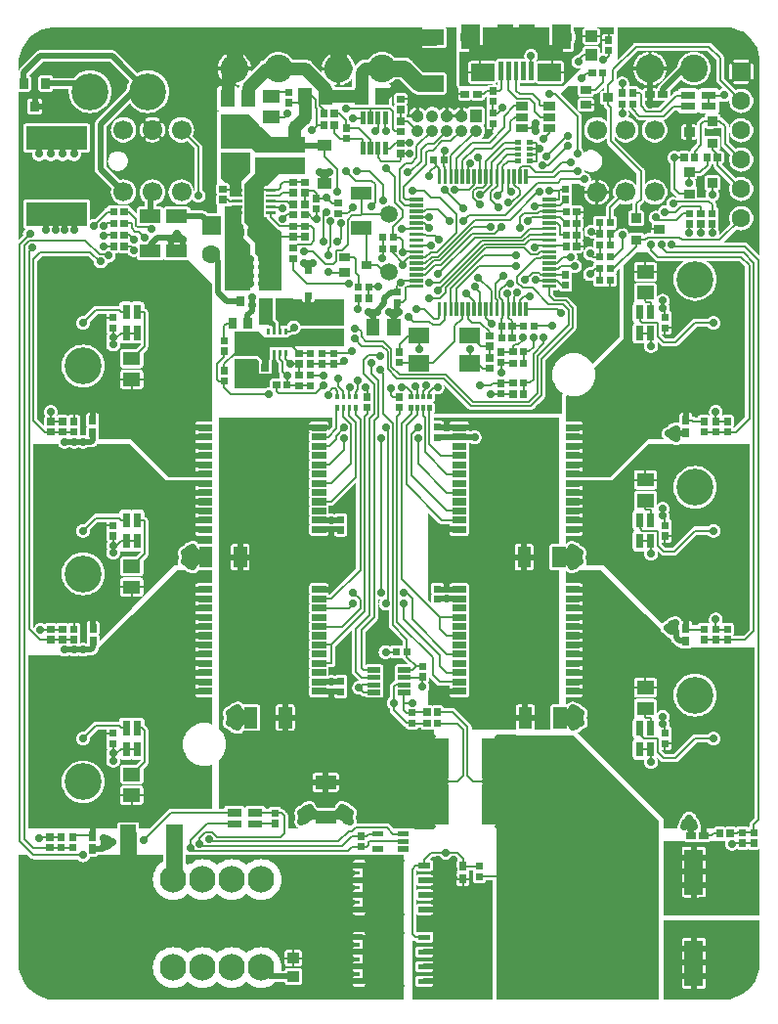
<source format=gbr>
G04 start of page 2 for group 0 idx 0 *
G04 Title: (unknown), top *
G04 Creator: pcb 20140316 *
G04 CreationDate: Wed 10 Jul 2019 18:35:35 GMT UTC *
G04 For: kier *
G04 Format: Gerber/RS-274X *
G04 PCB-Dimensions (mil): 3346.46 4133.86 *
G04 PCB-Coordinate-Origin: lower left *
%MOIN*%
%FSLAX25Y25*%
%LNTOP*%
%ADD59C,0.0354*%
%ADD58C,0.0571*%
%ADD57C,0.0394*%
%ADD56C,0.0315*%
%ADD55C,0.0256*%
%ADD54C,0.0118*%
%ADD53R,0.0630X0.0630*%
%ADD52R,0.0591X0.0591*%
%ADD51R,0.1390X0.1390*%
%ADD50R,0.1063X0.1063*%
%ADD49R,0.0335X0.0335*%
%ADD48R,0.2047X0.2047*%
%ADD47R,0.0354X0.0354*%
%ADD46R,0.0512X0.0512*%
%ADD45R,0.0374X0.0374*%
%ADD44R,0.0177X0.0177*%
%ADD43R,0.0531X0.0531*%
%ADD42R,0.0640X0.0640*%
%ADD41R,0.0541X0.0541*%
%ADD40R,0.0575X0.0575*%
%ADD39R,0.0551X0.0551*%
%ADD38R,0.0256X0.0256*%
%ADD37R,0.0236X0.0236*%
%ADD36R,0.0098X0.0098*%
%ADD35R,0.0358X0.0358*%
%ADD34R,0.0650X0.0650*%
%ADD33R,0.0453X0.0453*%
%ADD32R,0.0787X0.0787*%
%ADD31R,0.0315X0.0315*%
%ADD30R,0.0157X0.0157*%
%ADD29R,0.0276X0.0276*%
%ADD28R,0.0118X0.0118*%
%ADD27R,0.0244X0.0244*%
%ADD26C,0.0669*%
%ADD25C,0.0906*%
%ADD24C,0.0591*%
%ADD23C,0.0945*%
%ADD22C,0.0472*%
%ADD21C,0.0630*%
%ADD20C,0.0413*%
%ADD19C,0.1260*%
%ADD18C,0.0433*%
%ADD17C,0.0297*%
%ADD16C,0.0551*%
%ADD15C,0.0276*%
%ADD14C,0.0059*%
%ADD13C,0.0197*%
%ADD12C,0.0079*%
%ADD11C,0.0001*%
G54D11*G36*
X154843Y87520D02*X154852Y85594D01*
X154888Y85443D01*
X154947Y85300D01*
X155028Y85168D01*
X155129Y85050D01*
X155246Y84949D01*
X155379Y84868D01*
X155522Y84809D01*
X155672Y84773D01*
X155827Y84764D01*
X157423Y84767D01*
X157423Y83499D01*
X155672Y83495D01*
X155522Y83459D01*
X155379Y83399D01*
X155246Y83318D01*
X155129Y83218D01*
X155028Y83100D01*
X154947Y82968D01*
X154888Y82825D01*
X154852Y82674D01*
X154843Y82520D01*
X154852Y80594D01*
X154888Y80443D01*
X154947Y80300D01*
X155028Y80168D01*
X155129Y80050D01*
X155246Y79949D01*
X155379Y79868D01*
X155522Y79809D01*
X155672Y79773D01*
X155827Y79764D01*
X157425Y79767D01*
X157426Y78499D01*
X155672Y78495D01*
X155522Y78459D01*
X155379Y78399D01*
X155246Y78318D01*
X155129Y78218D01*
X155028Y78100D01*
X154947Y77968D01*
X154888Y77825D01*
X154852Y77674D01*
X154843Y77520D01*
X154852Y75594D01*
X154888Y75443D01*
X154947Y75300D01*
X155028Y75168D01*
X155129Y75050D01*
X155246Y74949D01*
X155379Y74868D01*
X155522Y74809D01*
X155672Y74773D01*
X155827Y74764D01*
X157428Y74767D01*
X157429Y73499D01*
X155672Y73495D01*
X155522Y73459D01*
X155379Y73399D01*
X155246Y73318D01*
X155129Y73218D01*
X155028Y73100D01*
X154947Y72968D01*
X154888Y72825D01*
X154852Y72674D01*
X154843Y72520D01*
X154852Y70594D01*
X154888Y70443D01*
X154947Y70300D01*
X155028Y70168D01*
X155129Y70050D01*
X155246Y69949D01*
X155379Y69868D01*
X155522Y69809D01*
X155672Y69773D01*
X155827Y69764D01*
X158312Y69769D01*
X158406Y69764D01*
X172441Y69773D01*
Y64086D01*
X172303Y64094D01*
X159900Y64086D01*
X159764Y64094D01*
X155672Y64085D01*
X155522Y64049D01*
X155379Y63990D01*
X155246Y63909D01*
X155129Y63808D01*
X155028Y63691D01*
X154947Y63558D01*
X154888Y63415D01*
X154852Y63265D01*
X154843Y63110D01*
X154852Y61184D01*
X154888Y61033D01*
X154947Y60890D01*
X155028Y60758D01*
X155129Y60640D01*
X155246Y60540D01*
X155379Y60459D01*
X155522Y60400D01*
X155672Y60363D01*
X155827Y60354D01*
X157423Y60358D01*
X157423Y59089D01*
X155672Y59085D01*
X155522Y59049D01*
X155379Y58990D01*
X155246Y58909D01*
X155129Y58808D01*
X155028Y58691D01*
X154947Y58558D01*
X154888Y58415D01*
X154852Y58265D01*
X154843Y58110D01*
X154852Y56184D01*
X154888Y56033D01*
X154947Y55890D01*
X155028Y55758D01*
X155129Y55640D01*
X155246Y55540D01*
X155379Y55459D01*
X155522Y55400D01*
X155672Y55363D01*
X155827Y55354D01*
X157425Y55358D01*
X157426Y54089D01*
X155672Y54085D01*
X155522Y54049D01*
X155379Y53990D01*
X155246Y53909D01*
X155129Y53808D01*
X155028Y53691D01*
X154947Y53558D01*
X154888Y53415D01*
X154852Y53265D01*
X154843Y53110D01*
X154852Y51184D01*
X154888Y51033D01*
X154947Y50890D01*
X155028Y50758D01*
X155129Y50640D01*
X155246Y50540D01*
X155379Y50459D01*
X155522Y50400D01*
X155672Y50363D01*
X155827Y50354D01*
X157428Y50358D01*
X157429Y49089D01*
X155672Y49085D01*
X155522Y49049D01*
X155379Y48990D01*
X155246Y48909D01*
X155129Y48808D01*
X155028Y48691D01*
X154947Y48558D01*
X154888Y48415D01*
X154852Y48265D01*
X154843Y48110D01*
X154852Y46184D01*
X154888Y46033D01*
X154947Y45890D01*
X155028Y45758D01*
X155129Y45640D01*
X155246Y45540D01*
X155379Y45459D01*
X155522Y45400D01*
X155672Y45363D01*
X155827Y45354D01*
X158312Y45360D01*
X158406Y45354D01*
X172441Y45363D01*
Y40945D01*
X134646D01*
Y45969D01*
X136769Y45974D01*
X136919Y46010D01*
X137062Y46069D01*
X137194Y46150D01*
X137312Y46251D01*
X137413Y46369D01*
X137494Y46501D01*
X137553Y46644D01*
X137589Y46794D01*
X137598Y46949D01*
X137589Y50843D01*
X137553Y50994D01*
X137494Y51137D01*
X137413Y51269D01*
X137312Y51387D01*
X137194Y51488D01*
X137062Y51569D01*
X136919Y51628D01*
X136769Y51664D01*
X136614Y51673D01*
X134646Y51669D01*
Y52268D01*
X136769Y52273D01*
X136919Y52309D01*
X137062Y52368D01*
X137194Y52449D01*
X137312Y52550D01*
X137413Y52668D01*
X137494Y52800D01*
X137553Y52943D01*
X137589Y53094D01*
X137598Y53248D01*
X137589Y57143D01*
X137553Y57293D01*
X137494Y57436D01*
X137413Y57569D01*
X137312Y57686D01*
X137194Y57787D01*
X137062Y57868D01*
X136919Y57927D01*
X136769Y57963D01*
X136614Y57972D01*
X134646Y57968D01*
Y90157D01*
X172441D01*
Y88496D01*
X172303Y88504D01*
X159900Y88496D01*
X159764Y88504D01*
X155672Y88495D01*
X155522Y88459D01*
X155379Y88399D01*
X155246Y88318D01*
X155129Y88218D01*
X155028Y88100D01*
X154947Y87968D01*
X154888Y87825D01*
X154852Y87674D01*
X154843Y87520D01*
G37*
G36*
X134646Y40945D02*X50787D01*
X47244Y42520D01*
X44094Y44882D01*
X42520Y47244D01*
X40945Y51181D01*
Y90157D01*
X44114D01*
X45050Y89221D01*
X45086Y89180D01*
X45250Y89039D01*
X45251Y89039D01*
X45435Y88926D01*
X45636Y88843D01*
X45796Y88804D01*
X45847Y88792D01*
X45847D01*
X46063Y88775D01*
X46117Y88780D01*
X61066D01*
X61075Y88765D01*
X61317Y88482D01*
X61599Y88241D01*
X61916Y88046D01*
X62260Y87904D01*
X62621Y87817D01*
X62992Y87788D01*
X63363Y87817D01*
X63724Y87904D01*
X64068Y88046D01*
X64385Y88241D01*
X64668Y88482D01*
X64909Y88765D01*
X65103Y89082D01*
X65246Y89425D01*
X65327Y89765D01*
X67477Y89773D01*
X67628Y89809D01*
X67771Y89868D01*
X67903Y89949D01*
X68021Y90050D01*
X68113Y90157D01*
X90354D01*
Y88009D01*
X89586Y87538D01*
X88759Y86832D01*
X88052Y86004D01*
X87484Y85077D01*
X87068Y84072D01*
X86814Y83014D01*
X86728Y81929D01*
X86814Y80845D01*
X87068Y79787D01*
X87484Y78782D01*
X88052Y77854D01*
X88759Y77027D01*
X89586Y76320D01*
X90514Y75752D01*
X91519Y75335D01*
X92577Y75081D01*
X93661Y74996D01*
X94746Y75081D01*
X95804Y75335D01*
X96809Y75752D01*
X97737Y76320D01*
X98564Y77027D01*
X98661Y77141D01*
X98759Y77027D01*
X99586Y76320D01*
X100514Y75752D01*
X101519Y75335D01*
X102577Y75081D01*
X103661Y74996D01*
X104746Y75081D01*
X105804Y75335D01*
X106809Y75752D01*
X107737Y76320D01*
X108564Y77027D01*
X108661Y77141D01*
X108759Y77027D01*
X109586Y76320D01*
X110514Y75752D01*
X111519Y75335D01*
X112577Y75081D01*
X113661Y74996D01*
X114746Y75081D01*
X115804Y75335D01*
X116809Y75752D01*
X117737Y76320D01*
X118564Y77027D01*
X118661Y77141D01*
X118759Y77027D01*
X119586Y76320D01*
X120514Y75752D01*
X121519Y75335D01*
X122577Y75081D01*
X123661Y74996D01*
X124746Y75081D01*
X125804Y75335D01*
X126809Y75752D01*
X127737Y76320D01*
X128564Y77027D01*
X129270Y77854D01*
X129839Y78782D01*
X130255Y79787D01*
X130509Y80845D01*
X130573Y81929D01*
X130509Y83014D01*
X130255Y84072D01*
X129839Y85077D01*
X129270Y86004D01*
X128564Y86832D01*
X127737Y87538D01*
X126809Y88107D01*
X125804Y88523D01*
X124746Y88777D01*
X123661Y88862D01*
X122577Y88777D01*
X121519Y88523D01*
X120514Y88107D01*
X119586Y87538D01*
X118759Y86832D01*
X118661Y86717D01*
X118564Y86832D01*
X117737Y87538D01*
X116809Y88107D01*
X115804Y88523D01*
X114746Y88777D01*
X113661Y88862D01*
X112577Y88777D01*
X111519Y88523D01*
X110514Y88107D01*
X109586Y87538D01*
X108759Y86832D01*
X108661Y86717D01*
X108564Y86832D01*
X107737Y87538D01*
X106809Y88107D01*
X105804Y88523D01*
X104746Y88777D01*
X103661Y88862D01*
X102577Y88777D01*
X101519Y88523D01*
X100514Y88107D01*
X99586Y87538D01*
X98759Y86832D01*
X98661Y86717D01*
X98564Y86832D01*
X97835Y87454D01*
Y90157D01*
X99514D01*
X99606Y90150D01*
X99699Y90157D01*
X134646D01*
Y57968D01*
X132523Y57963D01*
X132372Y57927D01*
X132229Y57868D01*
X132097Y57787D01*
X131979Y57686D01*
X131878Y57569D01*
X131797Y57436D01*
X131738Y57293D01*
X131702Y57143D01*
X131693Y56988D01*
X131702Y53094D01*
X131738Y52943D01*
X131797Y52800D01*
X131878Y52668D01*
X131979Y52550D01*
X132097Y52449D01*
X132229Y52368D01*
X132372Y52309D01*
X132523Y52273D01*
X132677Y52264D01*
X134646Y52268D01*
Y51669D01*
X132523Y51664D01*
X132372Y51628D01*
X132229Y51569D01*
X132097Y51488D01*
X131979Y51387D01*
X131878Y51269D01*
X131797Y51137D01*
X131738Y50994D01*
X131702Y50843D01*
X131699Y50787D01*
X130495D01*
X130509Y50845D01*
X130573Y51929D01*
X130509Y53014D01*
X130255Y54072D01*
X129839Y55077D01*
X129270Y56004D01*
X128564Y56832D01*
X127737Y57538D01*
X126809Y58107D01*
X125804Y58523D01*
X124746Y58777D01*
X123661Y58862D01*
X122577Y58777D01*
X121519Y58523D01*
X120514Y58107D01*
X119586Y57538D01*
X118759Y56832D01*
X118661Y56717D01*
X118564Y56832D01*
X117737Y57538D01*
X116809Y58107D01*
X115804Y58523D01*
X114746Y58777D01*
X113661Y58862D01*
X112577Y58777D01*
X111519Y58523D01*
X110514Y58107D01*
X109586Y57538D01*
X108759Y56832D01*
X108661Y56717D01*
X108564Y56832D01*
X107737Y57538D01*
X106809Y58107D01*
X105804Y58523D01*
X104746Y58777D01*
X103661Y58862D01*
X102577Y58777D01*
X101519Y58523D01*
X100514Y58107D01*
X99586Y57538D01*
X98759Y56832D01*
X98661Y56717D01*
X98564Y56832D01*
X97737Y57538D01*
X96809Y58107D01*
X95804Y58523D01*
X94746Y58777D01*
X93661Y58862D01*
X92577Y58777D01*
X91519Y58523D01*
X90514Y58107D01*
X89586Y57538D01*
X88759Y56832D01*
X88052Y56004D01*
X87484Y55077D01*
X87068Y54072D01*
X86814Y53014D01*
X86728Y51929D01*
X86814Y50845D01*
X87068Y49787D01*
X87484Y48782D01*
X88052Y47854D01*
X88759Y47027D01*
X89586Y46320D01*
X90514Y45752D01*
X91519Y45335D01*
X92577Y45081D01*
X93661Y44996D01*
X94746Y45081D01*
X95804Y45335D01*
X96809Y45752D01*
X97737Y46320D01*
X98564Y47027D01*
X98661Y47141D01*
X98759Y47027D01*
X99586Y46320D01*
X100514Y45752D01*
X101519Y45335D01*
X102577Y45081D01*
X103661Y44996D01*
X104746Y45081D01*
X105804Y45335D01*
X106809Y45752D01*
X107737Y46320D01*
X108564Y47027D01*
X108661Y47141D01*
X108759Y47027D01*
X109586Y46320D01*
X110514Y45752D01*
X111519Y45335D01*
X112577Y45081D01*
X113661Y44996D01*
X114746Y45081D01*
X115804Y45335D01*
X116809Y45752D01*
X117737Y46320D01*
X118564Y47027D01*
X118661Y47141D01*
X118759Y47027D01*
X119586Y46320D01*
X120514Y45752D01*
X121519Y45335D01*
X122577Y45081D01*
X123661Y44996D01*
X124746Y45081D01*
X125804Y45335D01*
X126809Y45752D01*
X127737Y46320D01*
X128357Y46850D01*
X131702D01*
X131702Y46794D01*
X131738Y46644D01*
X131797Y46501D01*
X131878Y46369D01*
X131979Y46251D01*
X132097Y46150D01*
X132229Y46069D01*
X132372Y46010D01*
X132523Y45974D01*
X132677Y45965D01*
X134646Y45969D01*
Y40945D01*
G37*
G36*
X145669Y143906D02*X145954Y143907D01*
X146104Y143943D01*
X146247Y144002D01*
X146380Y144083D01*
X146497Y144184D01*
X146598Y144302D01*
X146679Y144434D01*
X146738Y144577D01*
X146774Y144727D01*
X146783Y144882D01*
X146776Y147013D01*
X146906Y146959D01*
X147267Y146872D01*
X147638Y146843D01*
X148008Y146872D01*
X148370Y146959D01*
X148583Y147047D01*
X148592Y144487D01*
X148628Y144337D01*
X148687Y144194D01*
X148768Y144061D01*
X148869Y143944D01*
X148987Y143843D01*
X149119Y143762D01*
X149262Y143703D01*
X149412Y143667D01*
X149567Y143657D01*
X152162Y143667D01*
X152313Y143703D01*
X152456Y143762D01*
X152588Y143843D01*
X152706Y143944D01*
X152807Y144061D01*
X152888Y144194D01*
X152947Y144337D01*
X152983Y144487D01*
X152992Y144642D01*
X152983Y147245D01*
X152947Y147396D01*
X152888Y147539D01*
X152827Y147638D01*
X152888Y147737D01*
X152947Y147880D01*
X152983Y148031D01*
X152992Y148185D01*
X152983Y150788D01*
X152947Y150939D01*
X152888Y151082D01*
X152807Y151214D01*
X152706Y151332D01*
X152588Y151433D01*
X152456Y151514D01*
X152313Y151573D01*
X152162Y151609D01*
X152008Y151618D01*
X149412Y151609D01*
X149262Y151573D01*
X149119Y151514D01*
X148987Y151433D01*
X148869Y151332D01*
X148811Y151264D01*
X148714Y151324D01*
X148370Y151466D01*
X148008Y151553D01*
X147638Y151582D01*
X147267Y151553D01*
X146906Y151466D01*
X146783Y151415D01*
X146774Y153698D01*
X146738Y153848D01*
X146701Y153937D01*
X146738Y154026D01*
X146764Y154134D01*
X147584D01*
X147638Y154130D01*
X147854Y154147D01*
X148065Y154197D01*
X148265Y154280D01*
X148450Y154394D01*
X148615Y154534D01*
X148756Y154699D01*
X148869Y154884D01*
X148952Y155085D01*
X149003Y155296D01*
X149020Y155512D01*
X149016Y155566D01*
Y161240D01*
X154528Y166752D01*
Y152810D01*
X154523Y152756D01*
X154540Y152540D01*
Y152540D01*
X154552Y152489D01*
X154591Y152329D01*
X154674Y152128D01*
X154787Y151943D01*
X154787Y151943D01*
X154928Y151779D01*
X154969Y151743D01*
X156861Y149851D01*
X156897Y149810D01*
X157061Y149669D01*
X157062Y149669D01*
X157162Y149608D01*
X157087Y149614D01*
X156716Y149584D01*
X156354Y149498D01*
X156011Y149355D01*
X155694Y149161D01*
X155411Y148920D01*
X155170Y148637D01*
X154975Y148320D01*
X154833Y147976D01*
X154746Y147615D01*
X154717Y147244D01*
X154746Y146873D01*
X154833Y146512D01*
X154975Y146168D01*
X155170Y145851D01*
X155411Y145569D01*
X155694Y145327D01*
X156011Y145133D01*
X156354Y144991D01*
X156716Y144904D01*
X157087Y144875D01*
X157457Y144904D01*
X157474Y144908D01*
X157649Y144733D01*
X157684Y144692D01*
X157849Y144551D01*
X157849Y144551D01*
X158034Y144438D01*
X158234Y144355D01*
X158395Y144316D01*
X158445Y144304D01*
X158445D01*
X158661Y144287D01*
X158715Y144291D01*
X159187D01*
X159241Y144203D01*
X159341Y144085D01*
X159459Y143985D01*
X159591Y143904D01*
X159734Y143845D01*
X159885Y143808D01*
X160039Y143799D01*
X164525Y143808D01*
X164675Y143845D01*
X164818Y143904D01*
X164950Y143985D01*
X165068Y144085D01*
X165169Y144203D01*
X165250Y144335D01*
X165309Y144478D01*
X165345Y144629D01*
X165354Y144783D01*
X165345Y146710D01*
X165309Y146860D01*
X165272Y146949D01*
X165309Y147037D01*
X165345Y147188D01*
X165354Y147343D01*
X165345Y149269D01*
X165309Y149419D01*
X165272Y149508D01*
X165309Y149596D01*
X165345Y149747D01*
X165354Y149902D01*
X165345Y151828D01*
X165309Y151978D01*
X165272Y152067D01*
X165309Y152156D01*
X165345Y152306D01*
X165354Y152461D01*
X165345Y154387D01*
X165309Y154537D01*
X165250Y154681D01*
X165169Y154813D01*
X165068Y154930D01*
X164950Y155031D01*
X164818Y155112D01*
X164675Y155171D01*
X164525Y155207D01*
X164370Y155217D01*
X159885Y155207D01*
X159734Y155171D01*
X159591Y155112D01*
X159459Y155031D01*
X159341Y154930D01*
X159252Y154826D01*
Y166358D01*
X163141Y170247D01*
X163182Y170282D01*
X163323Y170447D01*
X163323Y170447D01*
X163436Y170632D01*
X163519Y170833D01*
X163570Y171044D01*
X163587Y171260D01*
X163583Y171314D01*
Y177378D01*
X163835Y177274D01*
X164120Y177206D01*
X164030Y177060D01*
X163888Y176716D01*
X163801Y176355D01*
X163772Y175984D01*
X163801Y175614D01*
X163888Y175252D01*
X164030Y174909D01*
X164225Y174592D01*
X164466Y174309D01*
X164749Y174067D01*
X165066Y173873D01*
X165410Y173731D01*
X165771Y173644D01*
X166142Y173615D01*
X166512Y173644D01*
X166874Y173731D01*
X167126Y173835D01*
Y168558D01*
X167122Y168504D01*
X167139Y168288D01*
Y168288D01*
X167151Y168237D01*
X167189Y168077D01*
X167272Y167876D01*
X167386Y167692D01*
X167386Y167691D01*
X167527Y167527D01*
X167568Y167491D01*
X172047Y163012D01*
Y161644D01*
X172046Y161644D01*
X171896Y161608D01*
X171753Y161549D01*
X171654Y161488D01*
X171555Y161549D01*
X171411Y161608D01*
X171261Y161644D01*
X171106Y161654D01*
X168503Y161644D01*
X168352Y161608D01*
X168209Y161549D01*
X168077Y161468D01*
X167959Y161367D01*
X167859Y161250D01*
X167794Y161144D01*
X167534Y161366D01*
X167217Y161560D01*
X166874Y161702D01*
X166512Y161789D01*
X166142Y161818D01*
X165771Y161789D01*
X165410Y161702D01*
X165066Y161560D01*
X164749Y161366D01*
X164466Y161124D01*
X164225Y160842D01*
X164030Y160525D01*
X163888Y160181D01*
X163801Y159819D01*
X163772Y159449D01*
X163801Y159078D01*
X163888Y158717D01*
X164030Y158373D01*
X164225Y158056D01*
X164466Y157773D01*
X164749Y157532D01*
X165066Y157338D01*
X165410Y157195D01*
X165771Y157108D01*
X166142Y157079D01*
X166512Y157108D01*
X166874Y157195D01*
X167217Y157338D01*
X167534Y157532D01*
X167794Y157754D01*
X167859Y157648D01*
X167959Y157530D01*
X168077Y157430D01*
X168209Y157349D01*
X168352Y157289D01*
X168503Y157253D01*
X168657Y157244D01*
X171261Y157253D01*
X171411Y157289D01*
X171555Y157349D01*
X171654Y157409D01*
X171753Y157349D01*
X171896Y157289D01*
X172046Y157253D01*
X172111Y157249D01*
X172194Y157050D01*
X172307Y156865D01*
X172307Y156864D01*
X172448Y156700D01*
X172489Y156665D01*
X173938Y155215D01*
X170121Y155207D01*
X169970Y155171D01*
X169827Y155112D01*
X169695Y155031D01*
X169577Y154930D01*
X169477Y154813D01*
X169396Y154681D01*
X169337Y154537D01*
X169300Y154387D01*
X169291Y154232D01*
X169300Y152306D01*
X169337Y152156D01*
X169373Y152067D01*
X169337Y151978D01*
X169300Y151828D01*
X169291Y151673D01*
X169300Y149747D01*
X169336Y149599D01*
X169272Y149594D01*
X169061Y149543D01*
X168861Y149460D01*
X168676Y149347D01*
X168675Y149346D01*
X168511Y149206D01*
X168476Y149165D01*
X167961Y148650D01*
X167920Y148615D01*
X167779Y148450D01*
X167666Y148265D01*
X167583Y148065D01*
X167532Y147854D01*
X167532Y147854D01*
X167515Y147638D01*
X167520Y147584D01*
Y144052D01*
X167505Y144043D01*
X167222Y143801D01*
X166981Y143519D01*
X166786Y143202D01*
X166644Y142858D01*
X166557Y142497D01*
X166528Y142126D01*
X166557Y141755D01*
X166644Y141394D01*
X166786Y141050D01*
X166981Y140733D01*
X167222Y140450D01*
X167505Y140209D01*
X167520Y140200D01*
Y139818D01*
X167515Y139764D01*
X167532Y139548D01*
Y139548D01*
X167545Y139497D01*
X167583Y139337D01*
X167666Y139136D01*
X167779Y138951D01*
X167780Y138951D01*
X167920Y138786D01*
X167961Y138751D01*
X172413Y134300D01*
X172448Y134259D01*
X172613Y134118D01*
X172613Y134118D01*
X172798Y134005D01*
X172998Y133922D01*
X173001Y133921D01*
X173001Y133857D01*
X173037Y133707D01*
X173097Y133564D01*
X173178Y133431D01*
X173278Y133314D01*
X173396Y133213D01*
X173528Y133132D01*
X173671Y133073D01*
X173822Y133037D01*
X173976Y133028D01*
X176572Y133037D01*
X176722Y133073D01*
X176866Y133132D01*
X176998Y133213D01*
X177115Y133314D01*
X177216Y133431D01*
X177297Y133564D01*
X177338Y133661D01*
X178116D01*
X178152Y133514D01*
X178211Y133371D01*
X178292Y133239D01*
X178392Y133121D01*
X178510Y133020D01*
X178642Y132939D01*
X178785Y132880D01*
X178936Y132844D01*
X179091Y132835D01*
X181694Y132844D01*
X181844Y132880D01*
X181988Y132939D01*
X182087Y133000D01*
X182186Y132939D01*
X182329Y132880D01*
X182479Y132844D01*
X182634Y132835D01*
X182677Y132835D01*
Y131000D01*
X176716Y130995D01*
X176565Y130959D01*
X176422Y130899D01*
X176290Y130818D01*
X176172Y130718D01*
X176071Y130600D01*
X175990Y130468D01*
X175931Y130325D01*
X175895Y130174D01*
X175886Y130020D01*
X175895Y116283D01*
X175931Y116132D01*
X175990Y115989D01*
X176071Y115857D01*
X176172Y115739D01*
X176290Y115638D01*
X176422Y115557D01*
X176565Y115498D01*
X176716Y115462D01*
X176870Y115453D01*
X182677Y115458D01*
Y115252D01*
X176716Y115247D01*
X176565Y115211D01*
X176422Y115151D01*
X176290Y115070D01*
X176172Y114970D01*
X176071Y114852D01*
X175990Y114720D01*
X175931Y114577D01*
X175895Y114426D01*
X175886Y114272D01*
X175895Y100535D01*
X175931Y100384D01*
X175990Y100241D01*
X176071Y100109D01*
X176172Y99991D01*
X176290Y99890D01*
X176422Y99809D01*
X176565Y99750D01*
X176716Y99714D01*
X176870Y99705D01*
X182677Y99710D01*
Y99213D01*
X174351D01*
X174222Y99266D01*
X174072Y99302D01*
X173917Y99311D01*
X170023Y99302D01*
X169872Y99266D01*
X169744Y99213D01*
X168878D01*
X167548Y100542D01*
X167513Y100584D01*
X167348Y100724D01*
X167348Y100725D01*
X167163Y100838D01*
X166963Y100921D01*
X166752Y100971D01*
X166535Y100989D01*
X166481Y100984D01*
X156225D01*
X156277Y101204D01*
X156299Y101575D01*
X156277Y101945D01*
X156191Y102307D01*
X156048Y102651D01*
X155906Y102883D01*
Y103416D01*
X156048Y103649D01*
X156191Y103992D01*
X156277Y104354D01*
X156299Y104724D01*
X156277Y105095D01*
X156191Y105457D01*
X156048Y105800D01*
X155854Y106117D01*
X155612Y106400D01*
X155330Y106641D01*
X155013Y106836D01*
X154669Y106978D01*
X154404Y107042D01*
X153809Y107637D01*
X153758Y107695D01*
X153523Y107897D01*
X153259Y108059D01*
X152972Y108177D01*
X152671Y108249D01*
X152671Y108249D01*
X152497Y108263D01*
X152257Y108410D01*
X151913Y108553D01*
X151552Y108640D01*
X151181Y108669D01*
X150810Y108640D01*
X150449Y108553D01*
X150105Y108410D01*
X149788Y108216D01*
X149506Y107975D01*
X149264Y107692D01*
X149070Y107375D01*
X148928Y107031D01*
X148864Y106766D01*
X148495Y106397D01*
X145669Y106393D01*
Y111717D01*
X149367Y111722D01*
X149518Y111758D01*
X149661Y111817D01*
X149793Y111898D01*
X149911Y111999D01*
X150011Y112117D01*
X150092Y112249D01*
X150152Y112392D01*
X150188Y112542D01*
X150197Y112697D01*
X150188Y117379D01*
X150152Y117530D01*
X150092Y117673D01*
X150011Y117805D01*
X149911Y117923D01*
X149793Y118023D01*
X149661Y118104D01*
X149518Y118163D01*
X149367Y118200D01*
X149213Y118209D01*
X145669Y118204D01*
Y143906D01*
G37*
G36*
Y199024D02*X145954Y199025D01*
X146104Y199061D01*
X146247Y199120D01*
X146380Y199201D01*
X146497Y199302D01*
X146598Y199420D01*
X146679Y199552D01*
X146738Y199695D01*
X146774Y199846D01*
X146783Y200000D01*
X146776Y202131D01*
X146906Y202077D01*
X147267Y201990D01*
X147638Y201961D01*
X148008Y201990D01*
X148370Y202077D01*
X148583Y202165D01*
X148592Y199605D01*
X148628Y199455D01*
X148687Y199312D01*
X148768Y199180D01*
X148869Y199062D01*
X148987Y198961D01*
X149119Y198880D01*
X149262Y198821D01*
X149412Y198785D01*
X149567Y198776D01*
X152162Y198785D01*
X152313Y198821D01*
X152456Y198880D01*
X152588Y198961D01*
X152706Y199062D01*
X152807Y199180D01*
X152888Y199312D01*
X152947Y199455D01*
X152983Y199605D01*
X152992Y199760D01*
X152983Y202363D01*
X152947Y202514D01*
X152888Y202657D01*
X152827Y202756D01*
X152888Y202855D01*
X152947Y202998D01*
X152983Y203149D01*
X152992Y203303D01*
X152983Y205906D01*
X152947Y206057D01*
X152888Y206200D01*
X152807Y206332D01*
X152706Y206450D01*
X152588Y206551D01*
X152456Y206632D01*
X152313Y206691D01*
X152162Y206727D01*
X152008Y206736D01*
X149412Y206727D01*
X149262Y206691D01*
X149119Y206632D01*
X148987Y206551D01*
X148869Y206450D01*
X148811Y206382D01*
X148714Y206442D01*
X148370Y206584D01*
X148008Y206671D01*
X147638Y206700D01*
X147267Y206671D01*
X146906Y206584D01*
X146783Y206533D01*
X146774Y208816D01*
X146738Y208967D01*
X146701Y209055D01*
X146738Y209144D01*
X146764Y209252D01*
X147584D01*
X147638Y209248D01*
X147854Y209265D01*
X148065Y209315D01*
X148265Y209398D01*
X148450Y209512D01*
X148615Y209653D01*
X148650Y209694D01*
X156102Y217146D01*
Y187972D01*
X147067Y178937D01*
X146764D01*
X146738Y179045D01*
X146701Y179134D01*
X146738Y179222D01*
X146774Y179373D01*
X146783Y179528D01*
X146774Y182044D01*
X146738Y182195D01*
X146679Y182338D01*
X146598Y182470D01*
X146497Y182588D01*
X146380Y182688D01*
X146247Y182769D01*
X146104Y182829D01*
X145954Y182865D01*
X145799Y182874D01*
X145669Y182874D01*
Y199024D01*
G37*
G36*
Y239370D02*X148031D01*
Y236201D01*
X146782Y234952D01*
X146774Y237162D01*
X146738Y237313D01*
X146679Y237456D01*
X146598Y237588D01*
X146497Y237706D01*
X146380Y237807D01*
X146247Y237888D01*
X146104Y237947D01*
X145954Y237983D01*
X145799Y237992D01*
X145669Y237992D01*
Y239370D01*
G37*
G36*
X137309Y99213D02*X132874D01*
Y103489D01*
X132878Y103543D01*
X132861Y103760D01*
X132811Y103970D01*
X132728Y104171D01*
X132614Y104356D01*
X132614Y104356D01*
X132473Y104521D01*
X132432Y104556D01*
X131890Y105098D01*
Y132485D01*
X134308Y132489D01*
X134459Y132526D01*
X134602Y132585D01*
X134734Y132666D01*
X134852Y132766D01*
X134952Y132884D01*
X135033Y133016D01*
X135093Y133159D01*
X135129Y133310D01*
X135138Y133465D01*
X135129Y140706D01*
X135093Y140856D01*
X135033Y140999D01*
X134952Y141131D01*
X134852Y141249D01*
X134734Y141350D01*
X134602Y141431D01*
X134459Y141490D01*
X134308Y141526D01*
X134154Y141535D01*
X131890Y141531D01*
Y147643D01*
X134406Y147647D01*
X134557Y147683D01*
X134700Y147742D01*
X134832Y147823D01*
X134950Y147924D01*
X135051Y148042D01*
X135132Y148174D01*
X135191Y148317D01*
X135227Y148468D01*
X135236Y148622D01*
X135233Y159393D01*
X135236Y159449D01*
X135232Y163463D01*
X135230Y170164D01*
X135236Y170276D01*
X135227Y178304D01*
X135191Y178455D01*
X135132Y178598D01*
X135051Y178730D01*
X134950Y178848D01*
X134832Y178948D01*
X134700Y179029D01*
X134557Y179089D01*
X134406Y179125D01*
X134252Y179134D01*
X131890Y179133D01*
Y202761D01*
X134406Y202765D01*
X134557Y202801D01*
X134700Y202860D01*
X134832Y202941D01*
X134950Y203042D01*
X135051Y203160D01*
X135132Y203292D01*
X135191Y203435D01*
X135227Y203586D01*
X135236Y203740D01*
X135233Y214511D01*
X135236Y214567D01*
X135232Y218581D01*
X135230Y225282D01*
X135236Y225394D01*
X135227Y233422D01*
X135191Y233573D01*
X135132Y233716D01*
X135051Y233848D01*
X134950Y233966D01*
X134832Y234066D01*
X134700Y234147D01*
X134557Y234207D01*
X134406Y234243D01*
X134252Y234252D01*
X131890Y234251D01*
Y239370D01*
X145669D01*
Y237992D01*
X140920Y237983D01*
X140770Y237947D01*
X140627Y237888D01*
X140494Y237807D01*
X140377Y237706D01*
X140276Y237588D01*
X140195Y237456D01*
X140136Y237313D01*
X140100Y237162D01*
X140091Y237008D01*
X140100Y234491D01*
X140136Y234341D01*
X140173Y234252D01*
X140136Y234163D01*
X140100Y234013D01*
X140091Y233858D01*
X140100Y231342D01*
X140136Y231191D01*
X140173Y231102D01*
X140136Y231014D01*
X140100Y230863D01*
X140091Y230709D01*
X140100Y228192D01*
X140136Y228041D01*
X140173Y227953D01*
X140136Y227864D01*
X140100Y227714D01*
X140091Y227559D01*
X140100Y225042D01*
X140136Y224892D01*
X140173Y224803D01*
X140136Y224715D01*
X140100Y224564D01*
X140091Y224409D01*
X140100Y221893D01*
X140136Y221742D01*
X140173Y221654D01*
X140136Y221565D01*
X140100Y221414D01*
X140091Y221260D01*
X140100Y218743D01*
X140136Y218593D01*
X140173Y218504D01*
X140136Y218415D01*
X140100Y218265D01*
X140091Y218110D01*
X140100Y215594D01*
X140136Y215443D01*
X140173Y215354D01*
X140136Y215266D01*
X140100Y215115D01*
X140091Y214961D01*
X140100Y212444D01*
X140136Y212293D01*
X140173Y212205D01*
X140136Y212116D01*
X140100Y211965D01*
X140091Y211811D01*
X140100Y209294D01*
X140136Y209144D01*
X140173Y209055D01*
X140136Y208967D01*
X140100Y208816D01*
X140091Y208661D01*
X140100Y206145D01*
X140136Y205994D01*
X140173Y205906D01*
X140136Y205817D01*
X140100Y205666D01*
X140091Y205512D01*
X140100Y202995D01*
X140136Y202845D01*
X140173Y202756D01*
X140136Y202667D01*
X140100Y202517D01*
X140091Y202362D01*
X140100Y199846D01*
X140136Y199695D01*
X140195Y199552D01*
X140276Y199420D01*
X140377Y199302D01*
X140494Y199201D01*
X140627Y199120D01*
X140770Y199061D01*
X140920Y199025D01*
X141075Y199016D01*
X145669Y199024D01*
Y182874D01*
X140920Y182865D01*
X140770Y182829D01*
X140627Y182769D01*
X140494Y182688D01*
X140377Y182588D01*
X140276Y182470D01*
X140195Y182338D01*
X140136Y182195D01*
X140100Y182044D01*
X140091Y181890D01*
X140100Y179373D01*
X140136Y179222D01*
X140173Y179134D01*
X140136Y179045D01*
X140100Y178895D01*
X140091Y178740D01*
X140100Y176224D01*
X140136Y176073D01*
X140173Y175984D01*
X140136Y175896D01*
X140100Y175745D01*
X140091Y175591D01*
X140100Y173074D01*
X140136Y172923D01*
X140173Y172835D01*
X140136Y172746D01*
X140100Y172595D01*
X140091Y172441D01*
X140100Y169924D01*
X140136Y169774D01*
X140173Y169685D01*
X140136Y169596D01*
X140100Y169446D01*
X140091Y169291D01*
X140100Y166775D01*
X140136Y166624D01*
X140173Y166535D01*
X140136Y166447D01*
X140100Y166296D01*
X140091Y166142D01*
X140100Y163625D01*
X140136Y163474D01*
X140173Y163386D01*
X140136Y163297D01*
X140100Y163147D01*
X140091Y162992D01*
X140100Y160475D01*
X140136Y160325D01*
X140173Y160236D01*
X140136Y160148D01*
X140100Y159997D01*
X140091Y159843D01*
X140100Y157326D01*
X140136Y157175D01*
X140173Y157087D01*
X140136Y156998D01*
X140100Y156847D01*
X140091Y156693D01*
X140100Y154176D01*
X140136Y154026D01*
X140173Y153937D01*
X140136Y153848D01*
X140100Y153698D01*
X140091Y153543D01*
X140100Y151027D01*
X140136Y150876D01*
X140173Y150787D01*
X140136Y150699D01*
X140100Y150548D01*
X140091Y150394D01*
X140100Y147877D01*
X140136Y147726D01*
X140173Y147638D01*
X140136Y147549D01*
X140100Y147399D01*
X140091Y147244D01*
X140100Y144727D01*
X140136Y144577D01*
X140195Y144434D01*
X140276Y144302D01*
X140377Y144184D01*
X140494Y144083D01*
X140627Y144002D01*
X140770Y143943D01*
X140920Y143907D01*
X141075Y143898D01*
X145669Y143906D01*
Y118204D01*
X141972Y118200D01*
X141821Y118163D01*
X141678Y118104D01*
X141546Y118023D01*
X141428Y117923D01*
X141327Y117805D01*
X141246Y117673D01*
X141187Y117530D01*
X141151Y117379D01*
X141142Y117224D01*
X141151Y112542D01*
X141187Y112392D01*
X141246Y112249D01*
X141327Y112117D01*
X141428Y111999D01*
X141546Y111898D01*
X141678Y111817D01*
X141821Y111758D01*
X141972Y111722D01*
X142126Y111713D01*
X145669Y111717D01*
Y106393D01*
X142851Y106390D01*
X142475Y106766D01*
X142411Y107031D01*
X142269Y107375D01*
X142074Y107692D01*
X141833Y107975D01*
X141550Y108216D01*
X141233Y108410D01*
X140890Y108553D01*
X140528Y108640D01*
X140157Y108669D01*
X139787Y108640D01*
X139425Y108553D01*
X139082Y108410D01*
X138841Y108263D01*
X138667Y108249D01*
X138366Y108177D01*
X138080Y108059D01*
X137816Y107897D01*
X137816Y107896D01*
X137580Y107695D01*
X137530Y107637D01*
X136935Y107042D01*
X136669Y106978D01*
X136326Y106836D01*
X136009Y106641D01*
X135726Y106400D01*
X135485Y106117D01*
X135290Y105800D01*
X135148Y105457D01*
X135061Y105095D01*
X135032Y104724D01*
X135061Y104354D01*
X135148Y103992D01*
X135290Y103649D01*
X135433Y103416D01*
Y102883D01*
X135290Y102651D01*
X135148Y102307D01*
X135061Y101945D01*
X135032Y101575D01*
X135061Y101204D01*
X135148Y100843D01*
X135290Y100499D01*
X135485Y100182D01*
X135726Y99899D01*
X136009Y99658D01*
X136326Y99464D01*
X136669Y99321D01*
X137031Y99234D01*
X137309Y99213D01*
G37*
G36*
X131890Y234251D02*X126632Y234249D01*
X126575Y234252D01*
X124016Y234248D01*
Y239370D01*
X131890D01*
Y234251D01*
G37*
G36*
Y179133D02*X126632Y179130D01*
X126575Y179134D01*
X124016Y179129D01*
Y202760D01*
X124093Y202760D01*
X129020Y202763D01*
X129134Y202756D01*
X131890Y202761D01*
Y179133D01*
G37*
G36*
Y105098D02*X131524Y105464D01*
X131489Y105505D01*
X131324Y105646D01*
X131139Y105759D01*
X130939Y105842D01*
X130728Y105893D01*
X130728Y105893D01*
X130542Y105907D01*
X130506Y106057D01*
X130447Y106200D01*
X130366Y106332D01*
X130265Y106450D01*
X130147Y106551D01*
X130015Y106632D01*
X129872Y106691D01*
X129721Y106727D01*
X129567Y106736D01*
X126972Y106727D01*
X126821Y106691D01*
X126678Y106632D01*
X126546Y106551D01*
X126428Y106450D01*
X126327Y106332D01*
X126246Y106200D01*
X126187Y106057D01*
X126174Y106004D01*
X125283D01*
X125283Y106008D01*
X125236Y106204D01*
X125159Y106390D01*
X125054Y106561D01*
X124923Y106715D01*
X124770Y106845D01*
X124598Y106951D01*
X124412Y107028D01*
X124217Y107075D01*
X124016Y107087D01*
Y147642D01*
X124093Y147642D01*
X129020Y147645D01*
X129134Y147638D01*
X131890Y147643D01*
Y141531D01*
X129472Y141526D01*
X129321Y141490D01*
X129178Y141431D01*
X129046Y141350D01*
X128928Y141249D01*
X128827Y141131D01*
X128746Y140999D01*
X128687Y140856D01*
X128651Y140706D01*
X128642Y140551D01*
X128651Y133310D01*
X128687Y133159D01*
X128746Y133016D01*
X128827Y132884D01*
X128928Y132766D01*
X129046Y132666D01*
X129178Y132585D01*
X129321Y132526D01*
X129472Y132489D01*
X129626Y132480D01*
X131890Y132485D01*
Y105098D01*
G37*
G36*
X116535Y202757D02*X121400Y202759D01*
X121457Y202756D01*
X124016Y202760D01*
Y179129D01*
X123938Y179129D01*
X119012Y179127D01*
X118898Y179134D01*
X116535Y179130D01*
Y187209D01*
X118954Y187214D01*
X119104Y187250D01*
X119247Y187309D01*
X119380Y187390D01*
X119497Y187491D01*
X119598Y187609D01*
X119679Y187741D01*
X119738Y187884D01*
X119774Y188035D01*
X119783Y188189D01*
X119774Y195430D01*
X119738Y195581D01*
X119679Y195724D01*
X119598Y195856D01*
X119497Y195974D01*
X119380Y196074D01*
X119247Y196155D01*
X119104Y196215D01*
X118954Y196251D01*
X118799Y196260D01*
X116535Y196255D01*
Y202757D01*
G37*
G36*
Y239370D02*X124016D01*
Y234248D01*
X123938Y234247D01*
X119012Y234245D01*
X118898Y234252D01*
X116535Y234248D01*
Y239370D01*
G37*
G36*
X124016Y107087D02*X119091Y107075D01*
X118895Y107028D01*
X118709Y106951D01*
X118537Y106845D01*
X118384Y106715D01*
X118253Y106561D01*
X118148Y106390D01*
X118110Y106299D01*
X118073Y106390D01*
X117967Y106561D01*
X117837Y106715D01*
X117684Y106845D01*
X117512Y106951D01*
X117326Y107028D01*
X117130Y107075D01*
X116929Y107087D01*
X116535Y107086D01*
Y131628D01*
X116824Y131747D01*
X117141Y131941D01*
X117424Y132183D01*
X117665Y132466D01*
X117679Y132488D01*
X117815Y132480D01*
X122497Y132489D01*
X122648Y132526D01*
X122791Y132585D01*
X122923Y132666D01*
X123041Y132766D01*
X123141Y132884D01*
X123222Y133016D01*
X123281Y133159D01*
X123318Y133310D01*
X123327Y133465D01*
X123318Y140706D01*
X123281Y140856D01*
X123222Y140999D01*
X123141Y141131D01*
X123041Y141249D01*
X122923Y141350D01*
X122791Y141431D01*
X122648Y141490D01*
X122497Y141526D01*
X122343Y141535D01*
X117680Y141526D01*
X117665Y141550D01*
X117424Y141833D01*
X117141Y142074D01*
X116824Y142269D01*
X116535Y142388D01*
Y147639D01*
X121400Y147641D01*
X121457Y147638D01*
X124016Y147642D01*
Y107087D01*
G37*
G36*
X116535Y107086D02*X112004Y107075D01*
X111808Y107028D01*
X111622Y106951D01*
X111450Y106845D01*
X111297Y106715D01*
X111166Y106561D01*
X111061Y106390D01*
X110984Y106204D01*
X110937Y106008D01*
X110937Y106004D01*
X109449D01*
Y122746D01*
X109497Y122787D01*
X110241Y123658D01*
X110840Y124636D01*
X111279Y125695D01*
X111547Y126810D01*
X111614Y127953D01*
X111547Y129096D01*
X111279Y130210D01*
X110840Y131270D01*
X110241Y132247D01*
X109497Y133119D01*
X109449Y133160D01*
Y239370D01*
X116535D01*
Y234248D01*
X113625Y234243D01*
X113474Y234207D01*
X113331Y234147D01*
X113199Y234066D01*
X113081Y233966D01*
X112981Y233848D01*
X112900Y233716D01*
X112841Y233573D01*
X112804Y233422D01*
X112795Y233268D01*
X112799Y222497D01*
X112795Y222441D01*
X112800Y218428D01*
X112802Y211726D01*
X112795Y211614D01*
X112804Y203586D01*
X112841Y203435D01*
X112900Y203292D01*
X112981Y203160D01*
X113081Y203042D01*
X113199Y202941D01*
X113331Y202860D01*
X113474Y202801D01*
X113625Y202765D01*
X113780Y202756D01*
X116535Y202757D01*
Y196255D01*
X114117Y196251D01*
X113967Y196215D01*
X113823Y196155D01*
X113691Y196074D01*
X113574Y195974D01*
X113473Y195856D01*
X113392Y195724D01*
X113333Y195581D01*
X113297Y195430D01*
X113287Y195276D01*
X113297Y188035D01*
X113333Y187884D01*
X113392Y187741D01*
X113473Y187609D01*
X113574Y187491D01*
X113691Y187390D01*
X113823Y187309D01*
X113967Y187250D01*
X114117Y187214D01*
X114272Y187205D01*
X116535Y187209D01*
Y179130D01*
X113625Y179125D01*
X113474Y179089D01*
X113331Y179029D01*
X113199Y178948D01*
X113081Y178848D01*
X112981Y178730D01*
X112900Y178598D01*
X112841Y178455D01*
X112804Y178304D01*
X112795Y178150D01*
X112799Y167379D01*
X112795Y167323D01*
X112800Y163308D01*
X112802Y156608D01*
X112795Y156496D01*
X112804Y148468D01*
X112841Y148317D01*
X112900Y148174D01*
X112981Y148042D01*
X113081Y147924D01*
X113199Y147823D01*
X113331Y147742D01*
X113474Y147683D01*
X113625Y147647D01*
X113780Y147638D01*
X116535Y147639D01*
Y142388D01*
X116480Y142411D01*
X116119Y142498D01*
X115748Y142527D01*
X115377Y142498D01*
X115016Y142411D01*
X114672Y142269D01*
X114432Y142121D01*
X114258Y142108D01*
X113957Y142035D01*
X113670Y141917D01*
X113406Y141755D01*
X113406Y141755D01*
X113171Y141554D01*
X113120Y141495D01*
X113033Y141407D01*
X112974Y141357D01*
X112924Y141298D01*
X112526Y140900D01*
X112260Y140836D01*
X111916Y140694D01*
X111599Y140500D01*
X111317Y140258D01*
X111075Y139975D01*
X110881Y139658D01*
X110739Y139315D01*
X110652Y138953D01*
X110623Y138583D01*
X110652Y138212D01*
X110739Y137850D01*
X110881Y137507D01*
X111024Y137274D01*
Y136742D01*
X110881Y136509D01*
X110739Y136165D01*
X110652Y135804D01*
X110623Y135433D01*
X110652Y135062D01*
X110739Y134701D01*
X110881Y134357D01*
X111075Y134040D01*
X111317Y133758D01*
X111599Y133516D01*
X111916Y133322D01*
X112260Y133180D01*
X112526Y133116D01*
X112924Y132718D01*
X112974Y132659D01*
X113033Y132609D01*
X113120Y132521D01*
X113171Y132462D01*
X113406Y132261D01*
X113406Y132261D01*
X113670Y132099D01*
X113873Y132015D01*
X113957Y131980D01*
X114015Y131966D01*
X114258Y131908D01*
X114432Y131894D01*
X114672Y131747D01*
X115016Y131605D01*
X115377Y131518D01*
X115748Y131489D01*
X116119Y131518D01*
X116480Y131605D01*
X116535Y131628D01*
Y107086D01*
G37*
G36*
X79528Y122935D02*X79633Y122871D01*
X79819Y122794D01*
X80016Y122747D01*
X80217Y122735D01*
X82480Y122745D01*
Y122618D01*
X80924Y121062D01*
X79528Y121060D01*
Y122935D01*
G37*
G36*
X107087Y187214D02*Y182866D01*
X106957Y182874D01*
X102078Y182865D01*
X101927Y182829D01*
X101784Y182769D01*
X101652Y182688D01*
X101534Y182588D01*
X101434Y182470D01*
X101353Y182338D01*
X101293Y182195D01*
X101257Y182044D01*
X101248Y181890D01*
X101257Y179373D01*
X101293Y179222D01*
X101330Y179134D01*
X101293Y179045D01*
X101257Y178895D01*
X101248Y178740D01*
X101257Y176224D01*
X101293Y176073D01*
X101330Y175984D01*
X101293Y175896D01*
X101257Y175745D01*
X101248Y175591D01*
X101257Y173074D01*
X101293Y172923D01*
X101330Y172835D01*
X101293Y172746D01*
X101257Y172595D01*
X101248Y172441D01*
X101257Y169924D01*
X101293Y169774D01*
X101330Y169685D01*
X101293Y169596D01*
X101257Y169446D01*
X101248Y169291D01*
X101257Y166775D01*
X101293Y166624D01*
X101330Y166535D01*
X101293Y166447D01*
X101257Y166296D01*
X101248Y166142D01*
X101257Y163625D01*
X101293Y163474D01*
X101330Y163386D01*
X101293Y163297D01*
X101257Y163147D01*
X101248Y162992D01*
X101257Y160475D01*
X101293Y160325D01*
X101330Y160236D01*
X101293Y160148D01*
X101257Y159997D01*
X101248Y159843D01*
X101257Y157326D01*
X101293Y157175D01*
X101330Y157087D01*
X101293Y156998D01*
X101257Y156847D01*
X101248Y156693D01*
X101257Y154176D01*
X101293Y154026D01*
X101330Y153937D01*
X101293Y153848D01*
X101257Y153698D01*
X101248Y153543D01*
X101257Y151027D01*
X101293Y150876D01*
X101330Y150787D01*
X101293Y150699D01*
X101257Y150548D01*
X101248Y150394D01*
X101257Y147877D01*
X101293Y147726D01*
X101330Y147638D01*
X101293Y147549D01*
X101257Y147399D01*
X101248Y147244D01*
X101257Y144727D01*
X101293Y144577D01*
X101353Y144434D01*
X101434Y144302D01*
X101534Y144184D01*
X101652Y144083D01*
X101784Y144002D01*
X101927Y143943D01*
X102078Y143907D01*
X102232Y143898D01*
X107087Y143907D01*
Y134695D01*
X106588Y134901D01*
X105474Y135169D01*
X104331Y135259D01*
X103188Y135169D01*
X102073Y134901D01*
X101014Y134462D01*
X100036Y133863D01*
X99165Y133119D01*
X98420Y132247D01*
X97821Y131270D01*
X97382Y130210D01*
X97115Y129096D01*
X97025Y127953D01*
X97115Y126810D01*
X97382Y125695D01*
X97821Y124636D01*
X98420Y123658D01*
X99165Y122787D01*
X100036Y122042D01*
X101014Y121443D01*
X102073Y121004D01*
X103188Y120737D01*
X104331Y120647D01*
X105474Y120737D01*
X106588Y121004D01*
X107087Y121211D01*
Y106004D01*
X92869D01*
X92815Y106008D01*
X92599Y105991D01*
X92388Y105941D01*
X92187Y105858D01*
X92003Y105744D01*
X92002Y105744D01*
X91838Y105603D01*
X91802Y105562D01*
X85453Y99213D01*
X82079D01*
X82077Y100627D01*
X82041Y100778D01*
X81982Y100921D01*
X81901Y101053D01*
X81800Y101171D01*
X81683Y101271D01*
X81551Y101352D01*
X81407Y101411D01*
X81257Y101448D01*
X81102Y101457D01*
X79528Y101454D01*
Y107287D01*
X82552Y107292D01*
X82718Y107332D01*
X82876Y107397D01*
X83021Y107486D01*
X83151Y107597D01*
X83262Y107727D01*
X83351Y107872D01*
X83416Y108030D01*
X83456Y108196D01*
X83466Y108366D01*
X83456Y113064D01*
X83416Y113230D01*
X83351Y113387D01*
X83262Y113533D01*
X83151Y113663D01*
X83021Y113774D01*
X82876Y113863D01*
X82718Y113928D01*
X82552Y113968D01*
X82382Y113978D01*
X79528Y113973D01*
Y114373D01*
X82552Y114379D01*
X82718Y114418D01*
X82876Y114484D01*
X83021Y114573D01*
X83151Y114684D01*
X83262Y114813D01*
X83351Y114959D01*
X83416Y115117D01*
X83456Y115283D01*
X83466Y115453D01*
X83457Y119697D01*
X84794Y121035D01*
X84836Y121070D01*
X84976Y121234D01*
X84976Y121235D01*
X85090Y121420D01*
X85173Y121620D01*
X85223Y121831D01*
X85240Y122047D01*
X85236Y122101D01*
Y132623D01*
X85240Y132677D01*
X85223Y132893D01*
X85173Y133104D01*
X85090Y133305D01*
X84976Y133490D01*
X84976Y133490D01*
X84836Y133655D01*
X84794Y133690D01*
X84083Y134401D01*
X84048Y134442D01*
X83883Y134583D01*
X83851Y134602D01*
X83848Y136028D01*
X83801Y136224D01*
X83724Y136410D01*
X83618Y136582D01*
X83487Y136735D01*
X83334Y136866D01*
X83162Y136972D01*
X82976Y137049D01*
X82780Y137096D01*
X82579Y137108D01*
X80016Y137096D01*
X79819Y137049D01*
X79633Y136972D01*
X79528Y136907D01*
Y172047D01*
X94882Y187402D01*
X97604D01*
X97620Y187383D01*
X97678Y187333D01*
X97766Y187245D01*
X97816Y187186D01*
X98052Y186985D01*
X98052Y186985D01*
X98316Y186823D01*
X98519Y186739D01*
X98602Y186705D01*
X98661Y186691D01*
X98904Y186632D01*
X99078Y186619D01*
X99318Y186471D01*
X99661Y186329D01*
X100023Y186242D01*
X100394Y186213D01*
X100764Y186242D01*
X101126Y186329D01*
X101469Y186471D01*
X101786Y186666D01*
X102069Y186907D01*
X102311Y187190D01*
X102325Y187213D01*
X102461Y187205D01*
X107087Y187214D01*
G37*
G36*
X62981Y157868D02*X62992Y157867D01*
X63363Y157896D01*
X63724Y157983D01*
X64068Y158125D01*
X64301Y158268D01*
X65671D01*
X65748Y158262D01*
X66057Y158286D01*
X66057Y158286D01*
X66358Y158358D01*
X66644Y158477D01*
X66909Y158639D01*
X67144Y158840D01*
X67195Y158899D01*
X67676Y159380D01*
X67735Y159431D01*
X67936Y159666D01*
X67936Y159666D01*
X68098Y159930D01*
X68217Y160217D01*
X68289Y160518D01*
X68313Y160827D01*
X68313Y160832D01*
X79528Y172047D01*
Y136907D01*
X79422Y136972D01*
X79236Y137049D01*
X79040Y137096D01*
X78839Y137108D01*
X76275Y137096D01*
X76079Y137049D01*
X75893Y136972D01*
X75721Y136866D01*
X75568Y136735D01*
X75437Y136582D01*
X75331Y136410D01*
X75254Y136224D01*
X75207Y136028D01*
X75195Y135827D01*
X75196Y135634D01*
X75143Y135630D01*
X67377D01*
X67323Y135634D01*
X67107Y135617D01*
X66896Y135567D01*
X66695Y135484D01*
X66510Y135370D01*
X66510Y135370D01*
X66345Y135229D01*
X66310Y135188D01*
X63380Y132258D01*
X63363Y132262D01*
X62992Y132291D01*
X62981Y132290D01*
Y157868D01*
G37*
G36*
X79528Y101454D02*X75436Y101448D01*
X75285Y101411D01*
X75142Y101352D01*
X75010Y101271D01*
X74892Y101171D01*
X74792Y101053D01*
X74711Y100921D01*
X74652Y100778D01*
X74615Y100627D01*
X74606Y100472D01*
X74608Y99213D01*
X62981D01*
Y107852D01*
X62992Y107852D01*
X64135Y107942D01*
X65250Y108209D01*
X66309Y108648D01*
X67286Y109247D01*
X68158Y109991D01*
X68903Y110863D01*
X69502Y111841D01*
X69940Y112900D01*
X70208Y114015D01*
X70276Y115157D01*
X70208Y116300D01*
X69940Y117415D01*
X69502Y118474D01*
X68903Y119452D01*
X68158Y120324D01*
X67286Y121068D01*
X66309Y121667D01*
X65250Y122106D01*
X64135Y122373D01*
X62992Y122463D01*
X62981Y122463D01*
Y127553D01*
X62992Y127552D01*
X63363Y127581D01*
X63724Y127668D01*
X64068Y127810D01*
X64385Y128004D01*
X64668Y128246D01*
X64909Y128529D01*
X65103Y128846D01*
X65246Y129189D01*
X65332Y129551D01*
X65354Y129921D01*
X65332Y130292D01*
X65328Y130309D01*
X67894Y132874D01*
X70924D01*
X70934Y130298D01*
X70974Y130132D01*
X71039Y129975D01*
X71072Y129921D01*
X71039Y129868D01*
X70974Y129710D01*
X70934Y129544D01*
X70924Y129374D01*
X70934Y126755D01*
X70974Y126589D01*
X71039Y126431D01*
X71128Y126286D01*
X71239Y126156D01*
X71270Y126129D01*
X71117Y125879D01*
X70975Y125535D01*
X70888Y125174D01*
X70859Y124803D01*
X70888Y124432D01*
X70975Y124071D01*
X71117Y123727D01*
X71182Y123622D01*
X71117Y123517D01*
X70975Y123173D01*
X70888Y122812D01*
X70859Y122441D01*
X70888Y122070D01*
X70975Y121709D01*
X71117Y121365D01*
X71311Y121048D01*
X71553Y120765D01*
X71836Y120524D01*
X72153Y120330D01*
X72496Y120187D01*
X72858Y120101D01*
X73228Y120071D01*
X73599Y120101D01*
X73961Y120187D01*
X74304Y120330D01*
X74621Y120524D01*
X74904Y120765D01*
X75145Y121048D01*
X75340Y121365D01*
X75482Y121709D01*
X75569Y122070D01*
X75591Y122441D01*
X75569Y122812D01*
X75482Y123173D01*
X75454Y123240D01*
X75568Y123107D01*
X75721Y122976D01*
X75893Y122871D01*
X76079Y122794D01*
X76275Y122747D01*
X76476Y122735D01*
X79040Y122747D01*
X79236Y122794D01*
X79422Y122871D01*
X79528Y122935D01*
X79528Y122935D01*
Y121060D01*
X76503Y121055D01*
X76337Y121015D01*
X76179Y120949D01*
X76034Y120860D01*
X75904Y120749D01*
X75793Y120620D01*
X75704Y120474D01*
X75639Y120316D01*
X75599Y120150D01*
X75589Y119980D01*
X75599Y115283D01*
X75639Y115117D01*
X75704Y114959D01*
X75793Y114813D01*
X75904Y114684D01*
X76034Y114573D01*
X76179Y114484D01*
X76337Y114418D01*
X76503Y114379D01*
X76673Y114369D01*
X79528Y114373D01*
Y113973D01*
X76503Y113968D01*
X76337Y113928D01*
X76179Y113863D01*
X76034Y113774D01*
X75904Y113663D01*
X75793Y113533D01*
X75704Y113387D01*
X75639Y113230D01*
X75599Y113064D01*
X75589Y112894D01*
X75599Y108196D01*
X75639Y108030D01*
X75704Y107872D01*
X75793Y107727D01*
X75904Y107597D01*
X76034Y107486D01*
X76179Y107397D01*
X76337Y107332D01*
X76503Y107292D01*
X76673Y107282D01*
X79528Y107287D01*
Y101454D01*
G37*
G36*
X62981Y99213D02*X44291D01*
Y158268D01*
X55384D01*
X55617Y158125D01*
X55961Y157983D01*
X56322Y157896D01*
X56693Y157867D01*
X57064Y157896D01*
X57425Y157983D01*
X57769Y158125D01*
X58002Y158268D01*
X58534D01*
X58767Y158125D01*
X59110Y157983D01*
X59472Y157896D01*
X59843Y157867D01*
X60213Y157896D01*
X60575Y157983D01*
X60918Y158125D01*
X61151Y158268D01*
X61683D01*
X61916Y158125D01*
X62260Y157983D01*
X62621Y157896D01*
X62981Y157868D01*
Y132290D01*
X62621Y132262D01*
X62260Y132175D01*
X61916Y132032D01*
X61599Y131838D01*
X61317Y131597D01*
X61075Y131314D01*
X60881Y130997D01*
X60739Y130653D01*
X60652Y130292D01*
X60623Y129921D01*
X60652Y129551D01*
X60739Y129189D01*
X60881Y128846D01*
X61075Y128529D01*
X61317Y128246D01*
X61599Y128004D01*
X61916Y127810D01*
X62260Y127668D01*
X62621Y127581D01*
X62981Y127553D01*
Y122463D01*
X61849Y122373D01*
X60734Y122106D01*
X59675Y121667D01*
X58698Y121068D01*
X57826Y120324D01*
X57082Y119452D01*
X56482Y118474D01*
X56044Y117415D01*
X55776Y116300D01*
X55686Y115157D01*
X55776Y114015D01*
X56044Y112900D01*
X56482Y111841D01*
X57082Y110863D01*
X57826Y109991D01*
X58698Y109247D01*
X59675Y108648D01*
X60734Y108209D01*
X61849Y107942D01*
X62981Y107852D01*
Y99213D01*
G37*
G36*
X79528Y193803D02*X79634Y193738D01*
X79820Y193661D01*
X80016Y193614D01*
X80217Y193602D01*
X82480Y193613D01*
Y193484D01*
X80923Y191927D01*
X79528Y191924D01*
Y193803D01*
G37*
G36*
Y229528D02*X91142Y217913D01*
X101249D01*
X101257Y215594D01*
X101293Y215443D01*
X101330Y215354D01*
X101293Y215266D01*
X101257Y215115D01*
X101248Y214961D01*
X101257Y212444D01*
X101293Y212293D01*
X101330Y212205D01*
X101293Y212116D01*
X101257Y211965D01*
X101248Y211811D01*
X101257Y209294D01*
X101293Y209144D01*
X101330Y209055D01*
X101293Y208967D01*
X101257Y208816D01*
X101248Y208661D01*
X101257Y206145D01*
X101293Y205994D01*
X101330Y205906D01*
X101293Y205817D01*
X101257Y205666D01*
X101248Y205512D01*
X101257Y202995D01*
X101293Y202845D01*
X101330Y202756D01*
X101293Y202667D01*
X101257Y202517D01*
X101248Y202362D01*
X101257Y199846D01*
X101293Y199695D01*
X101353Y199552D01*
X101434Y199420D01*
X101534Y199302D01*
X101652Y199201D01*
X101784Y199120D01*
X101927Y199061D01*
X102078Y199025D01*
X102232Y199016D01*
X107087Y199025D01*
Y196254D01*
X106988Y196260D01*
X102325Y196251D01*
X102311Y196275D01*
X102069Y196557D01*
X101786Y196799D01*
X101469Y196993D01*
X101126Y197135D01*
X100764Y197222D01*
X100394Y197251D01*
X100023Y197222D01*
X99661Y197135D01*
X99318Y196993D01*
X99078Y196846D01*
X98904Y196832D01*
X98602Y196760D01*
X98316Y196641D01*
X98052Y196479D01*
X98052Y196479D01*
X97816Y196278D01*
X97766Y196219D01*
X97678Y196132D01*
X97620Y196081D01*
X97569Y196022D01*
X97171Y195624D01*
X96906Y195561D01*
X96562Y195418D01*
X96245Y195224D01*
X95962Y194983D01*
X95721Y194700D01*
X95527Y194383D01*
X95384Y194039D01*
X95297Y193678D01*
X95268Y193307D01*
X95297Y192936D01*
X95384Y192575D01*
X95527Y192231D01*
X95669Y191998D01*
Y191466D01*
X95527Y191233D01*
X95384Y190890D01*
X95297Y190528D01*
X95268Y190157D01*
X95297Y189787D01*
X95384Y189425D01*
X95527Y189082D01*
X95591Y188976D01*
X94094D01*
X79528Y174409D01*
Y178154D01*
X82552Y178160D01*
X82717Y178199D01*
X82875Y178265D01*
X83020Y178354D01*
X83150Y178464D01*
X83260Y178594D01*
X83350Y178739D01*
X83415Y178897D01*
X83455Y179062D01*
X83465Y179232D01*
X83455Y183930D01*
X83415Y184095D01*
X83350Y184253D01*
X83260Y184398D01*
X83150Y184528D01*
X83020Y184638D01*
X82875Y184727D01*
X82717Y184793D01*
X82552Y184832D01*
X82382Y184843D01*
X79528Y184838D01*
Y185241D01*
X82552Y185246D01*
X82717Y185286D01*
X82875Y185351D01*
X83020Y185440D01*
X83150Y185551D01*
X83260Y185681D01*
X83350Y185826D01*
X83415Y185983D01*
X83455Y186149D01*
X83465Y186319D01*
X83456Y190562D01*
X84794Y191901D01*
X84836Y191936D01*
X84976Y192101D01*
X84976Y192101D01*
X85090Y192286D01*
X85173Y192486D01*
X85223Y192697D01*
X85240Y192913D01*
X85236Y192967D01*
Y203883D01*
X85240Y203937D01*
X85223Y204153D01*
X85223Y204153D01*
X85173Y204364D01*
X85090Y204565D01*
X84976Y204749D01*
X84836Y204914D01*
X84794Y204950D01*
X84477Y205267D01*
X84442Y205308D01*
X84277Y205449D01*
X84092Y205562D01*
X83892Y205645D01*
X83849Y205655D01*
X83846Y206894D01*
X83799Y207090D01*
X83722Y207276D01*
X83617Y207447D01*
X83486Y207600D01*
X83333Y207731D01*
X83161Y207836D01*
X82975Y207914D01*
X82780Y207961D01*
X82579Y207972D01*
X80016Y207961D01*
X79820Y207914D01*
X79634Y207836D01*
X79528Y207771D01*
Y229528D01*
G37*
G36*
X62981Y198419D02*X62992Y198418D01*
X63363Y198447D01*
X63724Y198534D01*
X64068Y198676D01*
X64385Y198870D01*
X64668Y199112D01*
X64909Y199395D01*
X65103Y199712D01*
X65246Y200055D01*
X65332Y200417D01*
X65354Y200787D01*
X65332Y201158D01*
X65328Y201175D01*
X67894Y203740D01*
X70925D01*
X70935Y201165D01*
X70975Y200999D01*
X71040Y200842D01*
X71073Y200787D01*
X71040Y200733D01*
X70975Y200576D01*
X70935Y200410D01*
X70925Y200240D01*
X70935Y197621D01*
X70975Y197456D01*
X71040Y197298D01*
X71129Y197153D01*
X71240Y197023D01*
X71271Y196997D01*
X71117Y196745D01*
X70975Y196402D01*
X70888Y196040D01*
X70859Y195669D01*
X70888Y195299D01*
X70975Y194937D01*
X71117Y194594D01*
X71182Y194488D01*
X71117Y194383D01*
X70975Y194039D01*
X70888Y193678D01*
X70859Y193307D01*
X70888Y192936D01*
X70975Y192575D01*
X71117Y192231D01*
X71311Y191914D01*
X71553Y191632D01*
X71836Y191390D01*
X72153Y191196D01*
X72496Y191054D01*
X72858Y190967D01*
X73228Y190938D01*
X73599Y190967D01*
X73961Y191054D01*
X74304Y191196D01*
X74621Y191390D01*
X74904Y191632D01*
X75145Y191914D01*
X75340Y192231D01*
X75482Y192575D01*
X75569Y192936D01*
X75591Y193307D01*
X75569Y193678D01*
X75482Y194039D01*
X75452Y194111D01*
X75569Y193974D01*
X75722Y193844D01*
X75894Y193738D01*
X76080Y193661D01*
X76276Y193614D01*
X76476Y193602D01*
X79039Y193614D01*
X79235Y193661D01*
X79421Y193738D01*
X79528Y193803D01*
X79528Y193803D01*
Y191924D01*
X76503Y191919D01*
X76338Y191879D01*
X76180Y191814D01*
X76035Y191725D01*
X75905Y191614D01*
X75795Y191485D01*
X75706Y191340D01*
X75640Y191182D01*
X75601Y191016D01*
X75591Y190846D01*
X75601Y186149D01*
X75640Y185983D01*
X75706Y185826D01*
X75795Y185681D01*
X75905Y185551D01*
X76035Y185440D01*
X76180Y185351D01*
X76338Y185286D01*
X76503Y185246D01*
X76673Y185236D01*
X79528Y185241D01*
Y184838D01*
X76503Y184832D01*
X76338Y184793D01*
X76180Y184727D01*
X76035Y184638D01*
X75905Y184528D01*
X75795Y184398D01*
X75706Y184253D01*
X75640Y184095D01*
X75601Y183930D01*
X75591Y183760D01*
X75601Y179062D01*
X75640Y178897D01*
X75706Y178739D01*
X75795Y178594D01*
X75905Y178464D01*
X76035Y178354D01*
X76180Y178265D01*
X76338Y178199D01*
X76503Y178160D01*
X76673Y178150D01*
X79528Y178154D01*
Y174409D01*
X68499Y163381D01*
X68495Y164918D01*
X68459Y165069D01*
X68399Y165212D01*
X68318Y165344D01*
X68310Y165354D01*
X68318Y165365D01*
X68399Y165497D01*
X68459Y165640D01*
X68495Y165790D01*
X68504Y165945D01*
X68495Y169249D01*
X68459Y169400D01*
X68399Y169543D01*
X68318Y169675D01*
X68218Y169793D01*
X68100Y169893D01*
X67968Y169974D01*
X67825Y170033D01*
X67674Y170070D01*
X67520Y170079D01*
X65003Y170070D01*
X64852Y170033D01*
X64709Y169974D01*
X64577Y169893D01*
X64459Y169793D01*
X64359Y169675D01*
X64278Y169543D01*
X64219Y169400D01*
X64182Y169249D01*
X64173Y169094D01*
X64182Y165790D01*
X64219Y165640D01*
X64278Y165497D01*
X64359Y165365D01*
X64367Y165354D01*
X64359Y165344D01*
X64278Y165212D01*
X64219Y165069D01*
X64182Y164918D01*
X64173Y164764D01*
X64180Y162279D01*
X64068Y162347D01*
X63724Y162490D01*
X63363Y162577D01*
X62992Y162606D01*
X62981Y162605D01*
Y178719D01*
X62992Y178718D01*
X64135Y178808D01*
X65250Y179075D01*
X66309Y179514D01*
X67286Y180113D01*
X68158Y180858D01*
X68903Y181729D01*
X69502Y182707D01*
X69940Y183766D01*
X70208Y184881D01*
X70276Y186024D01*
X70208Y187167D01*
X69940Y188281D01*
X69502Y189340D01*
X68903Y190318D01*
X68158Y191190D01*
X67286Y191934D01*
X66309Y192533D01*
X65250Y192972D01*
X64135Y193240D01*
X62992Y193330D01*
X62981Y193329D01*
Y198419D01*
G37*
G36*
Y228734D02*X62992Y228733D01*
X63363Y228762D01*
X63724Y228849D01*
X64068Y228991D01*
X64301Y229134D01*
X65671D01*
X65748Y229128D01*
X66057Y229152D01*
X66057Y229152D01*
X66358Y229224D01*
X66644Y229343D01*
X66909Y229505D01*
X67144Y229706D01*
X67195Y229765D01*
X67479Y230050D01*
X67538Y230100D01*
X67722Y230315D01*
X78740D01*
X79528Y229528D01*
Y207771D01*
X79528Y207771D01*
X79421Y207836D01*
X79235Y207914D01*
X79039Y207961D01*
X78839Y207972D01*
X76276Y207961D01*
X76080Y207914D01*
X75894Y207836D01*
X75722Y207731D01*
X75569Y207600D01*
X75438Y207447D01*
X75333Y207276D01*
X75256Y207090D01*
X75209Y206894D01*
X75197Y206693D01*
X75197Y206500D01*
X75197Y206500D01*
X75143Y206496D01*
X67377D01*
X67323Y206500D01*
X67107Y206483D01*
X66896Y206433D01*
X66695Y206350D01*
X66510Y206236D01*
X66510Y206236D01*
X66345Y206095D01*
X66310Y206054D01*
X63380Y203124D01*
X63363Y203128D01*
X62992Y203157D01*
X62981Y203156D01*
Y228734D01*
G37*
G36*
X53189Y169335D02*X50594Y169326D01*
X50443Y169289D01*
X50300Y169230D01*
X50168Y169149D01*
X50050Y169049D01*
X49949Y168931D01*
X49870Y168802D01*
X49818Y168846D01*
X49501Y169040D01*
X49157Y169183D01*
X48796Y169269D01*
X48425Y169299D01*
X48055Y169269D01*
X47693Y169183D01*
X47349Y169040D01*
X47032Y168846D01*
X46750Y168605D01*
X46508Y168322D01*
X46314Y168005D01*
X46172Y167661D01*
X46157Y167602D01*
X45866Y167894D01*
Y230315D01*
X54462D01*
X54582Y230027D01*
X54776Y229710D01*
X55017Y229427D01*
X55300Y229185D01*
X55617Y228991D01*
X55961Y228849D01*
X56322Y228762D01*
X56693Y228733D01*
X57064Y228762D01*
X57425Y228849D01*
X57769Y228991D01*
X58002Y229134D01*
X58534D01*
X58767Y228991D01*
X59110Y228849D01*
X59472Y228762D01*
X59843Y228733D01*
X60213Y228762D01*
X60575Y228849D01*
X60918Y228991D01*
X61151Y229134D01*
X61683D01*
X61916Y228991D01*
X62260Y228849D01*
X62621Y228762D01*
X62981Y228734D01*
Y203156D01*
X62621Y203128D01*
X62260Y203041D01*
X61916Y202899D01*
X61599Y202704D01*
X61317Y202463D01*
X61075Y202180D01*
X60881Y201863D01*
X60739Y201520D01*
X60652Y201158D01*
X60623Y200787D01*
X60652Y200417D01*
X60739Y200055D01*
X60881Y199712D01*
X61075Y199395D01*
X61317Y199112D01*
X61599Y198870D01*
X61916Y198676D01*
X62260Y198534D01*
X62621Y198447D01*
X62981Y198419D01*
Y193329D01*
X61849Y193240D01*
X60734Y192972D01*
X59675Y192533D01*
X58698Y191934D01*
X57826Y191190D01*
X57082Y190318D01*
X56482Y189340D01*
X56044Y188281D01*
X55776Y187167D01*
X55686Y186024D01*
X55776Y184881D01*
X56044Y183766D01*
X56482Y182707D01*
X57082Y181729D01*
X57826Y180858D01*
X58698Y180113D01*
X59675Y179514D01*
X60734Y179075D01*
X61849Y178808D01*
X62981Y178719D01*
Y162605D01*
X62621Y162577D01*
X62260Y162490D01*
X62047Y162402D01*
X62038Y164962D01*
X62002Y165112D01*
X61943Y165255D01*
X61882Y165354D01*
X61943Y165453D01*
X62002Y165596D01*
X62038Y165747D01*
X62047Y165902D01*
X62038Y168505D01*
X62002Y168655D01*
X61943Y168799D01*
X61862Y168931D01*
X61761Y169049D01*
X61643Y169149D01*
X61511Y169230D01*
X61368Y169289D01*
X61217Y169326D01*
X61063Y169335D01*
X58468Y169326D01*
X58317Y169289D01*
X58174Y169230D01*
X58042Y169149D01*
X57924Y169049D01*
X57874Y168990D01*
X57824Y169049D01*
X57706Y169149D01*
X57574Y169230D01*
X57431Y169289D01*
X57280Y169326D01*
X57126Y169335D01*
X54531Y169326D01*
X54380Y169289D01*
X54237Y169230D01*
X54105Y169149D01*
X53987Y169049D01*
X53937Y168990D01*
X53887Y169049D01*
X53769Y169149D01*
X53637Y169230D01*
X53494Y169289D01*
X53343Y169326D01*
X53189Y169335D01*
G37*
G36*
X195992Y84646D02*X195931Y84547D01*
X195872Y84404D01*
X195836Y84253D01*
X195827Y84098D01*
X195836Y81495D01*
X195872Y81345D01*
X195931Y81201D01*
X196012Y81069D01*
X196113Y80951D01*
X196231Y80851D01*
X196363Y80770D01*
X196506Y80711D01*
X196657Y80674D01*
X196811Y80665D01*
X199406Y80674D01*
X199557Y80711D01*
X199700Y80770D01*
X199832Y80851D01*
X199950Y80951D01*
X200051Y81069D01*
X200132Y81201D01*
X200191Y81345D01*
X200227Y81495D01*
X200236Y81650D01*
X200236Y81693D01*
X202756D01*
Y40945D01*
X179311D01*
Y45359D01*
X181591Y45363D01*
X181742Y45400D01*
X181885Y45459D01*
X182017Y45540D01*
X182135Y45640D01*
X182236Y45758D01*
X182317Y45890D01*
X182376Y46033D01*
X182412Y46184D01*
X182421Y46339D01*
X182412Y48265D01*
X182376Y48415D01*
X182317Y48558D01*
X182236Y48691D01*
X182135Y48808D01*
X182017Y48909D01*
X181885Y48990D01*
X181742Y49049D01*
X181591Y49085D01*
X181437Y49094D01*
X179311Y49090D01*
Y50359D01*
X181591Y50363D01*
X181742Y50400D01*
X181885Y50459D01*
X182017Y50540D01*
X182135Y50640D01*
X182236Y50758D01*
X182317Y50890D01*
X182376Y51033D01*
X182412Y51184D01*
X182421Y51339D01*
X182412Y53265D01*
X182376Y53415D01*
X182317Y53558D01*
X182236Y53691D01*
X182135Y53808D01*
X182017Y53909D01*
X181885Y53990D01*
X181742Y54049D01*
X181591Y54085D01*
X181437Y54094D01*
X179311Y54090D01*
Y55359D01*
X181591Y55363D01*
X181742Y55400D01*
X181885Y55459D01*
X182017Y55540D01*
X182135Y55640D01*
X182236Y55758D01*
X182317Y55890D01*
X182376Y56033D01*
X182412Y56184D01*
X182421Y56339D01*
X182412Y58265D01*
X182376Y58415D01*
X182317Y58558D01*
X182236Y58691D01*
X182135Y58808D01*
X182017Y58909D01*
X181885Y58990D01*
X181742Y59049D01*
X181591Y59085D01*
X181437Y59094D01*
X179311Y59090D01*
Y60359D01*
X181591Y60363D01*
X181742Y60400D01*
X181885Y60459D01*
X182017Y60540D01*
X182135Y60640D01*
X182236Y60758D01*
X182317Y60890D01*
X182376Y61033D01*
X182412Y61184D01*
X182421Y61339D01*
X182412Y63265D01*
X182376Y63415D01*
X182317Y63558D01*
X182236Y63691D01*
X182135Y63808D01*
X182017Y63909D01*
X181885Y63990D01*
X181742Y64049D01*
X181591Y64085D01*
X181437Y64094D01*
X179311Y64090D01*
Y69768D01*
X181591Y69773D01*
X181742Y69809D01*
X181885Y69868D01*
X182017Y69949D01*
X182135Y70050D01*
X182236Y70168D01*
X182317Y70300D01*
X182376Y70443D01*
X182412Y70594D01*
X182421Y70748D01*
X182412Y72674D01*
X182376Y72825D01*
X182317Y72968D01*
X182236Y73100D01*
X182135Y73218D01*
X182017Y73318D01*
X181885Y73399D01*
X181742Y73459D01*
X181591Y73495D01*
X181437Y73504D01*
X179311Y73500D01*
Y74768D01*
X181591Y74773D01*
X181742Y74809D01*
X181885Y74868D01*
X182017Y74949D01*
X182135Y75050D01*
X182236Y75168D01*
X182317Y75300D01*
X182376Y75443D01*
X182412Y75594D01*
X182421Y75748D01*
X182412Y77674D01*
X182376Y77825D01*
X182317Y77968D01*
X182236Y78100D01*
X182135Y78218D01*
X182017Y78318D01*
X181885Y78399D01*
X181742Y78459D01*
X181591Y78495D01*
X181437Y78504D01*
X179311Y78500D01*
Y79768D01*
X181591Y79773D01*
X181742Y79809D01*
X181885Y79868D01*
X182017Y79949D01*
X182135Y80050D01*
X182236Y80168D01*
X182317Y80300D01*
X182376Y80443D01*
X182412Y80594D01*
X182421Y80748D01*
X182412Y82674D01*
X182376Y82825D01*
X182317Y82968D01*
X182236Y83100D01*
X182135Y83218D01*
X182017Y83318D01*
X181885Y83399D01*
X181742Y83459D01*
X181591Y83495D01*
X181437Y83504D01*
X179311Y83500D01*
Y84768D01*
X181591Y84773D01*
X181742Y84809D01*
X181885Y84868D01*
X182017Y84949D01*
X182135Y85050D01*
X182236Y85168D01*
X182317Y85300D01*
X182376Y85443D01*
X182412Y85594D01*
X182421Y85748D01*
X182412Y87674D01*
X182376Y87825D01*
X182317Y87968D01*
X182236Y88100D01*
X182135Y88218D01*
X182017Y88318D01*
X181885Y88399D01*
X181742Y88459D01*
X181591Y88495D01*
X181437Y88504D01*
X181003Y88503D01*
X182067Y89567D01*
X184688D01*
X184697Y89552D01*
X184939Y89269D01*
X185221Y89028D01*
X185538Y88834D01*
X185882Y88691D01*
X186244Y88605D01*
X186614Y88575D01*
X186985Y88605D01*
X187346Y88691D01*
X187690Y88834D01*
X188007Y89028D01*
X188290Y89269D01*
X188531Y89552D01*
X188540Y89567D01*
X189980D01*
X190757Y88790D01*
X190640Y88690D01*
X190540Y88572D01*
X190459Y88440D01*
X190400Y88297D01*
X190363Y88147D01*
X190354Y87992D01*
X190363Y84688D01*
X190400Y84537D01*
X190459Y84394D01*
X190540Y84262D01*
X190549Y84252D01*
X190540Y84242D01*
X190459Y84110D01*
X190400Y83967D01*
X190363Y83816D01*
X190354Y83661D01*
X190363Y80357D01*
X190400Y80207D01*
X190459Y80064D01*
X190540Y79931D01*
X190640Y79814D01*
X190758Y79713D01*
X190890Y79632D01*
X191033Y79573D01*
X191184Y79537D01*
X191339Y79528D01*
X193855Y79537D01*
X194006Y79573D01*
X194149Y79632D01*
X194281Y79713D01*
X194399Y79814D01*
X194500Y79931D01*
X194580Y80064D01*
X194640Y80207D01*
X194676Y80357D01*
X194685Y80512D01*
X194676Y83816D01*
X194640Y83967D01*
X194580Y84110D01*
X194500Y84242D01*
X194491Y84252D01*
X194500Y84262D01*
X194580Y84394D01*
X194640Y84537D01*
X194676Y84688D01*
X194685Y84843D01*
X194684Y85039D01*
X195836D01*
X195836Y85038D01*
X195872Y84888D01*
X195931Y84745D01*
X195992Y84646D01*
G37*
G36*
X179311Y83500D02*X177031Y83495D01*
X176880Y83459D01*
X176737Y83399D01*
X176605Y83318D01*
X176575Y83293D01*
Y84862D01*
X176640Y84928D01*
X176737Y84868D01*
X176880Y84809D01*
X177031Y84773D01*
X177185Y84764D01*
X179311Y84768D01*
Y83500D01*
G37*
G36*
Y78500D02*X177031Y78495D01*
X176880Y78459D01*
X176737Y78399D01*
X176605Y78318D01*
X176575Y78293D01*
Y79975D01*
X176605Y79949D01*
X176737Y79868D01*
X176880Y79809D01*
X177031Y79773D01*
X177185Y79764D01*
X179311Y79768D01*
Y78500D01*
G37*
G36*
Y73500D02*X177031Y73495D01*
X176880Y73459D01*
X176737Y73399D01*
X176605Y73318D01*
X176575Y73293D01*
Y74975D01*
X176605Y74949D01*
X176737Y74868D01*
X176880Y74809D01*
X177031Y74773D01*
X177185Y74764D01*
X179311Y74768D01*
Y73500D01*
G37*
G36*
Y64090D02*X177031Y64085D01*
X176880Y64049D01*
X176737Y63990D01*
X176616Y63916D01*
X176575Y63957D01*
Y69975D01*
X176605Y69949D01*
X176737Y69868D01*
X176880Y69809D01*
X177031Y69773D01*
X177185Y69764D01*
X179311Y69768D01*
Y64090D01*
G37*
G36*
Y40945D02*X175197D01*
Y61437D01*
X175346Y61288D01*
X175381Y61247D01*
X175546Y61106D01*
X175546Y61106D01*
X175731Y60993D01*
X175931Y60910D01*
X176142Y60859D01*
X176334Y60844D01*
X176386Y60758D01*
X176487Y60640D01*
X176605Y60540D01*
X176737Y60459D01*
X176880Y60400D01*
X177031Y60363D01*
X177185Y60354D01*
X179311Y60359D01*
Y59090D01*
X177031Y59085D01*
X176880Y59049D01*
X176737Y58990D01*
X176605Y58909D01*
X176487Y58808D01*
X176386Y58691D01*
X176305Y58558D01*
X176246Y58415D01*
X176210Y58265D01*
X176201Y58110D01*
X176210Y56184D01*
X176246Y56033D01*
X176305Y55890D01*
X176386Y55758D01*
X176487Y55640D01*
X176605Y55540D01*
X176737Y55459D01*
X176880Y55400D01*
X177031Y55363D01*
X177185Y55354D01*
X179311Y55359D01*
Y54090D01*
X177031Y54085D01*
X176880Y54049D01*
X176737Y53990D01*
X176605Y53909D01*
X176487Y53808D01*
X176386Y53691D01*
X176305Y53558D01*
X176246Y53415D01*
X176210Y53265D01*
X176201Y53110D01*
X176210Y51184D01*
X176246Y51033D01*
X176305Y50890D01*
X176386Y50758D01*
X176487Y50640D01*
X176605Y50540D01*
X176737Y50459D01*
X176880Y50400D01*
X177031Y50363D01*
X177185Y50354D01*
X179311Y50359D01*
Y49090D01*
X177031Y49085D01*
X176880Y49049D01*
X176737Y48990D01*
X176605Y48909D01*
X176487Y48808D01*
X176386Y48691D01*
X176305Y48558D01*
X176246Y48415D01*
X176210Y48265D01*
X176201Y48110D01*
X176210Y46184D01*
X176246Y46033D01*
X176305Y45890D01*
X176386Y45758D01*
X176487Y45640D01*
X176605Y45540D01*
X176737Y45459D01*
X176880Y45400D01*
X177031Y45363D01*
X177185Y45354D01*
X179311Y45359D01*
Y40945D01*
G37*
G36*
X203937D02*Y82361D01*
X203987Y82443D01*
X204070Y82644D01*
X204121Y82855D01*
X204138Y83071D01*
X204121Y83287D01*
X204070Y83498D01*
X203987Y83698D01*
X203937Y83781D01*
Y92126D01*
X259449D01*
Y40945D01*
X203937D01*
G37*
G36*
Y90157D02*Y99709D01*
X209899Y99714D01*
X210049Y99750D01*
X210192Y99809D01*
X210324Y99890D01*
X210442Y99991D01*
X210543Y100109D01*
X210624Y100241D01*
X210683Y100384D01*
X210719Y100535D01*
X210728Y100689D01*
X210719Y114426D01*
X210683Y114577D01*
X210624Y114720D01*
X210543Y114852D01*
X210442Y114970D01*
X210324Y115070D01*
X210192Y115151D01*
X210049Y115211D01*
X209899Y115247D01*
X209744Y115256D01*
X203937Y115251D01*
Y115457D01*
X209899Y115462D01*
X210049Y115498D01*
X210192Y115557D01*
X210324Y115638D01*
X210442Y115739D01*
X210543Y115857D01*
X210624Y115989D01*
X210683Y116132D01*
X210719Y116283D01*
X210728Y116437D01*
X210719Y130174D01*
X210683Y130325D01*
X210624Y130468D01*
X210543Y130600D01*
X210442Y130718D01*
X210324Y130818D01*
X210192Y130899D01*
X210049Y130959D01*
X209899Y130995D01*
X209744Y131004D01*
X203937Y130999D01*
Y131102D01*
X230315D01*
X259449Y101969D01*
Y90157D01*
X203937D01*
G37*
G36*
X293701Y69685D02*X271260D01*
Y75792D01*
X274564Y75797D01*
X274715Y75833D01*
X274858Y75892D01*
X274990Y75973D01*
X275108Y76074D01*
X275208Y76191D01*
X275289Y76323D01*
X275348Y76467D01*
X275385Y76617D01*
X275394Y76772D01*
X275385Y92280D01*
X275348Y92431D01*
X275289Y92574D01*
X275208Y92706D01*
X275108Y92824D01*
X274990Y92925D01*
X274858Y93006D01*
X274715Y93065D01*
X274564Y93101D01*
X274409Y93110D01*
X271260Y93106D01*
Y94692D01*
X272005Y94694D01*
X272155Y94730D01*
X272299Y94790D01*
X272431Y94871D01*
X272441Y94879D01*
X272451Y94871D01*
X272583Y94790D01*
X272726Y94730D01*
X272877Y94694D01*
X273031Y94685D01*
X276336Y94694D01*
X276486Y94730D01*
X276629Y94790D01*
X276761Y94871D01*
X276775Y94882D01*
X282021D01*
X281998Y94827D01*
X281912Y94465D01*
X281882Y94094D01*
X281912Y93724D01*
X281998Y93362D01*
X282141Y93019D01*
X282335Y92702D01*
X282576Y92419D01*
X282859Y92178D01*
X283176Y91983D01*
X283520Y91841D01*
X283881Y91754D01*
X284252Y91725D01*
X284623Y91754D01*
X284984Y91841D01*
X285328Y91983D01*
X285645Y92178D01*
X285873Y92373D01*
X285877Y92369D01*
X285994Y92268D01*
X286127Y92187D01*
X286270Y92128D01*
X286420Y92092D01*
X286575Y92083D01*
X289170Y92092D01*
X289321Y92128D01*
X289464Y92187D01*
X289596Y92268D01*
X289714Y92369D01*
X289764Y92427D01*
X289814Y92369D01*
X289931Y92268D01*
X290064Y92187D01*
X290207Y92128D01*
X290357Y92092D01*
X290512Y92083D01*
X293107Y92092D01*
X293258Y92128D01*
X293401Y92187D01*
X293533Y92268D01*
X293651Y92369D01*
X293701Y92427D01*
Y69685D01*
G37*
G36*
X271260D02*X261024D01*
Y94882D01*
X268107D01*
X268120Y94871D01*
X268253Y94790D01*
X268396Y94730D01*
X268546Y94694D01*
X268701Y94685D01*
X271260Y94692D01*
Y93106D01*
X267956Y93101D01*
X267805Y93065D01*
X267662Y93006D01*
X267530Y92925D01*
X267412Y92824D01*
X267312Y92706D01*
X267231Y92574D01*
X267171Y92431D01*
X267135Y92280D01*
X267126Y92126D01*
X267135Y76617D01*
X267171Y76467D01*
X267231Y76323D01*
X267312Y76191D01*
X267412Y76074D01*
X267530Y75973D01*
X267662Y75892D01*
X267805Y75833D01*
X267956Y75797D01*
X268110Y75787D01*
X271260Y75792D01*
Y69685D01*
G37*
G36*
Y68110D02*X293701D01*
Y51181D01*
X292126Y47244D01*
X290551Y44882D01*
X287795Y42913D01*
X283465Y40945D01*
X271260D01*
Y44689D01*
X274564Y44694D01*
X274715Y44730D01*
X274858Y44790D01*
X274990Y44871D01*
X275108Y44971D01*
X275208Y45089D01*
X275289Y45221D01*
X275348Y45364D01*
X275385Y45515D01*
X275394Y45669D01*
X275385Y61178D01*
X275348Y61329D01*
X275289Y61472D01*
X275208Y61604D01*
X275108Y61722D01*
X274990Y61822D01*
X274858Y61903D01*
X274715Y61963D01*
X274564Y61999D01*
X274409Y62008D01*
X271260Y62003D01*
Y68110D01*
G37*
G36*
X261024Y40945D02*Y68110D01*
X271260D01*
Y62003D01*
X267956Y61999D01*
X267805Y61963D01*
X267662Y61903D01*
X267530Y61822D01*
X267412Y61722D01*
X267312Y61604D01*
X267231Y61472D01*
X267171Y61329D01*
X267135Y61178D01*
X267126Y61024D01*
X267135Y45515D01*
X267171Y45364D01*
X267231Y45221D01*
X267312Y45089D01*
X267412Y44971D01*
X267530Y44871D01*
X267662Y44790D01*
X267805Y44730D01*
X267956Y44694D01*
X268110Y44685D01*
X271260Y44689D01*
Y40945D01*
X261024D01*
G37*
G36*
X271642Y161024D02*X291929D01*
Y102933D01*
X290796Y101800D01*
X290755Y101765D01*
X290614Y101600D01*
X290501Y101415D01*
X290418Y101215D01*
X290367Y101004D01*
X290350Y100787D01*
X290354Y100733D01*
Y100033D01*
X290207Y99998D01*
X290064Y99939D01*
X289931Y99858D01*
X289814Y99757D01*
X289764Y99699D01*
X289714Y99757D01*
X289596Y99858D01*
X289464Y99939D01*
X289321Y99998D01*
X289170Y100034D01*
X289016Y100043D01*
X286420Y100034D01*
X286270Y99998D01*
X286127Y99939D01*
X285994Y99858D01*
X285877Y99757D01*
X285776Y99639D01*
X285695Y99507D01*
X285673Y99453D01*
X285584Y99556D01*
X285466Y99657D01*
X285334Y99738D01*
X285191Y99797D01*
X285040Y99833D01*
X284886Y99843D01*
X282283Y99833D01*
X282132Y99797D01*
X281989Y99738D01*
X281890Y99677D01*
X281791Y99738D01*
X281648Y99797D01*
X281497Y99833D01*
X281343Y99843D01*
X278739Y99833D01*
X278589Y99797D01*
X278445Y99738D01*
X278313Y99657D01*
X278196Y99556D01*
X278095Y99439D01*
X278014Y99306D01*
X277975Y99213D01*
X273491D01*
X273513Y99268D01*
X273600Y99629D01*
X273622Y100000D01*
X273600Y100371D01*
X273513Y100732D01*
X273371Y101076D01*
X273224Y101316D01*
X273210Y101490D01*
X273210Y101490D01*
X273138Y101791D01*
X273019Y102078D01*
X272857Y102342D01*
X272656Y102577D01*
X272597Y102628D01*
X272002Y103223D01*
X271939Y103488D01*
X271796Y103832D01*
X271642Y104083D01*
Y127961D01*
X272224Y128543D01*
X276027D01*
X276036Y128529D01*
X276277Y128246D01*
X276560Y128004D01*
X276877Y127810D01*
X277221Y127668D01*
X277582Y127581D01*
X277953Y127552D01*
X278323Y127581D01*
X278685Y127668D01*
X279028Y127810D01*
X279346Y128004D01*
X279628Y128246D01*
X279870Y128529D01*
X280064Y128846D01*
X280206Y129189D01*
X280293Y129551D01*
X280315Y129921D01*
X280293Y130292D01*
X280206Y130653D01*
X280064Y130997D01*
X279870Y131314D01*
X279628Y131597D01*
X279346Y131838D01*
X279028Y132032D01*
X278685Y132175D01*
X278323Y132262D01*
X277953Y132291D01*
X277582Y132262D01*
X277221Y132175D01*
X276877Y132032D01*
X276560Y131838D01*
X276277Y131597D01*
X276036Y131314D01*
X276027Y131299D01*
X271708D01*
X271654Y131303D01*
X271642Y131303D01*
Y137380D01*
X271654Y137379D01*
X272796Y137469D01*
X273911Y137737D01*
X274970Y138175D01*
X275948Y138774D01*
X276820Y139519D01*
X277564Y140391D01*
X278163Y141368D01*
X278602Y142427D01*
X278870Y143542D01*
X278937Y144685D01*
X278870Y145828D01*
X278602Y146943D01*
X278163Y148002D01*
X277564Y148979D01*
X276820Y149851D01*
X275948Y150596D01*
X274970Y151195D01*
X273911Y151633D01*
X272796Y151901D01*
X271654Y151991D01*
X271642Y151990D01*
Y161024D01*
G37*
G36*
Y104083D02*X271602Y104149D01*
X271361Y104431D01*
X271078Y104673D01*
X270761Y104867D01*
X270417Y105009D01*
X270056Y105096D01*
X269685Y105125D01*
X269314Y105096D01*
X268953Y105009D01*
X268609Y104867D01*
X268292Y104673D01*
X268010Y104431D01*
X267768Y104149D01*
X267574Y103832D01*
X267432Y103488D01*
X267368Y103223D01*
X266773Y102628D01*
X266714Y102577D01*
X266513Y102342D01*
X266351Y102078D01*
X266232Y101791D01*
X266160Y101490D01*
X266160Y101490D01*
X266146Y101316D01*
X265999Y101076D01*
X265857Y100732D01*
X265770Y100371D01*
X265741Y100000D01*
X265770Y99629D01*
X265857Y99268D01*
X265880Y99213D01*
X261024D01*
Y102756D01*
X254724Y109055D01*
Y120739D01*
X254776Y120654D01*
X255017Y120372D01*
X255300Y120130D01*
X255617Y119936D01*
X255961Y119794D01*
X256322Y119707D01*
X256693Y119678D01*
X257064Y119707D01*
X257425Y119794D01*
X257769Y119936D01*
X258086Y120130D01*
X258368Y120372D01*
X258610Y120654D01*
X258804Y120972D01*
X258946Y121315D01*
X259033Y121677D01*
X259055Y122047D01*
X259033Y122418D01*
X258946Y122779D01*
X258804Y123123D01*
X258759Y123197D01*
X258814Y123261D01*
X258901Y123403D01*
X260011Y122292D01*
X260046Y122251D01*
X260211Y122110D01*
X260211Y122110D01*
X260396Y121997D01*
X260596Y121914D01*
X260757Y121875D01*
X260807Y121863D01*
X260807D01*
X261024Y121846D01*
X261078Y121850D01*
X264907D01*
X264961Y121846D01*
X265177Y121863D01*
X265177Y121863D01*
X265388Y121914D01*
X265588Y121997D01*
X265773Y122110D01*
X265938Y122251D01*
X265973Y122292D01*
X271642Y127961D01*
Y104083D01*
G37*
G36*
X254724Y172441D02*X259879Y167287D01*
X259951Y166984D01*
X260093Y166641D01*
X260288Y166324D01*
X260529Y166041D01*
X260812Y165800D01*
X261129Y165605D01*
X261145Y165599D01*
X261939Y164804D01*
X261990Y164745D01*
X262225Y164544D01*
X262225Y164544D01*
X262489Y164382D01*
X262692Y164299D01*
X262776Y164264D01*
X262838Y164249D01*
X262941Y164224D01*
X263437Y163729D01*
X263462Y163621D01*
X263476Y163563D01*
X263511Y163479D01*
X263595Y163277D01*
X263757Y163013D01*
X263757Y163012D01*
X263958Y162777D01*
X264017Y162727D01*
X264892Y161852D01*
X264942Y161793D01*
X265178Y161592D01*
X265178Y161592D01*
X265442Y161430D01*
X265645Y161346D01*
X265728Y161311D01*
X265787Y161297D01*
X265894Y161271D01*
X266142Y161024D01*
X266533D01*
X266625Y160916D01*
X266743Y160815D01*
X266875Y160734D01*
X267018Y160675D01*
X267168Y160639D01*
X267323Y160630D01*
X269839Y160639D01*
X269990Y160675D01*
X270133Y160734D01*
X270265Y160815D01*
X270383Y160916D01*
X270475Y161024D01*
X271642D01*
Y151990D01*
X270511Y151901D01*
X269396Y151633D01*
X268337Y151195D01*
X267359Y150596D01*
X266487Y149851D01*
X265743Y148979D01*
X265144Y148002D01*
X264705Y146943D01*
X264438Y145828D01*
X264348Y144685D01*
X264438Y143542D01*
X264705Y142427D01*
X265144Y141368D01*
X265743Y140391D01*
X266487Y139519D01*
X267359Y138774D01*
X268337Y138175D01*
X269396Y137737D01*
X270511Y137469D01*
X271642Y137380D01*
Y131303D01*
X271437Y131286D01*
X271226Y131236D01*
X271026Y131153D01*
X270841Y131039D01*
X270841Y131039D01*
X270676Y130899D01*
X270641Y130857D01*
X264390Y124606D01*
X261594D01*
X260433Y125768D01*
Y125843D01*
X262808Y125853D01*
X262973Y125892D01*
X263131Y125958D01*
X263276Y126047D01*
X263406Y126157D01*
X263516Y126287D01*
X263605Y126432D01*
X263671Y126590D01*
X263710Y126755D01*
X263720Y126925D01*
X263710Y129544D01*
X263671Y129710D01*
X263605Y129867D01*
X263572Y129921D01*
X263605Y129975D01*
X263671Y130133D01*
X263710Y130299D01*
X263720Y130469D01*
X263710Y133087D01*
X263671Y133253D01*
X263605Y133410D01*
X263516Y133556D01*
X263406Y133685D01*
X263276Y133796D01*
X263131Y133885D01*
X262973Y133950D01*
X262808Y133990D01*
X262795Y133991D01*
Y134094D01*
X262883Y134307D01*
X262970Y134669D01*
X262992Y135039D01*
X262970Y135410D01*
X262883Y135772D01*
X262741Y136115D01*
X262677Y136220D01*
X262741Y136326D01*
X262883Y136669D01*
X262970Y137031D01*
X262992Y137402D01*
X262970Y137772D01*
X262883Y138134D01*
X262741Y138477D01*
X262547Y138794D01*
X262305Y139077D01*
X262023Y139319D01*
X261706Y139513D01*
X261362Y139655D01*
X261001Y139742D01*
X260630Y139771D01*
X260259Y139742D01*
X259898Y139655D01*
X259554Y139513D01*
X259237Y139319D01*
X258954Y139077D01*
X258713Y138794D01*
X258660Y138707D01*
X258651Y142591D01*
X258612Y142757D01*
X258546Y142914D01*
X258457Y143060D01*
X258347Y143189D01*
X258217Y143300D01*
X258072Y143389D01*
X257914Y143454D01*
X257749Y143494D01*
X257579Y143504D01*
X254724Y143499D01*
Y143903D01*
X257749Y143908D01*
X257914Y143947D01*
X258072Y144013D01*
X258217Y144102D01*
X258347Y144212D01*
X258457Y144342D01*
X258546Y144487D01*
X258612Y144645D01*
X258651Y144810D01*
X258661Y144980D01*
X258651Y149678D01*
X258612Y149843D01*
X258546Y150001D01*
X258457Y150146D01*
X258347Y150276D01*
X258217Y150386D01*
X258072Y150476D01*
X257914Y150541D01*
X257749Y150581D01*
X257579Y150591D01*
X254724Y150586D01*
Y172441D01*
G37*
G36*
X232317Y187402D02*X239764D01*
X254724Y172441D01*
Y150586D01*
X251700Y150581D01*
X251534Y150541D01*
X251377Y150476D01*
X251232Y150386D01*
X251102Y150276D01*
X250991Y150146D01*
X250902Y150001D01*
X250837Y149843D01*
X250797Y149678D01*
X250787Y149508D01*
X250797Y144810D01*
X250837Y144645D01*
X250902Y144487D01*
X250991Y144342D01*
X251102Y144212D01*
X251232Y144102D01*
X251377Y144013D01*
X251534Y143947D01*
X251700Y143908D01*
X251870Y143898D01*
X254724Y143903D01*
Y143499D01*
X251700Y143494D01*
X251534Y143454D01*
X251377Y143389D01*
X251232Y143300D01*
X251102Y143189D01*
X250991Y143060D01*
X250902Y142914D01*
X250837Y142757D01*
X250797Y142591D01*
X250787Y142421D01*
X250797Y137724D01*
X250837Y137558D01*
X250902Y137401D01*
X250991Y137255D01*
X251102Y137126D01*
X251221Y137024D01*
X251091Y136970D01*
X250919Y136865D01*
X250766Y136734D01*
X250635Y136581D01*
X250530Y136409D01*
X250453Y136223D01*
X250406Y136028D01*
X250394Y135827D01*
X250406Y130902D01*
X250453Y130706D01*
X250530Y130520D01*
X250635Y130348D01*
X250766Y130195D01*
X250919Y130064D01*
X251091Y129959D01*
X251181Y129921D01*
X251091Y129884D01*
X250919Y129779D01*
X250766Y129648D01*
X250635Y129495D01*
X250530Y129323D01*
X250453Y129137D01*
X250406Y128941D01*
X250394Y128740D01*
X250406Y123815D01*
X250453Y123619D01*
X250530Y123433D01*
X250635Y123261D01*
X250766Y123108D01*
X250919Y122977D01*
X251091Y122872D01*
X251277Y122795D01*
X251472Y122748D01*
X251673Y122736D01*
X254236Y122748D01*
X254432Y122795D01*
X254449Y122802D01*
X254439Y122779D01*
X254353Y122418D01*
X254323Y122047D01*
X254353Y121677D01*
X254439Y121315D01*
X254582Y120972D01*
X254724Y120739D01*
Y109055D01*
X231774Y132006D01*
X231999Y132099D01*
X232263Y132261D01*
X232499Y132462D01*
X232549Y132521D01*
X232637Y132609D01*
X232695Y132659D01*
X232746Y132718D01*
X233144Y133116D01*
X233409Y133180D01*
X233753Y133322D01*
X234070Y133516D01*
X234353Y133758D01*
X234594Y134040D01*
X234788Y134357D01*
X234931Y134701D01*
X235017Y135062D01*
X235039Y135433D01*
X235017Y135804D01*
X234931Y136165D01*
X234788Y136509D01*
X234646Y136742D01*
Y137274D01*
X234788Y137507D01*
X234931Y137850D01*
X235017Y138212D01*
X235039Y138583D01*
X235017Y138953D01*
X234931Y139315D01*
X234788Y139658D01*
X234594Y139975D01*
X234353Y140258D01*
X234070Y140500D01*
X233753Y140694D01*
X233409Y140836D01*
X233144Y140900D01*
X232746Y141298D01*
X232695Y141357D01*
X232637Y141407D01*
X232549Y141495D01*
X232499Y141554D01*
X232263Y141755D01*
X231999Y141917D01*
X231713Y142035D01*
X231411Y142108D01*
X231411Y142108D01*
X231237Y142121D01*
X230997Y142269D01*
X230653Y142411D01*
X230292Y142498D01*
X229921Y142527D01*
X229551Y142498D01*
X229189Y142411D01*
X228846Y142269D01*
X228529Y142074D01*
X228246Y141833D01*
X228004Y141550D01*
X227990Y141527D01*
X227854Y141535D01*
X227559Y141535D01*
Y143905D01*
X227689Y143898D01*
X232568Y143907D01*
X232718Y143943D01*
X232862Y144002D01*
X232994Y144083D01*
X233112Y144184D01*
X233212Y144302D01*
X233293Y144434D01*
X233352Y144577D01*
X233389Y144727D01*
X233398Y144882D01*
X233389Y147399D01*
X233352Y147549D01*
X233316Y147638D01*
X233352Y147726D01*
X233389Y147877D01*
X233398Y148031D01*
X233389Y150548D01*
X233352Y150699D01*
X233316Y150787D01*
X233352Y150876D01*
X233389Y151027D01*
X233398Y151181D01*
X233389Y153698D01*
X233352Y153848D01*
X233316Y153937D01*
X233352Y154026D01*
X233389Y154176D01*
X233398Y154331D01*
X233389Y156847D01*
X233352Y156998D01*
X233316Y157087D01*
X233352Y157175D01*
X233389Y157326D01*
X233398Y157480D01*
X233389Y159997D01*
X233352Y160148D01*
X233316Y160236D01*
X233352Y160325D01*
X233389Y160475D01*
X233398Y160630D01*
X233389Y163147D01*
X233352Y163297D01*
X233316Y163386D01*
X233352Y163474D01*
X233389Y163625D01*
X233398Y163780D01*
X233389Y166296D01*
X233352Y166447D01*
X233316Y166535D01*
X233352Y166624D01*
X233389Y166775D01*
X233398Y166929D01*
X233389Y169446D01*
X233352Y169596D01*
X233316Y169685D01*
X233352Y169774D01*
X233389Y169924D01*
X233398Y170079D01*
X233389Y172595D01*
X233352Y172746D01*
X233316Y172835D01*
X233352Y172923D01*
X233389Y173074D01*
X233398Y173228D01*
X233389Y175745D01*
X233352Y175896D01*
X233316Y175984D01*
X233352Y176073D01*
X233389Y176224D01*
X233398Y176378D01*
X233389Y178895D01*
X233352Y179045D01*
X233316Y179134D01*
X233352Y179222D01*
X233389Y179373D01*
X233398Y179528D01*
X233389Y182044D01*
X233352Y182195D01*
X233293Y182338D01*
X233212Y182470D01*
X233112Y182588D01*
X232994Y182688D01*
X232862Y182769D01*
X232718Y182829D01*
X232568Y182865D01*
X232413Y182874D01*
X227559Y182865D01*
Y187214D01*
X227596Y187214D01*
X227611Y187190D01*
X227852Y186907D01*
X228135Y186666D01*
X228452Y186471D01*
X228795Y186329D01*
X229157Y186242D01*
X229528Y186213D01*
X229898Y186242D01*
X230260Y186329D01*
X230603Y186471D01*
X230844Y186619D01*
X231017Y186632D01*
X231018Y186632D01*
X231319Y186705D01*
X231605Y186823D01*
X231869Y186985D01*
X232105Y187186D01*
X232155Y187245D01*
X232243Y187333D01*
X232302Y187383D01*
X232317Y187402D01*
G37*
G36*
X283898Y169335D02*X281302Y169326D01*
X281152Y169289D01*
X281008Y169230D01*
X280876Y169149D01*
X280759Y169049D01*
X280709Y168990D01*
X280659Y169049D01*
X280642Y169062D01*
X280657Y169080D01*
X280851Y169397D01*
X280994Y169740D01*
X281080Y170102D01*
X281102Y170472D01*
X281080Y170843D01*
X280994Y171205D01*
X280851Y171548D01*
X280657Y171865D01*
X280416Y172148D01*
X280133Y172389D01*
X279816Y172584D01*
X279472Y172726D01*
X279111Y172813D01*
X278740Y172842D01*
X278369Y172813D01*
X278008Y172726D01*
X277664Y172584D01*
X277347Y172389D01*
X277065Y172148D01*
X276823Y171865D01*
X276629Y171548D01*
X276487Y171205D01*
X276400Y170843D01*
X276371Y170472D01*
X276400Y170102D01*
X276487Y169740D01*
X276629Y169397D01*
X276823Y169080D01*
X276838Y169062D01*
X276822Y169049D01*
X276772Y168990D01*
X276722Y169049D01*
X276604Y169149D01*
X276472Y169230D01*
X276329Y169289D01*
X276178Y169326D01*
X276024Y169335D01*
X273428Y169326D01*
X273278Y169289D01*
X273134Y169230D01*
X273002Y169149D01*
X272885Y169049D01*
X272784Y168931D01*
X272703Y168799D01*
X272644Y168655D01*
X272608Y168505D01*
X272607Y168504D01*
X271642D01*
Y198827D01*
X272224Y199409D01*
X276027D01*
X276036Y199395D01*
X276277Y199112D01*
X276560Y198870D01*
X276877Y198676D01*
X277221Y198534D01*
X277582Y198447D01*
X277953Y198418D01*
X278323Y198447D01*
X278685Y198534D01*
X279028Y198676D01*
X279346Y198870D01*
X279628Y199112D01*
X279870Y199395D01*
X280064Y199712D01*
X280206Y200055D01*
X280293Y200417D01*
X280315Y200787D01*
X280293Y201158D01*
X280206Y201520D01*
X280064Y201863D01*
X279870Y202180D01*
X279628Y202463D01*
X279346Y202704D01*
X279028Y202899D01*
X278685Y203041D01*
X278323Y203128D01*
X277953Y203157D01*
X277582Y203128D01*
X277221Y203041D01*
X276877Y202899D01*
X276560Y202704D01*
X276277Y202463D01*
X276036Y202180D01*
X276027Y202165D01*
X271708D01*
X271654Y202170D01*
X271642Y202169D01*
Y208246D01*
X271654Y208245D01*
X272796Y208335D01*
X273911Y208603D01*
X274970Y209042D01*
X275948Y209641D01*
X276820Y210385D01*
X277564Y211257D01*
X278163Y212234D01*
X278602Y213294D01*
X278870Y214408D01*
X278937Y215551D01*
X278870Y216694D01*
X278602Y217809D01*
X278163Y218868D01*
X277564Y219846D01*
X276820Y220717D01*
X275948Y221462D01*
X274970Y222061D01*
X273911Y222500D01*
X272796Y222767D01*
X271654Y222857D01*
X271642Y222856D01*
Y230315D01*
X290354D01*
Y167106D01*
X288209Y164961D01*
X284873D01*
X284873Y164962D01*
X284837Y165112D01*
X284777Y165255D01*
X284717Y165354D01*
X284777Y165453D01*
X284837Y165596D01*
X284873Y165747D01*
X284882Y165902D01*
X284873Y168505D01*
X284837Y168655D01*
X284777Y168799D01*
X284696Y168931D01*
X284596Y169049D01*
X284478Y169149D01*
X284346Y169230D01*
X284203Y169289D01*
X284052Y169326D01*
X283898Y169335D01*
G37*
G36*
X271642Y202169D02*X271437Y202153D01*
X271226Y202102D01*
X271026Y202019D01*
X270841Y201906D01*
X270841Y201905D01*
X270676Y201765D01*
X270641Y201724D01*
X263996Y195079D01*
X261594D01*
X260433Y196240D01*
Y196710D01*
X262808Y196719D01*
X262973Y196758D01*
X263131Y196824D01*
X263276Y196913D01*
X263406Y197023D01*
X263516Y197153D01*
X263605Y197298D01*
X263671Y197456D01*
X263710Y197621D01*
X263720Y197791D01*
X263710Y200410D01*
X263671Y200576D01*
X263605Y200733D01*
X263572Y200787D01*
X263605Y200842D01*
X263671Y200999D01*
X263710Y201165D01*
X263720Y201335D01*
X263710Y203953D01*
X263671Y204119D01*
X263605Y204277D01*
X263516Y204422D01*
X263406Y204551D01*
X263276Y204662D01*
X263131Y204751D01*
X262973Y204816D01*
X262808Y204856D01*
X262795Y204857D01*
Y204960D01*
X262883Y205173D01*
X262970Y205535D01*
X262992Y205906D01*
X262970Y206276D01*
X262883Y206638D01*
X262741Y206981D01*
X262677Y207087D01*
X262741Y207192D01*
X262883Y207536D01*
X262970Y207897D01*
X262992Y208268D01*
X262970Y208638D01*
X262883Y209000D01*
X262741Y209343D01*
X262547Y209660D01*
X262305Y209943D01*
X262023Y210185D01*
X261706Y210379D01*
X261362Y210521D01*
X261001Y210608D01*
X260630Y210637D01*
X260259Y210608D01*
X259898Y210521D01*
X259554Y210379D01*
X259237Y210185D01*
X258954Y209943D01*
X258713Y209660D01*
X258660Y209574D01*
X258651Y213457D01*
X258612Y213623D01*
X258546Y213780D01*
X258457Y213926D01*
X258347Y214055D01*
X258217Y214166D01*
X258072Y214255D01*
X257914Y214320D01*
X257749Y214360D01*
X257579Y214370D01*
X254724Y214365D01*
Y214769D01*
X257749Y214774D01*
X257914Y214814D01*
X258072Y214879D01*
X258217Y214968D01*
X258347Y215079D01*
X258457Y215208D01*
X258546Y215353D01*
X258612Y215511D01*
X258651Y215677D01*
X258661Y215846D01*
X258651Y220544D01*
X258612Y220710D01*
X258546Y220867D01*
X258457Y221012D01*
X258347Y221142D01*
X258217Y221253D01*
X258072Y221342D01*
X257914Y221407D01*
X257749Y221447D01*
X257579Y221457D01*
X254724Y221452D01*
Y229134D01*
X255906Y230315D01*
X264046D01*
X264279Y230172D01*
X264622Y230030D01*
X264984Y229943D01*
X265354Y229914D01*
X265725Y229943D01*
X266087Y230030D01*
X266430Y230172D01*
X266663Y230315D01*
X271642D01*
Y222856D01*
X270511Y222767D01*
X269396Y222500D01*
X268337Y222061D01*
X267359Y221462D01*
X266487Y220717D01*
X265743Y219846D01*
X265144Y218868D01*
X264705Y217809D01*
X264438Y216694D01*
X264348Y215551D01*
X264438Y214408D01*
X264705Y213294D01*
X265144Y212234D01*
X265743Y211257D01*
X266487Y210385D01*
X267359Y209641D01*
X268337Y209042D01*
X269396Y208603D01*
X270511Y208335D01*
X271642Y208246D01*
Y202169D01*
G37*
G36*
Y168504D02*X270662D01*
X270660Y169249D01*
X270624Y169400D01*
X270565Y169543D01*
X270484Y169675D01*
X270383Y169793D01*
X270265Y169893D01*
X270133Y169974D01*
X269990Y170033D01*
X269839Y170070D01*
X269685Y170079D01*
X267195Y170070D01*
X267072Y170367D01*
X266878Y170684D01*
X266636Y170967D01*
X266353Y171208D01*
X266036Y171403D01*
X265693Y171545D01*
X265331Y171632D01*
X264961Y171661D01*
X264590Y171632D01*
X264228Y171545D01*
X263885Y171403D01*
X263645Y171255D01*
X263471Y171242D01*
X263169Y171169D01*
X262883Y171051D01*
X262619Y170889D01*
X262619Y170889D01*
X262383Y170688D01*
X262333Y170629D01*
X261738Y170034D01*
X261473Y169970D01*
X261129Y169828D01*
X260812Y169633D01*
X260529Y169392D01*
X260348Y169180D01*
X254724Y174803D01*
Y191605D01*
X254776Y191521D01*
X255017Y191238D01*
X255300Y190996D01*
X255617Y190802D01*
X255961Y190660D01*
X256322Y190573D01*
X256693Y190544D01*
X257064Y190573D01*
X257425Y190660D01*
X257769Y190802D01*
X258086Y190996D01*
X258368Y191238D01*
X258610Y191521D01*
X258804Y191838D01*
X258946Y192181D01*
X259033Y192543D01*
X259055Y192913D01*
X259033Y193284D01*
X258946Y193646D01*
X258817Y193959D01*
X260011Y192765D01*
X260046Y192723D01*
X260211Y192583D01*
X260211Y192583D01*
X260396Y192469D01*
X260596Y192386D01*
X260757Y192348D01*
X260807Y192336D01*
X260807D01*
X261024Y192319D01*
X261078Y192323D01*
X264513D01*
X264567Y192319D01*
X264783Y192336D01*
X264783Y192336D01*
X264994Y192386D01*
X265194Y192469D01*
X265379Y192583D01*
X265544Y192723D01*
X265580Y192765D01*
X271642Y198827D01*
Y168504D01*
G37*
G36*
X254724Y174803D02*X240551Y188976D01*
X234330D01*
X234395Y189082D01*
X234537Y189425D01*
X234624Y189787D01*
X234646Y190157D01*
X234624Y190528D01*
X234537Y190890D01*
X234395Y191233D01*
X234252Y191466D01*
Y191998D01*
X234395Y192231D01*
X234537Y192575D01*
X234624Y192936D01*
X234646Y193307D01*
X234624Y193678D01*
X234537Y194039D01*
X234395Y194383D01*
X234200Y194700D01*
X233959Y194983D01*
X233676Y195224D01*
X233359Y195418D01*
X233016Y195561D01*
X232750Y195624D01*
X232352Y196022D01*
X232302Y196081D01*
X232243Y196132D01*
X232155Y196219D01*
X232105Y196278D01*
X231869Y196479D01*
X231605Y196641D01*
X231319Y196760D01*
X231018Y196832D01*
X231017Y196832D01*
X230844Y196846D01*
X230603Y196993D01*
X230260Y197135D01*
X229898Y197222D01*
X229528Y197251D01*
X229157Y197222D01*
X228795Y197135D01*
X228452Y196993D01*
X228135Y196799D01*
X227852Y196557D01*
X227611Y196275D01*
X227597Y196252D01*
X227559Y196254D01*
Y199023D01*
X227689Y199016D01*
X232568Y199025D01*
X232718Y199061D01*
X232862Y199120D01*
X232994Y199201D01*
X233112Y199302D01*
X233212Y199420D01*
X233293Y199552D01*
X233352Y199695D01*
X233389Y199846D01*
X233398Y200000D01*
X233389Y202517D01*
X233352Y202667D01*
X233316Y202756D01*
X233352Y202845D01*
X233389Y202995D01*
X233398Y203150D01*
X233389Y205666D01*
X233352Y205817D01*
X233316Y205906D01*
X233352Y205994D01*
X233389Y206145D01*
X233398Y206299D01*
X233389Y208816D01*
X233352Y208967D01*
X233316Y209055D01*
X233352Y209144D01*
X233389Y209294D01*
X233398Y209449D01*
X233389Y211965D01*
X233352Y212116D01*
X233316Y212205D01*
X233352Y212293D01*
X233389Y212444D01*
X233398Y212598D01*
X233389Y215115D01*
X233352Y215266D01*
X233316Y215354D01*
X233352Y215443D01*
X233389Y215594D01*
X233398Y215748D01*
X233390Y217913D01*
X243504D01*
X254724Y229134D01*
Y221452D01*
X251700Y221447D01*
X251534Y221407D01*
X251377Y221342D01*
X251232Y221253D01*
X251102Y221142D01*
X250991Y221012D01*
X250902Y220867D01*
X250837Y220710D01*
X250797Y220544D01*
X250787Y220374D01*
X250797Y215677D01*
X250837Y215511D01*
X250902Y215353D01*
X250991Y215208D01*
X251102Y215079D01*
X251232Y214968D01*
X251377Y214879D01*
X251534Y214814D01*
X251700Y214774D01*
X251870Y214764D01*
X254724Y214769D01*
Y214365D01*
X251700Y214360D01*
X251534Y214320D01*
X251377Y214255D01*
X251232Y214166D01*
X251102Y214055D01*
X250991Y213926D01*
X250902Y213780D01*
X250837Y213623D01*
X250797Y213457D01*
X250787Y213287D01*
X250797Y208590D01*
X250837Y208424D01*
X250902Y208267D01*
X250991Y208122D01*
X251102Y207992D01*
X251221Y207890D01*
X251091Y207836D01*
X250919Y207731D01*
X250766Y207600D01*
X250635Y207447D01*
X250530Y207276D01*
X250453Y207090D01*
X250406Y206894D01*
X250394Y206693D01*
X250406Y201768D01*
X250453Y201572D01*
X250530Y201386D01*
X250635Y201214D01*
X250766Y201061D01*
X250919Y200930D01*
X251091Y200825D01*
X251181Y200787D01*
X251091Y200750D01*
X250919Y200645D01*
X250766Y200514D01*
X250635Y200361D01*
X250530Y200189D01*
X250453Y200003D01*
X250406Y199807D01*
X250394Y199606D01*
X250406Y194681D01*
X250453Y194485D01*
X250530Y194299D01*
X250635Y194127D01*
X250766Y193974D01*
X250919Y193844D01*
X251091Y193738D01*
X251277Y193661D01*
X251472Y193614D01*
X251673Y193602D01*
X254236Y193614D01*
X254432Y193661D01*
X254449Y193668D01*
X254439Y193646D01*
X254353Y193284D01*
X254323Y192913D01*
X254353Y192543D01*
X254439Y192181D01*
X254582Y191838D01*
X254724Y191605D01*
Y174803D01*
G37*
G36*
X210630Y239370D02*X225197D01*
Y196255D01*
X222779Y196251D01*
X222628Y196215D01*
X222485Y196155D01*
X222353Y196074D01*
X222235Y195974D01*
X222134Y195856D01*
X222053Y195724D01*
X221994Y195581D01*
X221958Y195430D01*
X221949Y195276D01*
X221958Y188035D01*
X221994Y187884D01*
X222053Y187741D01*
X222134Y187609D01*
X222235Y187491D01*
X222353Y187390D01*
X222485Y187309D01*
X222628Y187250D01*
X222779Y187214D01*
X222933Y187205D01*
X225197Y187209D01*
Y141530D01*
X223172Y141526D01*
X223022Y141490D01*
X222879Y141431D01*
X222746Y141350D01*
X222629Y141249D01*
X222528Y141131D01*
X222447Y140999D01*
X222388Y140856D01*
X222352Y140706D01*
X222343Y140551D01*
X222352Y133310D01*
X222388Y133159D01*
X222425Y133071D01*
X216946D01*
X216982Y133159D01*
X217018Y133310D01*
X217028Y133465D01*
X217018Y140706D01*
X216982Y140856D01*
X216923Y140999D01*
X216842Y141131D01*
X216741Y141249D01*
X216624Y141350D01*
X216492Y141431D01*
X216348Y141490D01*
X216198Y141526D01*
X216043Y141535D01*
X211361Y141526D01*
X211211Y141490D01*
X211068Y141431D01*
X210935Y141350D01*
X210818Y141249D01*
X210717Y141131D01*
X210636Y140999D01*
X210630Y140985D01*
Y147642D01*
X210707Y147642D01*
X215634Y147645D01*
X215748Y147638D01*
X221021Y147647D01*
X221171Y147683D01*
X221314Y147742D01*
X221446Y147823D01*
X221564Y147924D01*
X221665Y148042D01*
X221746Y148174D01*
X221805Y148317D01*
X221841Y148468D01*
X221850Y148622D01*
X221847Y159393D01*
X221850Y159449D01*
X221846Y163464D01*
X221844Y170164D01*
X221850Y170276D01*
X221841Y178304D01*
X221805Y178455D01*
X221746Y178598D01*
X221665Y178730D01*
X221564Y178848D01*
X221446Y178948D01*
X221314Y179029D01*
X221171Y179089D01*
X221021Y179125D01*
X220866Y179134D01*
X213246Y179130D01*
X213189Y179134D01*
X210630Y179129D01*
Y187336D01*
X210674Y187309D01*
X210817Y187250D01*
X210968Y187214D01*
X211122Y187205D01*
X215804Y187214D01*
X215955Y187250D01*
X216098Y187309D01*
X216230Y187390D01*
X216348Y187491D01*
X216448Y187609D01*
X216529Y187741D01*
X216589Y187884D01*
X216625Y188035D01*
X216634Y188189D01*
X216625Y195430D01*
X216589Y195581D01*
X216529Y195724D01*
X216448Y195856D01*
X216348Y195974D01*
X216230Y196074D01*
X216098Y196155D01*
X215955Y196215D01*
X215804Y196251D01*
X215650Y196260D01*
X210968Y196251D01*
X210817Y196215D01*
X210674Y196155D01*
X210630Y196128D01*
Y202760D01*
X210708Y202760D01*
X215634Y202763D01*
X215748Y202756D01*
X221021Y202765D01*
X221171Y202801D01*
X221314Y202860D01*
X221446Y202941D01*
X221564Y203042D01*
X221665Y203160D01*
X221746Y203292D01*
X221805Y203435D01*
X221841Y203586D01*
X221850Y203740D01*
X221847Y214511D01*
X221850Y214567D01*
X221846Y218581D01*
X221844Y225282D01*
X221850Y225394D01*
X221841Y233422D01*
X221805Y233573D01*
X221746Y233716D01*
X221665Y233848D01*
X221564Y233966D01*
X221446Y234066D01*
X221314Y234147D01*
X221171Y234207D01*
X221021Y234243D01*
X220866Y234252D01*
X213246Y234249D01*
X213189Y234252D01*
X210630Y234248D01*
Y239370D01*
G37*
G36*
X185079Y238232D02*X182483Y238223D01*
X182480Y238222D01*
Y239370D01*
X210630D01*
Y234248D01*
X210552Y234247D01*
X205626Y234245D01*
X205512Y234252D01*
X200239Y234243D01*
X200089Y234207D01*
X199945Y234147D01*
X199813Y234066D01*
X199696Y233966D01*
X199595Y233848D01*
X199514Y233716D01*
X199455Y233573D01*
X199419Y233422D01*
X199409Y233268D01*
X199413Y222497D01*
X199409Y222441D01*
X199414Y218426D01*
X199416Y211726D01*
X199409Y211614D01*
X199419Y203586D01*
X199455Y203435D01*
X199514Y203292D01*
X199595Y203160D01*
X199696Y203042D01*
X199813Y202941D01*
X199945Y202860D01*
X200089Y202801D01*
X200239Y202765D01*
X200394Y202756D01*
X208014Y202759D01*
X208071Y202756D01*
X210630Y202760D01*
Y196128D01*
X210542Y196074D01*
X210424Y195974D01*
X210323Y195856D01*
X210242Y195724D01*
X210183Y195581D01*
X210147Y195430D01*
X210138Y195276D01*
X210147Y188035D01*
X210183Y187884D01*
X210242Y187741D01*
X210323Y187609D01*
X210424Y187491D01*
X210542Y187390D01*
X210630Y187336D01*
Y179129D01*
X210553Y179129D01*
X205626Y179127D01*
X205512Y179134D01*
X200239Y179125D01*
X200089Y179089D01*
X199945Y179029D01*
X199813Y178948D01*
X199696Y178848D01*
X199595Y178730D01*
X199514Y178598D01*
X199455Y178455D01*
X199419Y178304D01*
X199409Y178150D01*
X199413Y167379D01*
X199409Y167323D01*
X199414Y163309D01*
X199416Y156608D01*
X199409Y156496D01*
X199419Y148468D01*
X199455Y148317D01*
X199514Y148174D01*
X199595Y148042D01*
X199696Y147924D01*
X199813Y147823D01*
X199945Y147742D01*
X200089Y147683D01*
X200239Y147647D01*
X200394Y147638D01*
X208014Y147641D01*
X208071Y147638D01*
X210630Y147642D01*
Y140985D01*
X210577Y140856D01*
X210541Y140706D01*
X210531Y140551D01*
X210541Y133310D01*
X210577Y133159D01*
X210613Y133071D01*
X195472D01*
Y133804D01*
X195477Y133858D01*
X195460Y134074D01*
X195460Y134074D01*
X195409Y134285D01*
X195326Y134486D01*
X195213Y134671D01*
X195072Y134836D01*
X195031Y134871D01*
X189989Y139913D01*
X189954Y139954D01*
X189789Y140095D01*
X189789Y140095D01*
X189604Y140208D01*
X189404Y140291D01*
X189193Y140342D01*
X188976Y140359D01*
X188922Y140354D01*
X186057D01*
X186022Y140502D01*
X185962Y140645D01*
X185881Y140777D01*
X185781Y140895D01*
X185663Y140996D01*
X185531Y141077D01*
X185388Y141136D01*
X185237Y141172D01*
X185083Y141181D01*
X182479Y141172D01*
X182329Y141136D01*
X182186Y141077D01*
X182087Y141016D01*
X181988Y141077D01*
X181844Y141136D01*
X181694Y141172D01*
X181539Y141181D01*
X180709Y141178D01*
Y146329D01*
X180851Y146562D01*
X180994Y146906D01*
X181080Y147267D01*
X181102Y147638D01*
X181080Y148008D01*
X180994Y148370D01*
X180851Y148714D01*
X180709Y148946D01*
Y149120D01*
X180759Y149180D01*
X180840Y149312D01*
X180900Y149455D01*
X180936Y149605D01*
X180945Y149760D01*
X180940Y151270D01*
X180969Y151148D01*
X181052Y150947D01*
X181165Y150762D01*
X181165Y150762D01*
X181306Y150597D01*
X181347Y150562D01*
X183633Y148276D01*
X183668Y148235D01*
X183833Y148094D01*
X183833Y148094D01*
X184018Y147981D01*
X184219Y147898D01*
X184379Y147860D01*
X184429Y147847D01*
X184429D01*
X184646Y147830D01*
X184700Y147835D01*
X187882D01*
X187907Y147726D01*
X187944Y147638D01*
X187907Y147549D01*
X187871Y147399D01*
X187862Y147244D01*
X187871Y144727D01*
X187907Y144577D01*
X187967Y144434D01*
X188048Y144302D01*
X188148Y144184D01*
X188266Y144083D01*
X188398Y144002D01*
X188541Y143943D01*
X188692Y143907D01*
X188846Y143898D01*
X193725Y143907D01*
X193876Y143943D01*
X194019Y144002D01*
X194151Y144083D01*
X194269Y144184D01*
X194370Y144302D01*
X194451Y144434D01*
X194510Y144577D01*
X194546Y144727D01*
X194555Y144882D01*
X194546Y147399D01*
X194510Y147549D01*
X194473Y147638D01*
X194510Y147726D01*
X194546Y147877D01*
X194555Y148031D01*
X194546Y150548D01*
X194510Y150699D01*
X194473Y150787D01*
X194510Y150876D01*
X194546Y151027D01*
X194555Y151181D01*
X194546Y153698D01*
X194510Y153848D01*
X194473Y153937D01*
X194510Y154026D01*
X194546Y154176D01*
X194555Y154331D01*
X194546Y156847D01*
X194510Y156998D01*
X194473Y157087D01*
X194510Y157175D01*
X194546Y157326D01*
X194555Y157480D01*
X194546Y159997D01*
X194510Y160148D01*
X194473Y160236D01*
X194510Y160325D01*
X194546Y160475D01*
X194555Y160630D01*
X194546Y163147D01*
X194510Y163297D01*
X194473Y163386D01*
X194510Y163474D01*
X194546Y163625D01*
X194555Y163780D01*
X194546Y166296D01*
X194510Y166447D01*
X194473Y166535D01*
X194510Y166624D01*
X194546Y166775D01*
X194555Y166929D01*
X194546Y169446D01*
X194510Y169596D01*
X194473Y169685D01*
X194510Y169774D01*
X194546Y169924D01*
X194555Y170079D01*
X194546Y172595D01*
X194510Y172746D01*
X194473Y172835D01*
X194510Y172923D01*
X194546Y173074D01*
X194555Y173228D01*
X194546Y175745D01*
X194510Y175896D01*
X194473Y175984D01*
X194510Y176073D01*
X194546Y176224D01*
X194555Y176378D01*
X194546Y178895D01*
X194510Y179045D01*
X194473Y179134D01*
X194510Y179222D01*
X194546Y179373D01*
X194555Y179528D01*
X194546Y182044D01*
X194510Y182195D01*
X194451Y182338D01*
X194370Y182470D01*
X194269Y182588D01*
X194151Y182688D01*
X194019Y182769D01*
X193876Y182829D01*
X193725Y182865D01*
X193571Y182874D01*
X188692Y182865D01*
X188541Y182829D01*
X188398Y182769D01*
X188266Y182688D01*
X188148Y182588D01*
X188048Y182470D01*
X187967Y182338D01*
X187907Y182195D01*
X187871Y182044D01*
X187862Y181890D01*
X187870Y179759D01*
X187740Y179813D01*
X187379Y179899D01*
X187008Y179929D01*
X186637Y179899D01*
X186276Y179813D01*
X186063Y179724D01*
X186054Y182284D01*
X186018Y182435D01*
X185958Y182578D01*
X185877Y182710D01*
X185777Y182828D01*
X185659Y182929D01*
X185527Y183010D01*
X185384Y183069D01*
X185233Y183105D01*
X185079Y183114D01*
X182483Y183105D01*
X182333Y183069D01*
X182190Y183010D01*
X182057Y182929D01*
X181940Y182828D01*
X181839Y182710D01*
X181758Y182578D01*
X181699Y182435D01*
X181663Y182284D01*
X181654Y182130D01*
X181663Y179527D01*
X181699Y179376D01*
X181758Y179233D01*
X181819Y179134D01*
X181758Y179035D01*
X181699Y178892D01*
X181663Y178741D01*
X181654Y178587D01*
X181662Y176192D01*
X180709Y177146D01*
Y207106D01*
X184421Y203395D01*
X184456Y203353D01*
X184621Y203213D01*
X184621Y203212D01*
X184806Y203099D01*
X185006Y203016D01*
X185166Y202978D01*
X185217Y202966D01*
X185217D01*
X185433Y202949D01*
X185487Y202953D01*
X187882D01*
X187907Y202845D01*
X187944Y202756D01*
X187907Y202667D01*
X187871Y202517D01*
X187862Y202362D01*
X187871Y199846D01*
X187907Y199695D01*
X187967Y199552D01*
X188048Y199420D01*
X188148Y199302D01*
X188266Y199201D01*
X188398Y199120D01*
X188541Y199061D01*
X188692Y199025D01*
X188846Y199016D01*
X193725Y199025D01*
X193876Y199061D01*
X194019Y199120D01*
X194151Y199201D01*
X194269Y199302D01*
X194370Y199420D01*
X194451Y199552D01*
X194510Y199695D01*
X194546Y199846D01*
X194555Y200000D01*
X194546Y202517D01*
X194510Y202667D01*
X194473Y202756D01*
X194510Y202845D01*
X194546Y202995D01*
X194555Y203150D01*
X194546Y205666D01*
X194510Y205817D01*
X194473Y205906D01*
X194510Y205994D01*
X194546Y206145D01*
X194555Y206299D01*
X194546Y208816D01*
X194510Y208967D01*
X194473Y209055D01*
X194510Y209144D01*
X194546Y209294D01*
X194555Y209449D01*
X194546Y211965D01*
X194510Y212116D01*
X194473Y212205D01*
X194510Y212293D01*
X194546Y212444D01*
X194555Y212598D01*
X194546Y215115D01*
X194510Y215266D01*
X194473Y215354D01*
X194510Y215443D01*
X194546Y215594D01*
X194555Y215748D01*
X194546Y218265D01*
X194510Y218415D01*
X194473Y218504D01*
X194510Y218593D01*
X194546Y218743D01*
X194555Y218898D01*
X194546Y221414D01*
X194510Y221565D01*
X194473Y221654D01*
X194510Y221742D01*
X194546Y221893D01*
X194555Y222047D01*
X194546Y224564D01*
X194510Y224715D01*
X194473Y224803D01*
X194510Y224892D01*
X194546Y225042D01*
X194555Y225197D01*
X194546Y227714D01*
X194510Y227864D01*
X194473Y227953D01*
X194510Y228041D01*
X194546Y228192D01*
X194555Y228346D01*
X194547Y230709D01*
X195148D01*
X195381Y230566D01*
X195724Y230424D01*
X196086Y230337D01*
X196457Y230308D01*
X196827Y230337D01*
X197189Y230424D01*
X197532Y230566D01*
X197849Y230760D01*
X198132Y231002D01*
X198374Y231284D01*
X198568Y231601D01*
X198710Y231945D01*
X198797Y232306D01*
X198819Y232677D01*
X198797Y233048D01*
X198710Y233409D01*
X198568Y233753D01*
X198374Y234070D01*
X198132Y234353D01*
X197849Y234594D01*
X197532Y234788D01*
X197189Y234931D01*
X196827Y235017D01*
X196457Y235047D01*
X196086Y235017D01*
X195724Y234931D01*
X195381Y234788D01*
X195148Y234646D01*
X194555D01*
X194546Y237162D01*
X194510Y237313D01*
X194451Y237456D01*
X194370Y237588D01*
X194269Y237706D01*
X194151Y237807D01*
X194019Y237888D01*
X193876Y237947D01*
X193725Y237983D01*
X193571Y237992D01*
X188692Y237983D01*
X188541Y237947D01*
X188398Y237888D01*
X188266Y237807D01*
X188148Y237706D01*
X188048Y237588D01*
X187967Y237456D01*
X187907Y237313D01*
X187871Y237162D01*
X187862Y237008D01*
X187871Y234646D01*
X186054D01*
X186063Y234799D01*
X186054Y237402D01*
X186018Y237553D01*
X185958Y237696D01*
X185877Y237828D01*
X185777Y237946D01*
X185659Y238047D01*
X185527Y238128D01*
X185384Y238187D01*
X185233Y238223D01*
X185079Y238232D01*
G37*
G36*
X236220Y372441D02*X244094D01*
Y369777D01*
X244045Y369836D01*
X243927Y369937D01*
X243795Y370017D01*
X243652Y370077D01*
X243501Y370113D01*
X243346Y370122D01*
X240751Y370113D01*
X240600Y370077D01*
X240457Y370017D01*
X240325Y369937D01*
X240207Y369836D01*
X240107Y369718D01*
X240026Y369586D01*
X239967Y369443D01*
X239930Y369292D01*
X239921Y369138D01*
X239930Y366535D01*
X239967Y366384D01*
X240026Y366241D01*
X240087Y366142D01*
X240026Y366043D01*
X239967Y365900D01*
X239930Y365749D01*
X239921Y365594D01*
X239928Y363769D01*
X239787Y363758D01*
X239425Y363671D01*
X239168Y363564D01*
X239164Y365017D01*
X239128Y365167D01*
X239069Y365310D01*
X238988Y365443D01*
X238887Y365560D01*
X238769Y365661D01*
X238637Y365742D01*
X238494Y365801D01*
X238343Y365837D01*
X238189Y365846D01*
X236220Y365842D01*
Y366441D01*
X238343Y366446D01*
X238494Y366482D01*
X238637Y366542D01*
X238769Y366623D01*
X238887Y366723D01*
X238988Y366841D01*
X239069Y366973D01*
X239128Y367116D01*
X239164Y367267D01*
X239173Y367421D01*
X239164Y371316D01*
X239128Y371467D01*
X239069Y371610D01*
X238988Y371742D01*
X238887Y371860D01*
X238769Y371960D01*
X238637Y372041D01*
X238494Y372100D01*
X238343Y372137D01*
X238189Y372146D01*
X236220Y372141D01*
Y372441D01*
G37*
G36*
X194291Y359843D02*X194300Y353940D01*
X194337Y353789D01*
X194396Y353646D01*
X194477Y353514D01*
X194577Y353396D01*
X194695Y353296D01*
X194827Y353215D01*
X194970Y353156D01*
X195121Y353119D01*
X195276Y353110D01*
X203304Y353119D01*
X203455Y353156D01*
X203598Y353215D01*
X203730Y353296D01*
X203848Y353396D01*
X203948Y353514D01*
X204023Y353636D01*
X204026Y353633D01*
X204134Y353541D01*
Y352789D01*
X204131Y352790D01*
X203976Y352799D01*
X201381Y352790D01*
X201230Y352754D01*
X201087Y352695D01*
X200955Y352614D01*
X200837Y352513D01*
X200737Y352395D01*
X200716Y352362D01*
X191339D01*
Y364174D01*
X191351Y364164D01*
X191483Y364083D01*
X191626Y364024D01*
X191777Y363987D01*
X191931Y363978D01*
X198483Y363987D01*
X198634Y364024D01*
X198777Y364083D01*
X198909Y364164D01*
X199027Y364264D01*
X199127Y364382D01*
X199208Y364514D01*
X199268Y364658D01*
X199304Y364808D01*
X199313Y364963D01*
X199305Y372441D01*
X221948D01*
X221956Y364808D01*
X221992Y364658D01*
X222051Y364514D01*
X222132Y364382D01*
X222233Y364264D01*
X222351Y364164D01*
X222483Y364083D01*
X222626Y364024D01*
X222777Y363987D01*
X222931Y363978D01*
X229483Y363987D01*
X229634Y364024D01*
X229777Y364083D01*
X229909Y364164D01*
X230027Y364264D01*
X230127Y364382D01*
X230208Y364514D01*
X230268Y364658D01*
X230304Y364808D01*
X230313Y364963D01*
X230311Y366958D01*
X230466Y367212D01*
X230715Y367813D01*
X230867Y368446D01*
X230906Y369094D01*
X230867Y369743D01*
X230715Y370376D01*
X230466Y370977D01*
X230306Y371238D01*
X230305Y372441D01*
X236220D01*
Y372141D01*
X234098Y372137D01*
X233947Y372100D01*
X233804Y372041D01*
X233672Y371960D01*
X233554Y371860D01*
X233453Y371742D01*
X233372Y371610D01*
X233313Y371467D01*
X233277Y371316D01*
X233268Y371161D01*
X233277Y367267D01*
X233313Y367116D01*
X233372Y366973D01*
X233453Y366841D01*
X233554Y366723D01*
X233672Y366623D01*
X233804Y366542D01*
X233947Y366482D01*
X234098Y366446D01*
X234252Y366437D01*
X236220Y366441D01*
Y365842D01*
X234098Y365837D01*
X233947Y365801D01*
X233804Y365742D01*
X233672Y365661D01*
X233554Y365560D01*
X233453Y365443D01*
X233372Y365310D01*
X233313Y365167D01*
X233277Y365017D01*
X233268Y364862D01*
X233269Y364359D01*
X233248Y364357D01*
X233037Y364307D01*
X232837Y364224D01*
X232652Y364110D01*
X232652Y364110D01*
X232487Y363969D01*
X232452Y363928D01*
X231486Y362962D01*
X231158Y362883D01*
X230814Y362741D01*
X230497Y362547D01*
X230214Y362305D01*
X229973Y362023D01*
X229779Y361706D01*
X229636Y361362D01*
X229549Y361001D01*
X229520Y360630D01*
X229549Y360259D01*
X229636Y359898D01*
X229779Y359554D01*
X229973Y359237D01*
X230214Y358954D01*
X230497Y358713D01*
X230814Y358519D01*
X231158Y358376D01*
X231519Y358290D01*
X231890Y358260D01*
X232260Y358290D01*
X232622Y358376D01*
X232902Y358492D01*
X226772Y352362D01*
X212008D01*
Y353428D01*
X212096Y353392D01*
X212247Y353356D01*
X212402Y353346D01*
X214131Y353356D01*
X214281Y353392D01*
X214425Y353451D01*
X214469Y353478D01*
X214512Y353451D01*
X214656Y353392D01*
X214806Y353356D01*
X214961Y353346D01*
X216690Y353356D01*
X216841Y353392D01*
X216984Y353451D01*
X217116Y353532D01*
X217234Y353633D01*
X217237Y353636D01*
X217312Y353514D01*
X217412Y353396D01*
X217530Y353296D01*
X217662Y353215D01*
X217805Y353156D01*
X217956Y353119D01*
X218110Y353110D01*
X226139Y353119D01*
X226289Y353156D01*
X226432Y353215D01*
X226565Y353296D01*
X226682Y353396D01*
X226783Y353514D01*
X226864Y353646D01*
X226923Y353789D01*
X226959Y353940D01*
X226968Y354094D01*
X226959Y359997D01*
X226923Y360148D01*
X226864Y360291D01*
X226783Y360423D01*
X226682Y360541D01*
X226565Y360641D01*
X226432Y360722D01*
X226289Y360781D01*
X226139Y360818D01*
X225984Y360827D01*
X217956Y360818D01*
X217805Y360781D01*
X217662Y360722D01*
X217530Y360641D01*
X217511Y360625D01*
X217511Y360784D01*
X217474Y360935D01*
X217461Y360967D01*
X217665Y361206D01*
X217859Y361523D01*
X218002Y361866D01*
X218088Y362228D01*
X218110Y362598D01*
X218088Y362969D01*
X218002Y363331D01*
X217859Y363674D01*
X217665Y363991D01*
X217424Y364274D01*
X217141Y364515D01*
X216824Y364710D01*
X216480Y364852D01*
X216119Y364939D01*
X215748Y364968D01*
X215377Y364939D01*
X215016Y364852D01*
X214672Y364710D01*
X214355Y364515D01*
X214073Y364274D01*
X213831Y363991D01*
X213637Y363674D01*
X213495Y363331D01*
X213408Y362969D01*
X213379Y362598D01*
X213408Y362228D01*
X213495Y361866D01*
X213600Y361612D01*
X212247Y361605D01*
X212096Y361569D01*
X211953Y361510D01*
X211909Y361483D01*
X211866Y361510D01*
X211722Y361569D01*
X211572Y361605D01*
X211417Y361614D01*
X209688Y361605D01*
X209537Y361569D01*
X209394Y361510D01*
X209350Y361483D01*
X209306Y361510D01*
X209163Y361569D01*
X209013Y361605D01*
X208858Y361614D01*
X207129Y361605D01*
X206978Y361569D01*
X206835Y361510D01*
X206791Y361483D01*
X206747Y361510D01*
X206604Y361569D01*
X206454Y361605D01*
X206299Y361614D01*
X204570Y361605D01*
X204419Y361569D01*
X204276Y361510D01*
X204144Y361429D01*
X204026Y361328D01*
X203926Y361210D01*
X203845Y361078D01*
X203785Y360935D01*
X203749Y360784D01*
X203740Y360632D01*
X203730Y360641D01*
X203598Y360722D01*
X203455Y360781D01*
X203304Y360818D01*
X203150Y360827D01*
X195121Y360818D01*
X194970Y360781D01*
X194827Y360722D01*
X194695Y360641D01*
X194577Y360541D01*
X194477Y360423D01*
X194396Y360291D01*
X194337Y360148D01*
X194300Y359997D01*
X194291Y359843D01*
G37*
G36*
X231082Y295437D02*X232678Y295442D01*
X232829Y295478D01*
X232972Y295538D01*
X233104Y295619D01*
X233222Y295719D01*
X233322Y295837D01*
X233403Y295969D01*
X233442Y296063D01*
X233596D01*
X233573Y296008D01*
X233486Y295646D01*
X233457Y295276D01*
X233486Y294905D01*
X233573Y294543D01*
X233716Y294200D01*
X233910Y293883D01*
X234151Y293600D01*
X234434Y293359D01*
X234751Y293164D01*
X235095Y293022D01*
X235456Y292935D01*
X235827Y292906D01*
X236197Y292935D01*
X236244Y292946D01*
X236380Y292863D01*
X236581Y292780D01*
X236741Y292741D01*
X236792Y292729D01*
X236792D01*
X236975Y292715D01*
X237010Y292569D01*
X237069Y292426D01*
X237150Y292294D01*
X237251Y292176D01*
X237309Y292126D01*
X237251Y292076D01*
X237150Y291958D01*
X237069Y291826D01*
X237010Y291683D01*
X236974Y291532D01*
X236965Y291378D01*
X236965Y291260D01*
X236818Y291135D01*
X236783Y291094D01*
X236214Y290525D01*
X236197Y290529D01*
X235827Y290558D01*
X235456Y290529D01*
X235095Y290442D01*
X234751Y290300D01*
X234434Y290106D01*
X234151Y289864D01*
X233910Y289582D01*
X233716Y289265D01*
X233573Y288921D01*
X233486Y288560D01*
X233457Y288189D01*
X233486Y287818D01*
X233573Y287457D01*
X233716Y287113D01*
X233910Y286796D01*
X234151Y286513D01*
X234434Y286272D01*
X234751Y286078D01*
X235095Y285935D01*
X235456Y285849D01*
X235827Y285819D01*
X236197Y285849D01*
X236559Y285935D01*
X236902Y286078D01*
X236969Y286119D01*
X236974Y284846D01*
X237010Y284695D01*
X237069Y284552D01*
X237150Y284420D01*
X237251Y284302D01*
X237369Y284201D01*
X237501Y284120D01*
X237644Y284061D01*
X237794Y284025D01*
X237949Y284016D01*
X240552Y284025D01*
X240703Y284061D01*
X240846Y284120D01*
X240945Y284181D01*
X241044Y284120D01*
X241187Y284061D01*
X241338Y284025D01*
X241492Y284016D01*
X244095Y284025D01*
X244246Y284061D01*
X244389Y284120D01*
X244521Y284201D01*
X244639Y284302D01*
X244740Y284420D01*
X244821Y284552D01*
X244880Y284695D01*
X244916Y284846D01*
X244925Y285000D01*
X244916Y287595D01*
X244880Y287746D01*
X244821Y287889D01*
X244740Y288021D01*
X244639Y288139D01*
X244581Y288189D01*
X244639Y288239D01*
X244740Y288357D01*
X244821Y288489D01*
X244880Y288632D01*
X244916Y288783D01*
X244925Y288937D01*
X244925Y289054D01*
X245072Y289180D01*
X245107Y289221D01*
X246063Y290177D01*
Y266929D01*
X236659Y257525D01*
X236226Y258231D01*
X235481Y259103D01*
X234609Y259848D01*
X233632Y260447D01*
X232573Y260885D01*
X231458Y261153D01*
X230315Y261243D01*
X229172Y261153D01*
X228057Y260885D01*
X226998Y260447D01*
X226021Y259848D01*
X225149Y259103D01*
X224404Y258231D01*
X223805Y257254D01*
X223367Y256195D01*
X223099Y255080D01*
X223009Y253937D01*
X223099Y252794D01*
X223367Y251679D01*
X223805Y250620D01*
X224404Y249643D01*
X225149Y248771D01*
X226021Y248026D01*
X226727Y247593D01*
X226378Y247244D01*
Y240551D01*
X182480D01*
Y240745D01*
X182588Y240837D01*
X182688Y240955D01*
X182769Y241087D01*
X182829Y241230D01*
X182865Y241381D01*
X182874Y241535D01*
X182865Y243658D01*
X182829Y243809D01*
X182769Y243952D01*
X182688Y244084D01*
X182588Y244202D01*
X182470Y244303D01*
X182338Y244384D01*
X182283Y244406D01*
Y244570D01*
X182338Y244593D01*
X182470Y244674D01*
X182588Y244774D01*
X182688Y244892D01*
X182769Y245024D01*
X182829Y245167D01*
X182865Y245318D01*
X182874Y245472D01*
X182865Y247461D01*
X183126Y247353D01*
X183488Y247266D01*
X183858Y247237D01*
X184229Y247266D01*
X184590Y247353D01*
X184934Y247495D01*
X185251Y247689D01*
X185534Y247931D01*
X185775Y248214D01*
X185970Y248531D01*
X186112Y248874D01*
X186199Y249236D01*
X186220Y249606D01*
X186199Y249977D01*
X186112Y250339D01*
X185970Y250682D01*
X185777Y250996D01*
X194335Y242438D01*
X194368Y242400D01*
X194521Y242269D01*
X194521Y242269D01*
X194693Y242164D01*
X194879Y242086D01*
X195075Y242039D01*
X195276Y242024D01*
X195326Y242028D01*
X215698D01*
X215748Y242024D01*
X215949Y242039D01*
X215949Y242039D01*
X216145Y242086D01*
X216331Y242164D01*
X216502Y242269D01*
X216656Y242400D01*
X216688Y242438D01*
X220161Y245910D01*
X220199Y245943D01*
X220330Y246096D01*
X220330Y246096D01*
X220435Y246268D01*
X220512Y246454D01*
X220559Y246650D01*
X220575Y246850D01*
X220571Y246901D01*
Y258919D01*
X230791Y269139D01*
X230829Y269171D01*
X230959Y269324D01*
X230960Y269324D01*
X231065Y269496D01*
X231142Y269682D01*
X231189Y269878D01*
X231205Y270079D01*
X231201Y270129D01*
Y276722D01*
X231205Y276772D01*
X231189Y276972D01*
X231189Y276972D01*
X231142Y277168D01*
X231065Y277354D01*
X230960Y277526D01*
X230829Y277679D01*
X230791Y277712D01*
X228499Y280003D01*
X228467Y280041D01*
X228313Y280172D01*
X228142Y280277D01*
X227956Y280355D01*
X227760Y280402D01*
X227759Y280402D01*
X227559Y280417D01*
X227509Y280413D01*
X224152D01*
X223130Y281436D01*
Y282487D01*
X224367Y282489D01*
X224518Y282526D01*
X224661Y282585D01*
X224793Y282666D01*
X224911Y282766D01*
X225011Y282884D01*
X225092Y283016D01*
X225152Y283159D01*
X225188Y283310D01*
X225197Y283465D01*
X225197Y283480D01*
X225204Y283471D01*
X225363Y283336D01*
X225363Y283070D01*
X225400Y282919D01*
X225459Y282776D01*
X225540Y282644D01*
X225640Y282526D01*
X225758Y282426D01*
X225890Y282345D01*
X226033Y282285D01*
X226184Y282249D01*
X226339Y282240D01*
X228934Y282249D01*
X229085Y282285D01*
X229228Y282345D01*
X229360Y282426D01*
X229478Y282526D01*
X229578Y282644D01*
X229659Y282776D01*
X229718Y282919D01*
X229755Y283070D01*
X229764Y283224D01*
X229755Y285828D01*
X229718Y285978D01*
X229659Y286121D01*
X229599Y286220D01*
X229659Y286319D01*
X229718Y286463D01*
X229755Y286613D01*
X229764Y286768D01*
X229757Y288782D01*
X229976Y288691D01*
X230338Y288605D01*
X230709Y288575D01*
X231079Y288605D01*
X231441Y288691D01*
X231784Y288834D01*
X232101Y289028D01*
X232384Y289269D01*
X232626Y289552D01*
X232820Y289869D01*
X232962Y290213D01*
X233049Y290574D01*
X233071Y290945D01*
X233049Y291316D01*
X232962Y291677D01*
X232820Y292021D01*
X232626Y292338D01*
X232384Y292620D01*
X232101Y292862D01*
X231784Y293056D01*
X231441Y293198D01*
X231330Y293225D01*
X231387Y293362D01*
X231474Y293724D01*
X231496Y294094D01*
X231474Y294465D01*
X231387Y294827D01*
X231245Y295170D01*
X231082Y295437D01*
G37*
G36*
X283898Y240201D02*X281302Y240192D01*
X281152Y240155D01*
X281008Y240096D01*
X280876Y240015D01*
X280759Y239915D01*
X280709Y239856D01*
X280659Y239915D01*
X280642Y239929D01*
X280657Y239946D01*
X280851Y240263D01*
X280994Y240606D01*
X281080Y240968D01*
X281102Y241339D01*
X281080Y241709D01*
X280994Y242071D01*
X280851Y242414D01*
X280657Y242731D01*
X280416Y243014D01*
X280133Y243256D01*
X279816Y243450D01*
X279472Y243592D01*
X279111Y243679D01*
X278740Y243708D01*
X278369Y243679D01*
X278008Y243592D01*
X277664Y243450D01*
X277347Y243256D01*
X277065Y243014D01*
X276823Y242731D01*
X276629Y242414D01*
X276487Y242071D01*
X276400Y241709D01*
X276371Y241339D01*
X276400Y240968D01*
X276487Y240606D01*
X276629Y240263D01*
X276823Y239946D01*
X276838Y239929D01*
X276822Y239915D01*
X276772Y239856D01*
X276722Y239915D01*
X276604Y240015D01*
X276472Y240096D01*
X276329Y240155D01*
X276178Y240192D01*
X276024Y240201D01*
X273428Y240192D01*
X273278Y240155D01*
X273134Y240096D01*
X273002Y240015D01*
X272885Y239915D01*
X272784Y239797D01*
X272703Y239665D01*
X272644Y239522D01*
X272608Y239371D01*
X272607Y239370D01*
X271639D01*
X271482Y239504D01*
X271297Y239617D01*
X271096Y239700D01*
X270886Y239751D01*
X270885Y239751D01*
X270669Y239768D01*
X270661Y239767D01*
X270660Y240115D01*
X270624Y240266D01*
X270565Y240409D01*
X270484Y240541D01*
X270383Y240659D01*
X270265Y240759D01*
X270133Y240840D01*
X269990Y240900D01*
X269839Y240936D01*
X269685Y240945D01*
X267168Y240936D01*
X267018Y240900D01*
X266875Y240840D01*
X266743Y240759D01*
X266625Y240659D01*
X266524Y240541D01*
X266443Y240409D01*
X266384Y240266D01*
X266348Y240115D01*
X266339Y239961D01*
X266345Y237579D01*
X266087Y237687D01*
X265725Y237773D01*
X265354Y237803D01*
X264984Y237773D01*
X264622Y237687D01*
X264279Y237544D01*
X264038Y237397D01*
X263864Y237383D01*
X263563Y237311D01*
X263277Y237192D01*
X263013Y237031D01*
X263012Y237030D01*
X262777Y236829D01*
X262727Y236770D01*
X262132Y236176D01*
X261866Y236112D01*
X261523Y235970D01*
X261206Y235775D01*
X260923Y235534D01*
X260681Y235251D01*
X260487Y234934D01*
X260345Y234590D01*
X260258Y234229D01*
X260229Y233858D01*
X260258Y233488D01*
X260345Y233126D01*
X260487Y232783D01*
X260681Y232466D01*
X260923Y232183D01*
X261206Y231941D01*
X261290Y231890D01*
X255512D01*
X254724Y231102D01*
Y262471D01*
X254776Y262387D01*
X255017Y262104D01*
X255300Y261863D01*
X255617Y261668D01*
X255961Y261526D01*
X256322Y261439D01*
X256693Y261410D01*
X257064Y261439D01*
X257425Y261526D01*
X257769Y261668D01*
X258086Y261863D01*
X258368Y262104D01*
X258610Y262387D01*
X258804Y262704D01*
X258946Y263047D01*
X259033Y263409D01*
X259055Y263780D01*
X259033Y264150D01*
X258946Y264512D01*
X258804Y264855D01*
X258759Y264929D01*
X258814Y264994D01*
X258901Y265135D01*
X260011Y264024D01*
X260046Y263983D01*
X260211Y263843D01*
X260211Y263842D01*
X260396Y263729D01*
X260596Y263646D01*
X260757Y263608D01*
X260807Y263595D01*
X260807D01*
X261024Y263578D01*
X261078Y263583D01*
X264907D01*
X264961Y263578D01*
X265177Y263595D01*
X265177Y263595D01*
X265388Y263646D01*
X265588Y263729D01*
X265773Y263842D01*
X265938Y263983D01*
X265973Y264024D01*
X272224Y270276D01*
X276027D01*
X276036Y270261D01*
X276277Y269978D01*
X276560Y269737D01*
X276877Y269542D01*
X277221Y269400D01*
X277582Y269313D01*
X277953Y269284D01*
X278323Y269313D01*
X278685Y269400D01*
X279028Y269542D01*
X279346Y269737D01*
X279628Y269978D01*
X279870Y270261D01*
X280064Y270578D01*
X280206Y270921D01*
X280293Y271283D01*
X280315Y271654D01*
X280293Y272024D01*
X280206Y272386D01*
X280064Y272729D01*
X279870Y273046D01*
X279628Y273329D01*
X279346Y273570D01*
X279028Y273765D01*
X278685Y273907D01*
X278323Y273994D01*
X277953Y274023D01*
X277582Y273994D01*
X277221Y273907D01*
X276877Y273765D01*
X276560Y273570D01*
X276277Y273329D01*
X276036Y273046D01*
X276027Y273031D01*
X271708D01*
X271654Y273036D01*
X271437Y273019D01*
X271226Y272968D01*
X271026Y272885D01*
X270841Y272772D01*
X270841Y272772D01*
X270676Y272631D01*
X270641Y272590D01*
X264390Y266339D01*
X261594D01*
X260433Y267500D01*
Y267576D01*
X262808Y267585D01*
X262973Y267625D01*
X263131Y267690D01*
X263276Y267779D01*
X263406Y267890D01*
X263516Y268019D01*
X263605Y268164D01*
X263671Y268322D01*
X263710Y268488D01*
X263720Y268657D01*
X263710Y271276D01*
X263671Y271442D01*
X263605Y271599D01*
X263572Y271654D01*
X263605Y271708D01*
X263671Y271865D01*
X263710Y272031D01*
X263720Y272201D01*
X263710Y274819D01*
X263671Y274985D01*
X263605Y275143D01*
X263516Y275288D01*
X263406Y275418D01*
X263276Y275528D01*
X263131Y275617D01*
X262973Y275682D01*
X262808Y275722D01*
X262795Y275723D01*
Y275827D01*
X262883Y276039D01*
X262970Y276401D01*
X262992Y276772D01*
X262970Y277142D01*
X262883Y277504D01*
X262741Y277847D01*
X262677Y277953D01*
X262741Y278058D01*
X262883Y278402D01*
X262970Y278763D01*
X262992Y279134D01*
X262970Y279505D01*
X262883Y279866D01*
X262741Y280210D01*
X262547Y280527D01*
X262305Y280809D01*
X262023Y281051D01*
X261706Y281245D01*
X261362Y281387D01*
X261001Y281474D01*
X260630Y281503D01*
X260259Y281474D01*
X259898Y281387D01*
X259554Y281245D01*
X259237Y281051D01*
X258954Y280809D01*
X258713Y280527D01*
X258660Y280440D01*
X258651Y284323D01*
X258612Y284489D01*
X258546Y284647D01*
X258457Y284792D01*
X258347Y284921D01*
X258217Y285032D01*
X258072Y285121D01*
X257914Y285186D01*
X257749Y285226D01*
X257579Y285236D01*
X254724Y285231D01*
Y285635D01*
X257749Y285640D01*
X257914Y285680D01*
X258072Y285745D01*
X258217Y285834D01*
X258347Y285945D01*
X258457Y286074D01*
X258546Y286220D01*
X258612Y286377D01*
X258651Y286543D01*
X258661Y286713D01*
X258651Y291410D01*
X258612Y291576D01*
X258546Y291733D01*
X258457Y291879D01*
X258347Y292008D01*
X258217Y292119D01*
X258072Y292208D01*
X257914Y292273D01*
X257749Y292313D01*
X257579Y292323D01*
X254724Y292318D01*
Y295669D01*
X255559D01*
X255575Y295644D01*
X255575Y295644D01*
X255716Y295479D01*
X255757Y295444D01*
X258043Y293158D01*
X258078Y293117D01*
X258243Y292976D01*
X258243Y292976D01*
X258428Y292863D01*
X258628Y292780D01*
X258788Y292741D01*
X258839Y292729D01*
X258839D01*
X259055Y292712D01*
X259109Y292717D01*
X267993D01*
X267359Y292328D01*
X266487Y291583D01*
X265743Y290712D01*
X265144Y289734D01*
X264705Y288675D01*
X264438Y287560D01*
X264348Y286417D01*
X264438Y285274D01*
X264705Y284160D01*
X265144Y283100D01*
X265743Y282123D01*
X266487Y281251D01*
X267359Y280507D01*
X268337Y279908D01*
X269396Y279469D01*
X270511Y279201D01*
X271654Y279111D01*
X272796Y279201D01*
X273911Y279469D01*
X274970Y279908D01*
X275948Y280507D01*
X276820Y281251D01*
X277564Y282123D01*
X278163Y283100D01*
X278602Y284160D01*
X278870Y285274D01*
X278937Y286417D01*
X278870Y287560D01*
X278602Y288675D01*
X278163Y289734D01*
X277564Y290712D01*
X276820Y291583D01*
X275948Y292328D01*
X275314Y292717D01*
X286831D01*
X288780Y290768D01*
Y239547D01*
X285059Y235827D01*
X284873D01*
X284873Y235828D01*
X284837Y235978D01*
X284777Y236121D01*
X284717Y236220D01*
X284777Y236319D01*
X284837Y236463D01*
X284873Y236613D01*
X284882Y236768D01*
X284873Y239371D01*
X284837Y239522D01*
X284777Y239665D01*
X284696Y239797D01*
X284596Y239915D01*
X284478Y240015D01*
X284346Y240096D01*
X284203Y240155D01*
X284052Y240192D01*
X283898Y240201D01*
G37*
G36*
X254724Y231102D02*X242717Y219094D01*
X233397D01*
X233389Y221414D01*
X233352Y221565D01*
X233316Y221654D01*
X233352Y221742D01*
X233389Y221893D01*
X233398Y222047D01*
X233389Y224564D01*
X233352Y224715D01*
X233316Y224803D01*
X233352Y224892D01*
X233389Y225042D01*
X233398Y225197D01*
X233389Y227714D01*
X233352Y227864D01*
X233316Y227953D01*
X233352Y228041D01*
X233389Y228192D01*
X233398Y228346D01*
X233389Y230863D01*
X233352Y231014D01*
X233316Y231102D01*
X233352Y231191D01*
X233389Y231342D01*
X233398Y231496D01*
X233389Y234013D01*
X233352Y234163D01*
X233316Y234252D01*
X233352Y234341D01*
X233389Y234491D01*
X233398Y234646D01*
X233389Y237162D01*
X233352Y237313D01*
X233293Y237456D01*
X233212Y237588D01*
X233112Y237706D01*
X232994Y237807D01*
X232862Y237888D01*
X232718Y237947D01*
X232568Y237983D01*
X232413Y237992D01*
X227559Y237983D01*
Y246457D01*
X228084Y246982D01*
X229172Y246721D01*
X230315Y246631D01*
X231458Y246721D01*
X232573Y246989D01*
X233632Y247427D01*
X234609Y248026D01*
X235481Y248771D01*
X236226Y249643D01*
X236825Y250620D01*
X237263Y251679D01*
X237531Y252794D01*
X237598Y253937D01*
X237531Y255080D01*
X237270Y256167D01*
X247244Y266142D01*
Y291358D01*
X251555Y295669D01*
X254724D01*
Y292318D01*
X251700Y292313D01*
X251534Y292273D01*
X251377Y292208D01*
X251232Y292119D01*
X251102Y292008D01*
X250991Y291879D01*
X250902Y291733D01*
X250837Y291576D01*
X250797Y291410D01*
X250787Y291240D01*
X250797Y286543D01*
X250837Y286377D01*
X250902Y286220D01*
X250991Y286074D01*
X251102Y285945D01*
X251232Y285834D01*
X251377Y285745D01*
X251534Y285680D01*
X251700Y285640D01*
X251870Y285630D01*
X254724Y285635D01*
Y285231D01*
X251700Y285226D01*
X251534Y285186D01*
X251377Y285121D01*
X251232Y285032D01*
X251102Y284921D01*
X250991Y284792D01*
X250902Y284647D01*
X250837Y284489D01*
X250797Y284323D01*
X250787Y284154D01*
X250797Y279456D01*
X250837Y279290D01*
X250902Y279133D01*
X250991Y278988D01*
X251102Y278858D01*
X251221Y278757D01*
X251091Y278703D01*
X250919Y278597D01*
X250766Y278467D01*
X250635Y278313D01*
X250530Y278142D01*
X250453Y277956D01*
X250406Y277760D01*
X250394Y277559D01*
X250406Y272634D01*
X250453Y272438D01*
X250530Y272252D01*
X250635Y272080D01*
X250766Y271927D01*
X250919Y271796D01*
X251091Y271691D01*
X251181Y271654D01*
X251091Y271616D01*
X250919Y271511D01*
X250766Y271380D01*
X250635Y271227D01*
X250530Y271055D01*
X250453Y270869D01*
X250406Y270673D01*
X250394Y270472D01*
X250406Y265547D01*
X250453Y265351D01*
X250530Y265165D01*
X250635Y264994D01*
X250766Y264840D01*
X250919Y264710D01*
X251091Y264604D01*
X251277Y264527D01*
X251472Y264480D01*
X251673Y264469D01*
X254236Y264480D01*
X254432Y264527D01*
X254449Y264534D01*
X254439Y264512D01*
X254353Y264150D01*
X254323Y263780D01*
X254353Y263409D01*
X254439Y263047D01*
X254582Y262704D01*
X254724Y262471D01*
Y231102D01*
G37*
G36*
X291043Y345275D02*X291096Y345362D01*
X291345Y345963D01*
X291497Y346595D01*
X291535Y347244D01*
X291497Y347893D01*
X291345Y348525D01*
X291096Y349127D01*
X291043Y349213D01*
Y354585D01*
X291121Y354591D01*
X291196Y354609D01*
X291267Y354639D01*
X291333Y354679D01*
X291392Y354730D01*
X291443Y354789D01*
X291483Y354855D01*
X291513Y354926D01*
X291531Y355002D01*
X291535Y355079D01*
Y359409D01*
X291531Y359487D01*
X291513Y359562D01*
X291483Y359634D01*
X291443Y359700D01*
X291392Y359759D01*
X291333Y359809D01*
X291267Y359849D01*
X291196Y359879D01*
X291121Y359897D01*
X291043Y359903D01*
Y367848D01*
X292913Y365354D01*
X293701Y361811D01*
Y294468D01*
X291043Y297126D01*
Y305275D01*
X291096Y305362D01*
X291345Y305963D01*
X291497Y306595D01*
X291535Y307244D01*
X291497Y307893D01*
X291345Y308525D01*
X291096Y309127D01*
X291043Y309213D01*
Y315275D01*
X291096Y315362D01*
X291345Y315963D01*
X291497Y316595D01*
X291535Y317244D01*
X291497Y317893D01*
X291345Y318525D01*
X291096Y319127D01*
X291043Y319213D01*
Y325275D01*
X291096Y325362D01*
X291345Y325963D01*
X291497Y326595D01*
X291535Y327244D01*
X291497Y327893D01*
X291345Y328525D01*
X291096Y329127D01*
X291043Y329213D01*
Y335275D01*
X291096Y335362D01*
X291345Y335963D01*
X291497Y336595D01*
X291535Y337244D01*
X291497Y337893D01*
X291345Y338525D01*
X291096Y339127D01*
X291043Y339213D01*
Y345275D01*
G37*
G36*
Y329213D02*X290756Y329681D01*
X290334Y330176D01*
X289839Y330599D01*
X289284Y330939D01*
X288683Y331188D01*
X288050Y331340D01*
X287402Y331391D01*
Y333097D01*
X288050Y333149D01*
X288683Y333300D01*
X289284Y333549D01*
X289839Y333889D01*
X290334Y334312D01*
X290756Y334807D01*
X291043Y335275D01*
Y329213D01*
G37*
G36*
Y319213D02*X290756Y319681D01*
X290334Y320176D01*
X289839Y320599D01*
X289284Y320939D01*
X288683Y321188D01*
X288050Y321340D01*
X287402Y321391D01*
Y323097D01*
X288050Y323149D01*
X288683Y323300D01*
X289284Y323549D01*
X289839Y323889D01*
X290334Y324312D01*
X290756Y324807D01*
X291043Y325275D01*
Y319213D01*
G37*
G36*
Y309213D02*X290756Y309681D01*
X290334Y310176D01*
X289839Y310599D01*
X289284Y310939D01*
X288683Y311188D01*
X288050Y311340D01*
X287402Y311391D01*
Y313097D01*
X288050Y313149D01*
X288683Y313300D01*
X289284Y313549D01*
X289839Y313889D01*
X290334Y314312D01*
X290756Y314807D01*
X291043Y315275D01*
Y309213D01*
G37*
G36*
Y297126D02*X289595Y298574D01*
X289560Y298615D01*
X289395Y298756D01*
X289210Y298869D01*
X289010Y298952D01*
X288799Y299003D01*
X288799Y299003D01*
X288583Y299020D01*
X288529Y299016D01*
X287402D01*
Y303097D01*
X288050Y303149D01*
X288683Y303300D01*
X289284Y303549D01*
X289839Y303889D01*
X290334Y304312D01*
X290756Y304807D01*
X291043Y305275D01*
Y297126D01*
G37*
G36*
Y349213D02*X290756Y349681D01*
X290334Y350176D01*
X289839Y350599D01*
X289284Y350939D01*
X288683Y351188D01*
X288050Y351340D01*
X287402Y351391D01*
Y353110D01*
X289567D01*
X289644Y353115D01*
X289719Y353133D01*
X289791Y353163D01*
X289857Y353203D01*
X289916Y353253D01*
X289966Y353312D01*
X290007Y353378D01*
X290036Y353450D01*
X290054Y353525D01*
X290061Y353602D01*
X290054Y353680D01*
X290036Y353755D01*
X290007Y353826D01*
X289966Y353893D01*
X289916Y353951D01*
X289857Y354002D01*
X289791Y354042D01*
X289719Y354072D01*
X289644Y354090D01*
X289567Y354094D01*
X287402D01*
Y360394D01*
X289567D01*
X289644Y360398D01*
X289719Y360416D01*
X289791Y360446D01*
X289857Y360486D01*
X289916Y360537D01*
X289966Y360596D01*
X290007Y360662D01*
X290036Y360733D01*
X290054Y360809D01*
X290061Y360886D01*
X290054Y360963D01*
X290036Y361038D01*
X290007Y361110D01*
X289966Y361176D01*
X289916Y361235D01*
X289857Y361285D01*
X289791Y361326D01*
X289719Y361355D01*
X289644Y361373D01*
X289567Y361378D01*
X287402D01*
Y371024D01*
X287795Y370866D01*
X290551Y368504D01*
X291043Y367848D01*
Y359903D01*
X290966Y359897D01*
X290891Y359879D01*
X290819Y359849D01*
X290753Y359809D01*
X290694Y359759D01*
X290644Y359700D01*
X290603Y359634D01*
X290574Y359562D01*
X290556Y359487D01*
X290551Y359409D01*
Y355079D01*
X290556Y355002D01*
X290574Y354926D01*
X290603Y354855D01*
X290644Y354789D01*
X290694Y354730D01*
X290753Y354679D01*
X290819Y354639D01*
X290891Y354609D01*
X290966Y354591D01*
X291043Y354585D01*
Y349213D01*
G37*
G36*
X287402Y343097D02*X288050Y343149D01*
X288683Y343300D01*
X289284Y343549D01*
X289839Y343889D01*
X290334Y344312D01*
X290756Y344807D01*
X291043Y345275D01*
Y339213D01*
X290756Y339681D01*
X290334Y340176D01*
X289839Y340599D01*
X289284Y340939D01*
X288683Y341188D01*
X288050Y341340D01*
X287402Y341391D01*
Y343097D01*
G37*
G36*
Y331391D02*X287402D01*
X286753Y331340D01*
X286120Y331188D01*
X285616Y330979D01*
X283268Y333327D01*
Y337082D01*
X283306Y336595D01*
X283458Y335963D01*
X283707Y335362D01*
X284047Y334807D01*
X284469Y334312D01*
X284964Y333889D01*
X285519Y333549D01*
X286120Y333300D01*
X286753Y333149D01*
X287402Y333097D01*
X287402D01*
Y331391D01*
G37*
G36*
Y321391D02*X287402D01*
X286753Y321340D01*
X286120Y321188D01*
X285616Y320979D01*
X280813Y325782D01*
X280860Y325793D01*
X281003Y325853D01*
X281135Y325934D01*
X281253Y326034D01*
X281354Y326152D01*
X281435Y326284D01*
X281494Y326427D01*
X281530Y326578D01*
X281539Y326732D01*
X281530Y329328D01*
X281494Y329478D01*
X281435Y329621D01*
X281354Y329754D01*
X281253Y329871D01*
X281135Y329972D01*
X281003Y330053D01*
X280860Y330112D01*
X280710Y330148D01*
X280555Y330157D01*
X280061Y330156D01*
X279790Y330426D01*
X279911Y330500D01*
X280029Y330601D01*
X280129Y330719D01*
X280210Y330851D01*
X280270Y330994D01*
X280306Y331145D01*
X280315Y331299D01*
X280306Y334603D01*
X280270Y334754D01*
X280210Y334897D01*
X280129Y335029D01*
X280029Y335147D01*
X279911Y335248D01*
X279779Y335328D01*
X279636Y335388D01*
X279485Y335424D01*
X279331Y335433D01*
X275633Y335424D01*
X275482Y335388D01*
X275339Y335328D01*
X275207Y335248D01*
X275089Y335147D01*
X275000Y335042D01*
Y338186D01*
X275089Y338081D01*
X275207Y337981D01*
X275339Y337900D01*
X275482Y337841D01*
X275633Y337804D01*
X275787Y337795D01*
X279485Y337804D01*
X279636Y337841D01*
X279779Y337900D01*
X279911Y337981D01*
X280029Y338081D01*
X280129Y338199D01*
X280204Y338320D01*
X280512Y338012D01*
Y332810D01*
X280508Y332756D01*
X280525Y332540D01*
X280575Y332329D01*
X280658Y332128D01*
X280772Y331943D01*
X280772Y331943D01*
X280912Y331779D01*
X280954Y331743D01*
X283667Y329030D01*
X283458Y328525D01*
X283306Y327893D01*
X283255Y327244D01*
X283306Y326595D01*
X283458Y325963D01*
X283707Y325362D01*
X284047Y324807D01*
X284469Y324312D01*
X284964Y323889D01*
X285519Y323549D01*
X286120Y323300D01*
X286753Y323149D01*
X287402Y323097D01*
X287402D01*
Y321391D01*
G37*
G36*
Y311391D02*X287402D01*
X286753Y311340D01*
X286120Y311188D01*
X285519Y310939D01*
X284964Y310599D01*
X284469Y310176D01*
X284047Y309681D01*
X283707Y309127D01*
X283458Y308525D01*
X283306Y307893D01*
X283255Y307244D01*
X283306Y306595D01*
X283458Y305963D01*
X283707Y305362D01*
X283715Y305349D01*
X279683Y301316D01*
X279813Y301630D01*
X279899Y301992D01*
X279921Y302362D01*
X279899Y302733D01*
X279813Y303094D01*
X279670Y303438D01*
X279602Y303549D01*
X279659Y303642D01*
X279718Y303785D01*
X279755Y303936D01*
X279764Y304091D01*
X279755Y306694D01*
X279718Y306844D01*
X279659Y306988D01*
X279599Y307087D01*
X279659Y307186D01*
X279718Y307329D01*
X279755Y307479D01*
X279764Y307634D01*
X279755Y310237D01*
X279718Y310388D01*
X279659Y310531D01*
X279578Y310663D01*
X279478Y310781D01*
X279360Y310881D01*
X279228Y310962D01*
X279085Y311022D01*
X278937Y311057D01*
Y311757D01*
X278941Y311811D01*
X278924Y312027D01*
X278874Y312238D01*
X278791Y312439D01*
X278677Y312623D01*
X278677Y312624D01*
X278536Y312788D01*
X278495Y312824D01*
X278232Y313087D01*
X278291Y313101D01*
X278635Y313243D01*
X278952Y313437D01*
X279235Y313679D01*
X279476Y313962D01*
X279670Y314279D01*
X279813Y314622D01*
X279899Y314984D01*
X279921Y315354D01*
X279899Y315725D01*
X279813Y316087D01*
X279670Y316430D01*
X279480Y316741D01*
X279485Y316741D01*
X279636Y316778D01*
X279779Y316837D01*
X279911Y316918D01*
X280029Y317018D01*
X280129Y317136D01*
X280210Y317268D01*
X280270Y317411D01*
X280306Y317562D01*
X280315Y317717D01*
X280306Y321021D01*
X280270Y321171D01*
X280210Y321314D01*
X280129Y321446D01*
X280029Y321564D01*
X279911Y321665D01*
X279779Y321746D01*
X279636Y321805D01*
X279485Y321841D01*
X279331Y321850D01*
X275633Y321841D01*
X275482Y321805D01*
X275339Y321746D01*
X275207Y321665D01*
X275089Y321564D01*
X274989Y321446D01*
X274908Y321314D01*
X274848Y321171D01*
X274812Y321021D01*
X274803Y320866D01*
X274812Y317562D01*
X274848Y317411D01*
X274908Y317268D01*
X274989Y317136D01*
X275089Y317018D01*
X275207Y316918D01*
X275339Y316837D01*
X275482Y316778D01*
X275633Y316741D01*
X275638Y316741D01*
X275448Y316430D01*
X275306Y316087D01*
X275219Y315725D01*
X275190Y315354D01*
X275219Y314984D01*
X275306Y314622D01*
X275410Y314370D01*
X272440D01*
X272432Y317280D01*
X272396Y317431D01*
X272336Y317574D01*
X272255Y317706D01*
X272155Y317824D01*
X272037Y317925D01*
X271905Y318006D01*
X271762Y318065D01*
X271711Y318077D01*
X271796Y318216D01*
X271939Y318559D01*
X272025Y318921D01*
X272047Y319291D01*
X272025Y319662D01*
X271939Y320024D01*
X271796Y320367D01*
X271711Y320506D01*
X271762Y320518D01*
X271905Y320577D01*
X272037Y320658D01*
X272155Y320759D01*
X272255Y320876D01*
X272336Y321008D01*
X272396Y321152D01*
X272432Y321302D01*
X272441Y321457D01*
X272440Y321654D01*
X273371D01*
X273425Y321649D01*
X273641Y321666D01*
X273641Y321666D01*
X273852Y321717D01*
X274053Y321800D01*
X274238Y321913D01*
X274403Y322054D01*
X274438Y322095D01*
X276724Y324381D01*
X276765Y324416D01*
X276905Y324581D01*
X276906Y324581D01*
X277019Y324766D01*
X277102Y324967D01*
X277153Y325177D01*
X277170Y325394D01*
X277165Y325448D01*
Y325757D01*
X277166Y325757D01*
X277317Y325793D01*
X277460Y325853D01*
X277559Y325913D01*
X277658Y325853D01*
X277801Y325793D01*
X277952Y325757D01*
X277953Y325757D01*
Y325369D01*
X277949Y325315D01*
X277966Y325099D01*
Y325099D01*
X277978Y325048D01*
X278016Y324888D01*
X278099Y324687D01*
X278212Y324503D01*
X278213Y324502D01*
X278353Y324338D01*
X278395Y324302D01*
X283667Y319030D01*
X283458Y318525D01*
X283306Y317893D01*
X283255Y317244D01*
X283306Y316595D01*
X283458Y315963D01*
X283707Y315362D01*
X284047Y314807D01*
X284469Y314312D01*
X284964Y313889D01*
X285519Y313549D01*
X286120Y313300D01*
X286753Y313149D01*
X287402Y313097D01*
X287402D01*
Y311391D01*
G37*
G36*
Y299016D02*X281279D01*
X285727Y303463D01*
X286120Y303300D01*
X286753Y303149D01*
X287402Y303097D01*
X287402D01*
Y299016D01*
G37*
G36*
Y351391D02*X287402D01*
X286753Y351340D01*
X286120Y351188D01*
X285616Y350979D01*
X283760Y352835D01*
Y354585D01*
X283837Y354591D01*
X283912Y354609D01*
X283984Y354639D01*
X284050Y354679D01*
X284109Y354730D01*
X284159Y354789D01*
X284200Y354855D01*
X284229Y354926D01*
X284247Y355002D01*
X284252Y355079D01*
Y359409D01*
X284247Y359487D01*
X284229Y359562D01*
X284200Y359634D01*
X284159Y359700D01*
X284109Y359759D01*
X284050Y359809D01*
X283984Y359849D01*
X283912Y359879D01*
X283837Y359897D01*
X283760Y359903D01*
Y372441D01*
X283858D01*
X287402Y371024D01*
Y361378D01*
X285236D01*
X285159Y361373D01*
X285084Y361355D01*
X285012Y361326D01*
X284946Y361285D01*
X284887Y361235D01*
X284837Y361176D01*
X284796Y361110D01*
X284767Y361038D01*
X284749Y360963D01*
X284743Y360886D01*
X284749Y360809D01*
X284767Y360733D01*
X284796Y360662D01*
X284837Y360596D01*
X284887Y360537D01*
X284946Y360486D01*
X285012Y360446D01*
X285084Y360416D01*
X285159Y360398D01*
X285236Y360394D01*
X287402D01*
Y354094D01*
X285236D01*
X285159Y354090D01*
X285084Y354072D01*
X285012Y354042D01*
X284946Y354002D01*
X284887Y353951D01*
X284837Y353893D01*
X284796Y353826D01*
X284767Y353755D01*
X284749Y353680D01*
X284743Y353602D01*
X284749Y353525D01*
X284767Y353450D01*
X284796Y353378D01*
X284837Y353312D01*
X284887Y353253D01*
X284946Y353203D01*
X285012Y353163D01*
X285084Y353133D01*
X285159Y353115D01*
X285236Y353110D01*
X287402D01*
Y351391D01*
G37*
G36*
X283760Y352835D02*X281693Y354901D01*
Y361757D01*
X281697Y361811D01*
X281680Y362027D01*
X281680Y362027D01*
X281630Y362238D01*
X281547Y362439D01*
X281433Y362623D01*
X281292Y362788D01*
X281251Y362824D01*
X277391Y366684D01*
X277355Y366725D01*
X277190Y366866D01*
X277005Y366980D01*
X276805Y367063D01*
X276594Y367113D01*
X276594Y367113D01*
X276378Y367130D01*
X276324Y367126D01*
X251629D01*
X251575Y367130D01*
X251359Y367113D01*
X251148Y367063D01*
X250947Y366980D01*
X250762Y366866D01*
X250762Y366866D01*
X250597Y366725D01*
X250562Y366684D01*
X245276Y361398D01*
Y372441D01*
X283760D01*
Y359903D01*
X283683Y359897D01*
X283607Y359879D01*
X283536Y359849D01*
X283470Y359809D01*
X283411Y359759D01*
X283360Y359700D01*
X283320Y359634D01*
X283290Y359562D01*
X283272Y359487D01*
X283268Y359409D01*
Y355079D01*
X283272Y355002D01*
X283290Y354926D01*
X283320Y354855D01*
X283360Y354789D01*
X283411Y354730D01*
X283470Y354679D01*
X283536Y354639D01*
X283607Y354609D01*
X283683Y354591D01*
X283760Y354585D01*
Y352835D01*
G37*
G36*
X250208Y312396D02*X250193Y312205D01*
X250197Y312151D01*
Y309835D01*
X249649Y309833D01*
X249498Y309797D01*
X249355Y309738D01*
X249223Y309657D01*
X249105Y309556D01*
X249004Y309439D01*
X248923Y309306D01*
X248864Y309163D01*
X248828Y309013D01*
X248819Y308858D01*
X248828Y305554D01*
X248864Y305404D01*
X248923Y305260D01*
X249004Y305128D01*
X249105Y305011D01*
X249223Y304910D01*
X249355Y304829D01*
X249498Y304770D01*
X249649Y304734D01*
X249803Y304724D01*
X253501Y304734D01*
X253652Y304770D01*
X253795Y304829D01*
X253927Y304910D01*
X254045Y305011D01*
X254145Y305128D01*
X254226Y305260D01*
X254285Y305404D01*
X254322Y305554D01*
X254331Y305709D01*
X254322Y309013D01*
X254285Y309163D01*
X254226Y309306D01*
X254145Y309439D01*
X254045Y309556D01*
X253927Y309657D01*
X253795Y309738D01*
X253652Y309797D01*
X253501Y309833D01*
X253346Y309843D01*
X252953Y309842D01*
Y311634D01*
X254086Y312767D01*
X254127Y312802D01*
X254268Y312967D01*
X254268Y312967D01*
X254381Y313152D01*
X254464Y313352D01*
X254485Y313441D01*
X254802Y313070D01*
X255321Y312627D01*
X255902Y312271D01*
X256532Y312010D01*
X257194Y311851D01*
X257874Y311798D01*
X258554Y311851D01*
X259216Y312010D01*
X259846Y312271D01*
X260427Y312627D01*
X260946Y313070D01*
X261388Y313588D01*
X261745Y314170D01*
X262005Y314799D01*
X262165Y315462D01*
X262205Y316142D01*
X262165Y316821D01*
X262005Y317484D01*
X261745Y318114D01*
X261388Y318695D01*
X260946Y319213D01*
X260427Y319656D01*
X259846Y320012D01*
X259216Y320273D01*
X258554Y320432D01*
X257874Y320486D01*
X257194Y320432D01*
X256532Y320273D01*
X255902Y320012D01*
X255321Y319656D01*
X254802Y319213D01*
X254528Y318892D01*
Y323174D01*
X254532Y323228D01*
X254515Y323444D01*
X254515Y323445D01*
X254464Y323655D01*
X254381Y323856D01*
X254268Y324041D01*
X254127Y324206D01*
X254086Y324241D01*
X244291Y334035D01*
Y335217D01*
X244517Y334848D01*
X244960Y334330D01*
X245478Y333887D01*
X246059Y333531D01*
X246689Y333270D01*
X247352Y333111D01*
X248031Y333058D01*
X248711Y333111D01*
X249374Y333270D01*
X250004Y333531D01*
X250585Y333887D01*
X251103Y334330D01*
X251546Y334848D01*
X251902Y335429D01*
X252163Y336059D01*
X252322Y336722D01*
X252362Y337402D01*
X252322Y338081D01*
X252163Y338744D01*
X251902Y339374D01*
X251546Y339955D01*
X251103Y340473D01*
X250585Y340916D01*
X250004Y341272D01*
X249374Y341533D01*
X248852Y341658D01*
X248962Y341838D01*
X249104Y342181D01*
X249191Y342543D01*
X249213Y342913D01*
X249191Y343284D01*
X249104Y343646D01*
X249012Y343868D01*
X249015Y343867D01*
X249163Y343859D01*
X249275Y343676D01*
X249276Y343676D01*
X249416Y343511D01*
X249458Y343476D01*
X251743Y341190D01*
X251779Y341149D01*
X251943Y341008D01*
X251943Y341008D01*
X252128Y340894D01*
X252329Y340811D01*
X252489Y340773D01*
X252540Y340761D01*
X252540D01*
X252756Y340744D01*
X252810Y340748D01*
X255124D01*
X254802Y340473D01*
X254360Y339955D01*
X254003Y339374D01*
X253743Y338744D01*
X253583Y338081D01*
X253530Y337402D01*
X253583Y336722D01*
X253743Y336059D01*
X254003Y335429D01*
X254360Y334848D01*
X254802Y334330D01*
X255321Y333887D01*
X255902Y333531D01*
X256532Y333270D01*
X257194Y333111D01*
X257874Y333058D01*
X258554Y333111D01*
X259216Y333270D01*
X259846Y333531D01*
X260427Y333887D01*
X260946Y334330D01*
X261388Y334848D01*
X261745Y335429D01*
X262005Y336059D01*
X262165Y336722D01*
X262205Y337402D01*
X262165Y338081D01*
X262005Y338744D01*
X261745Y339374D01*
X261388Y339955D01*
X260946Y340473D01*
X260624Y340748D01*
X260970D01*
X261024Y340744D01*
X261240Y340761D01*
X261240Y340761D01*
X261451Y340811D01*
X261651Y340894D01*
X261836Y341008D01*
X262001Y341149D01*
X262036Y341190D01*
X264842Y343996D01*
X265661D01*
X265661Y343992D01*
X265708Y343796D01*
X265786Y343610D01*
X265891Y343439D01*
X266022Y343285D01*
X266175Y343155D01*
X266346Y343049D01*
X266533Y342972D01*
X266728Y342925D01*
X266929Y342913D01*
X271854Y342925D01*
X272050Y342972D01*
X272236Y343049D01*
X272408Y343155D01*
X272561Y343285D01*
X272692Y343439D01*
X272797Y343610D01*
X272835Y343701D01*
X272872Y343610D01*
X272977Y343439D01*
X273108Y343285D01*
X273261Y343155D01*
X273433Y343049D01*
X273619Y342972D01*
X273815Y342925D01*
X274016Y342913D01*
X278941Y342925D01*
X279137Y342972D01*
X279323Y343049D01*
X279495Y343155D01*
X279648Y343285D01*
X279779Y343439D01*
X279884Y343610D01*
X279961Y343796D01*
X280008Y343992D01*
X280020Y344193D01*
X280008Y346756D01*
X279961Y346952D01*
X279884Y347138D01*
X279819Y347244D01*
X279884Y347350D01*
X279924Y347448D01*
X280103Y347296D01*
X280420Y347101D01*
X280764Y346959D01*
X281125Y346872D01*
X281496Y346843D01*
X281867Y346872D01*
X282228Y346959D01*
X282572Y347101D01*
X282889Y347296D01*
X283172Y347537D01*
X283289Y347674D01*
X283255Y347244D01*
X283306Y346595D01*
X283458Y345963D01*
X283707Y345362D01*
X284047Y344807D01*
X284469Y344312D01*
X284964Y343889D01*
X285519Y343549D01*
X286120Y343300D01*
X286753Y343149D01*
X287402Y343097D01*
X287402D01*
Y341391D01*
X287402D01*
X286753Y341340D01*
X286120Y341188D01*
X285519Y340939D01*
X284964Y340599D01*
X284469Y340176D01*
X284047Y339681D01*
X283707Y339127D01*
X283458Y338525D01*
X283306Y337893D01*
X283268Y337406D01*
Y338529D01*
X283272Y338583D01*
X283255Y338799D01*
X283204Y339010D01*
X283121Y339210D01*
X283008Y339395D01*
X283008Y339395D01*
X282867Y339560D01*
X282826Y339595D01*
X281131Y341290D01*
X281095Y341332D01*
X280931Y341473D01*
X280746Y341586D01*
X280545Y341669D01*
X280334Y341720D01*
X280334Y341720D01*
X280307Y341722D01*
X280306Y342084D01*
X280270Y342234D01*
X280210Y342377D01*
X280129Y342509D01*
X280029Y342627D01*
X279911Y342728D01*
X279779Y342809D01*
X279636Y342868D01*
X279485Y342904D01*
X279331Y342913D01*
X275633Y342904D01*
X275482Y342868D01*
X275339Y342809D01*
X275207Y342728D01*
X275089Y342627D01*
X274989Y342509D01*
X274908Y342377D01*
X274848Y342234D01*
X274812Y342084D01*
X274803Y341929D01*
X274804Y341732D01*
X274660D01*
X274606Y341737D01*
X274390Y341720D01*
X274179Y341669D01*
X273979Y341586D01*
X273794Y341473D01*
X273794Y341472D01*
X273629Y341332D01*
X273594Y341291D01*
X272686Y340383D01*
X272645Y340347D01*
X272504Y340183D01*
X272390Y339998D01*
X272307Y339797D01*
X272257Y339586D01*
X272257Y339586D01*
X272240Y339370D01*
X272244Y339316D01*
Y338783D01*
X272155Y338887D01*
X272037Y338988D01*
X271905Y339069D01*
X271762Y339128D01*
X271611Y339164D01*
X271457Y339173D01*
X267759Y339164D01*
X267608Y339128D01*
X267465Y339069D01*
X267333Y338988D01*
X267215Y338887D01*
X267115Y338769D01*
X267034Y338637D01*
X266974Y338494D01*
X266938Y338343D01*
X266929Y338189D01*
X266938Y334885D01*
X266974Y334734D01*
X267034Y334591D01*
X267115Y334459D01*
X267215Y334341D01*
X267333Y334241D01*
X267465Y334160D01*
X267608Y334100D01*
X267759Y334064D01*
X267913Y334055D01*
X271611Y334064D01*
X271762Y334100D01*
X271905Y334160D01*
X272037Y334241D01*
X272155Y334341D01*
X272244Y334446D01*
Y332854D01*
X270521Y331131D01*
X270479Y331095D01*
X270338Y330931D01*
X270225Y330746D01*
X270142Y330545D01*
X270092Y330334D01*
X270091Y330334D01*
X270077Y330148D01*
X269927Y330112D01*
X269784Y330053D01*
X269685Y329992D01*
X269586Y330053D01*
X269443Y330112D01*
X269292Y330148D01*
X269138Y330157D01*
X266535Y330148D01*
X266384Y330112D01*
X266241Y330053D01*
X266109Y329972D01*
X265991Y329871D01*
X265977Y329855D01*
X265960Y329870D01*
X265643Y330064D01*
X265299Y330206D01*
X264938Y330293D01*
X264567Y330322D01*
X264196Y330293D01*
X263835Y330206D01*
X263491Y330064D01*
X263174Y329870D01*
X262891Y329628D01*
X262650Y329346D01*
X262456Y329028D01*
X262313Y328685D01*
X262227Y328323D01*
X262197Y327953D01*
X262227Y327582D01*
X262313Y327221D01*
X262456Y326877D01*
X262650Y326560D01*
X262891Y326277D01*
X263174Y326036D01*
X263189Y326027D01*
Y317377D01*
X263185Y317323D01*
X263202Y317107D01*
X263252Y316896D01*
X263335Y316695D01*
X263449Y316510D01*
X263449Y316510D01*
X263590Y316345D01*
X263631Y316310D01*
X265326Y314615D01*
X265361Y314574D01*
X265526Y314433D01*
X265526Y314433D01*
X265629Y314370D01*
X265118D01*
X264905Y314458D01*
X264544Y314545D01*
X264173Y314574D01*
X263803Y314545D01*
X263441Y314458D01*
X263098Y314316D01*
X262780Y314122D01*
X262498Y313880D01*
X262256Y313597D01*
X262062Y313280D01*
X261920Y312937D01*
X261833Y312575D01*
X261804Y312205D01*
X261833Y311834D01*
X261847Y311775D01*
X261788Y311789D01*
X261417Y311818D01*
X261047Y311789D01*
X260685Y311702D01*
X260342Y311560D01*
X260025Y311366D01*
X259742Y311124D01*
X259500Y310842D01*
X259306Y310525D01*
X259164Y310181D01*
X259077Y309819D01*
X259068Y309706D01*
X259000Y309734D01*
X258638Y309821D01*
X258268Y309850D01*
X257897Y309821D01*
X257536Y309734D01*
X257192Y309592D01*
X256875Y309397D01*
X256592Y309156D01*
X256351Y308873D01*
X256156Y308556D01*
X256014Y308213D01*
X255927Y307851D01*
X255898Y307480D01*
X255927Y307110D01*
X256014Y306748D01*
X256156Y306405D01*
X256351Y306088D01*
X256592Y305805D01*
X256823Y305608D01*
X256797Y305566D01*
X256738Y305423D01*
X256702Y305273D01*
X256693Y305118D01*
X256701Y302165D01*
X255566D01*
X255512Y302170D01*
X255296Y302153D01*
X255085Y302102D01*
X254884Y302019D01*
X254699Y301906D01*
X254699Y301905D01*
X254534Y301765D01*
X254499Y301724D01*
X254319Y301543D01*
X254285Y301683D01*
X254226Y301826D01*
X254145Y301958D01*
X254045Y302076D01*
X253927Y302177D01*
X253795Y302258D01*
X253652Y302317D01*
X253501Y302353D01*
X253346Y302362D01*
X249649Y302353D01*
X249498Y302317D01*
X249355Y302258D01*
X249223Y302177D01*
X249150Y302115D01*
X249104Y302307D01*
X248962Y302651D01*
X248767Y302968D01*
X248526Y303250D01*
X248243Y303492D01*
X247926Y303686D01*
X247583Y303828D01*
X247221Y303915D01*
X246850Y303944D01*
X246480Y303915D01*
X246118Y303828D01*
X245775Y303686D01*
X245458Y303492D01*
X245175Y303250D01*
X244933Y302968D01*
X244917Y302942D01*
X244916Y303343D01*
X244880Y303494D01*
X244821Y303637D01*
X244740Y303769D01*
X244639Y303887D01*
X244581Y303937D01*
X244639Y303987D01*
X244740Y304105D01*
X244821Y304237D01*
X244880Y304380D01*
X244916Y304531D01*
X244925Y304685D01*
X244916Y307280D01*
X244880Y307431D01*
X244821Y307574D01*
X244740Y307706D01*
X244639Y307824D01*
X244521Y307925D01*
X244389Y308006D01*
X244246Y308065D01*
X244095Y308101D01*
X244094Y308101D01*
Y310256D01*
X246095Y312256D01*
X246689Y312010D01*
X247352Y311851D01*
X248031Y311798D01*
X248711Y311851D01*
X249374Y312010D01*
X250004Y312271D01*
X250208Y312396D01*
G37*
G36*
X263186Y348993D02*X263180Y350745D01*
X263144Y350896D01*
X263139Y350906D01*
X266872Y354639D01*
X267230Y354219D01*
X267914Y353635D01*
X268680Y353166D01*
X269510Y352822D01*
X270384Y352612D01*
X271280Y352541D01*
X272175Y352612D01*
X273049Y352822D01*
X273879Y353166D01*
X274645Y353635D01*
X275329Y354219D01*
X275912Y354902D01*
X276382Y355668D01*
X276726Y356498D01*
X276935Y357372D01*
X276988Y358268D01*
X276935Y359164D01*
X276726Y360037D01*
X276382Y360867D01*
X275912Y361634D01*
X275329Y362317D01*
X274645Y362900D01*
X273879Y363370D01*
X273049Y363714D01*
X272175Y363923D01*
X271280Y363994D01*
X270384Y363923D01*
X269510Y363714D01*
X268680Y363370D01*
X267914Y362900D01*
X267230Y362317D01*
X266647Y361634D01*
X266177Y360867D01*
X265834Y360037D01*
X265624Y359164D01*
X265606Y358941D01*
X259333Y352668D01*
Y353440D01*
X259727Y353710D01*
X260131Y354046D01*
X260502Y354417D01*
X260837Y354820D01*
X261134Y355252D01*
X261390Y355710D01*
X261603Y356189D01*
X261771Y356686D01*
X261893Y357196D01*
X261902Y357274D01*
X261898Y357352D01*
X261882Y357428D01*
X261855Y357502D01*
X261816Y357569D01*
X261767Y357631D01*
X261709Y357683D01*
X261644Y357726D01*
X261572Y357758D01*
X261497Y357779D01*
X261419Y357788D01*
X261341Y357784D01*
X261264Y357768D01*
X261191Y357741D01*
X261123Y357702D01*
X261062Y357653D01*
X261010Y357595D01*
X260967Y357530D01*
X260934Y357458D01*
X260915Y357383D01*
X260819Y356960D01*
X260680Y356549D01*
X260504Y356153D01*
X260293Y355775D01*
X260047Y355417D01*
X259770Y355084D01*
X259463Y354777D01*
X259333Y354669D01*
Y361866D01*
X259463Y361758D01*
X259770Y361452D01*
X260047Y361118D01*
X260293Y360761D01*
X260504Y360382D01*
X260680Y359986D01*
X260819Y359576D01*
X260920Y359154D01*
X260939Y359079D01*
X260971Y359008D01*
X261013Y358944D01*
X261066Y358886D01*
X261126Y358838D01*
X261193Y358799D01*
X261266Y358772D01*
X261342Y358756D01*
X261419Y358753D01*
X261496Y358761D01*
X261571Y358782D01*
X261641Y358814D01*
X261706Y358856D01*
X261763Y358908D01*
X261812Y358969D01*
X261850Y359036D01*
X261878Y359109D01*
X261893Y359184D01*
X261897Y359262D01*
X261887Y359338D01*
X261771Y359850D01*
X261603Y360346D01*
X261390Y360826D01*
X261134Y361283D01*
X260837Y361716D01*
X260502Y362119D01*
X260131Y362490D01*
X259727Y362825D01*
X259333Y363096D01*
Y364370D01*
X275807D01*
X278937Y361240D01*
Y354385D01*
X278933Y354331D01*
X278950Y354114D01*
Y354114D01*
X278962Y354064D01*
X279000Y353904D01*
X279083Y353703D01*
X279197Y353518D01*
X279197Y353518D01*
X279338Y353353D01*
X279379Y353318D01*
X281143Y351554D01*
X281125Y351553D01*
X280764Y351466D01*
X280420Y351324D01*
X280103Y351130D01*
X279858Y350920D01*
X279779Y351050D01*
X279648Y351203D01*
X279495Y351334D01*
X279323Y351439D01*
X279137Y351516D01*
X278941Y351563D01*
X278740Y351575D01*
X273815Y351563D01*
X273619Y351516D01*
X273433Y351439D01*
X273261Y351334D01*
X273108Y351203D01*
X272977Y351050D01*
X272872Y350878D01*
X272835Y350787D01*
X272797Y350878D01*
X272692Y351050D01*
X272561Y351203D01*
X272408Y351334D01*
X272236Y351439D01*
X272050Y351516D01*
X271854Y351563D01*
X271654Y351575D01*
X266728Y351563D01*
X266533Y351516D01*
X266346Y351439D01*
X266175Y351334D01*
X266022Y351203D01*
X265891Y351050D01*
X265786Y350878D01*
X265708Y350692D01*
X265661Y350496D01*
X265661Y350492D01*
X265310D01*
X265256Y350496D01*
X265040Y350479D01*
X264829Y350429D01*
X264628Y350346D01*
X264443Y350232D01*
X264443Y350232D01*
X264279Y350092D01*
X264243Y350050D01*
X263186Y348993D01*
G37*
G36*
X259333Y352668D02*X259293Y352628D01*
X259234Y352577D01*
X259032Y352342D01*
X258871Y352078D01*
X258752Y351791D01*
X258682Y351502D01*
X258607Y351470D01*
X258475Y351389D01*
X258465Y351381D01*
X258454Y351389D01*
X258322Y351470D01*
X258179Y351530D01*
X258028Y351566D01*
X257874Y351575D01*
X256289Y351570D01*
Y356274D01*
X256299Y356273D01*
X256608Y356298D01*
X256909Y356370D01*
X257196Y356489D01*
X257460Y356651D01*
X257695Y356852D01*
X257897Y357087D01*
X258059Y357352D01*
X258177Y357638D01*
X258249Y357939D01*
X258274Y358248D01*
X258249Y358557D01*
X258177Y358858D01*
X258059Y359144D01*
X257897Y359409D01*
X257691Y359640D01*
X257671Y359660D01*
X257440Y359865D01*
X257176Y360027D01*
X256890Y360146D01*
X256588Y360218D01*
X256289Y360242D01*
Y364370D01*
X259333D01*
Y363096D01*
X259295Y363122D01*
X258837Y363378D01*
X258358Y363591D01*
X257861Y363759D01*
X257351Y363881D01*
X257274Y363890D01*
X257196Y363886D01*
X257119Y363871D01*
X257046Y363843D01*
X256978Y363804D01*
X256917Y363755D01*
X256864Y363697D01*
X256821Y363632D01*
X256789Y363561D01*
X256768Y363485D01*
X256760Y363407D01*
X256763Y363329D01*
X256779Y363253D01*
X256807Y363179D01*
X256845Y363111D01*
X256894Y363050D01*
X256952Y362998D01*
X257018Y362955D01*
X257089Y362923D01*
X257165Y362903D01*
X257587Y362808D01*
X257998Y362668D01*
X258394Y362492D01*
X258773Y362281D01*
X259130Y362035D01*
X259333Y361866D01*
Y354669D01*
X259130Y354500D01*
X258773Y354255D01*
X258394Y354043D01*
X257998Y353867D01*
X257587Y353728D01*
X257166Y353627D01*
X257091Y353608D01*
X257020Y353576D01*
X256955Y353534D01*
X256898Y353482D01*
X256850Y353421D01*
X256811Y353354D01*
X256784Y353281D01*
X256768Y353206D01*
X256765Y353128D01*
X256773Y353051D01*
X256794Y352976D01*
X256825Y352906D01*
X256868Y352841D01*
X256920Y352784D01*
X256981Y352735D01*
X257048Y352697D01*
X257120Y352670D01*
X257196Y352654D01*
X257274Y352650D01*
X257350Y352660D01*
X257861Y352776D01*
X258358Y352945D01*
X258837Y353157D01*
X259295Y353414D01*
X259333Y353440D01*
Y352668D01*
G37*
G36*
X256289Y351570D02*X254570Y351566D01*
X254419Y351530D01*
X254276Y351470D01*
X254144Y351389D01*
X254026Y351289D01*
X253926Y351171D01*
X253845Y351039D01*
X253792Y350912D01*
X253768Y350936D01*
X253733Y350977D01*
X253568Y351118D01*
X253383Y351232D01*
X253226Y351297D01*
Y353440D01*
X253264Y353414D01*
X253722Y353157D01*
X254201Y352945D01*
X254698Y352776D01*
X255208Y352654D01*
X255285Y352645D01*
X255364Y352649D01*
X255440Y352665D01*
X255513Y352693D01*
X255581Y352731D01*
X255642Y352780D01*
X255695Y352838D01*
X255738Y352903D01*
X255770Y352975D01*
X255791Y353050D01*
X255799Y353128D01*
X255796Y353206D01*
X255780Y353283D01*
X255752Y353356D01*
X255714Y353424D01*
X255665Y353485D01*
X255607Y353538D01*
X255541Y353581D01*
X255470Y353613D01*
X255394Y353632D01*
X254972Y353728D01*
X254561Y353867D01*
X254165Y354043D01*
X253786Y354255D01*
X253429Y354500D01*
X253226Y354669D01*
Y361866D01*
X253429Y362035D01*
X253786Y362281D01*
X254165Y362492D01*
X254561Y362668D01*
X254972Y362808D01*
X255393Y362908D01*
X255468Y362927D01*
X255539Y362959D01*
X255604Y363002D01*
X255661Y363054D01*
X255709Y363114D01*
X255748Y363182D01*
X255775Y363254D01*
X255791Y363330D01*
X255794Y363407D01*
X255786Y363484D01*
X255766Y363559D01*
X255734Y363630D01*
X255691Y363694D01*
X255639Y363752D01*
X255578Y363800D01*
X255511Y363838D01*
X255439Y363866D01*
X255363Y363881D01*
X255286Y363885D01*
X255209Y363875D01*
X254698Y363759D01*
X254201Y363591D01*
X253722Y363378D01*
X253264Y363122D01*
X253226Y363096D01*
Y364370D01*
X256289D01*
Y360242D01*
X256280Y360242D01*
X255971Y360218D01*
X255669Y360146D01*
X255383Y360027D01*
X255119Y359865D01*
X254883Y359664D01*
X254682Y359428D01*
X254520Y359164D01*
X254402Y358878D01*
X254329Y358577D01*
X254305Y358268D01*
X254329Y357959D01*
X254402Y357658D01*
X254520Y357371D01*
X254682Y357107D01*
X254888Y356876D01*
X254907Y356856D01*
X255139Y356651D01*
X255403Y356489D01*
X255689Y356370D01*
X255990Y356298D01*
X256289Y356274D01*
Y351570D01*
G37*
G36*
X253226Y351297D02*X253183Y351315D01*
X252972Y351365D01*
X252972Y351365D01*
X252756Y351382D01*
X252702Y351378D01*
X252593D01*
X252557Y351526D01*
X252498Y351669D01*
X252417Y351801D01*
X252316Y351919D01*
X252198Y352019D01*
X252066Y352100D01*
X251923Y352159D01*
X251773Y352196D01*
X251618Y352205D01*
X249015Y352196D01*
X249012Y352195D01*
X249104Y352417D01*
X249191Y352779D01*
X249213Y353150D01*
X249191Y353520D01*
X249104Y353882D01*
X248962Y354225D01*
X248767Y354542D01*
X248526Y354825D01*
X248243Y355067D01*
X247926Y355261D01*
X247583Y355403D01*
X247221Y355490D01*
X246850Y355519D01*
X246480Y355490D01*
X246118Y355403D01*
X245775Y355261D01*
X245458Y355067D01*
X245175Y354825D01*
X245079Y354712D01*
Y357303D01*
X252146Y364370D01*
X253226D01*
Y363096D01*
X252832Y362825D01*
X252428Y362490D01*
X252057Y362119D01*
X251722Y361716D01*
X251425Y361283D01*
X251169Y360826D01*
X250956Y360346D01*
X250788Y359850D01*
X250666Y359340D01*
X250657Y359262D01*
X250661Y359184D01*
X250677Y359107D01*
X250704Y359034D01*
X250743Y358966D01*
X250792Y358905D01*
X250850Y358852D01*
X250915Y358809D01*
X250987Y358777D01*
X251062Y358756D01*
X251140Y358748D01*
X251218Y358751D01*
X251295Y358767D01*
X251368Y358795D01*
X251436Y358834D01*
X251497Y358883D01*
X251550Y358940D01*
X251592Y359006D01*
X251625Y359077D01*
X251644Y359153D01*
X251740Y359576D01*
X251879Y359986D01*
X252055Y360382D01*
X252266Y360761D01*
X252512Y361118D01*
X252789Y361452D01*
X253096Y361758D01*
X253226Y361866D01*
Y354669D01*
X253096Y354777D01*
X252789Y355084D01*
X252512Y355417D01*
X252266Y355775D01*
X252055Y356153D01*
X251879Y356549D01*
X251740Y356960D01*
X251639Y357382D01*
X251620Y357457D01*
X251588Y357527D01*
X251546Y357592D01*
X251493Y357649D01*
X251433Y357698D01*
X251366Y357736D01*
X251293Y357763D01*
X251217Y357779D01*
X251140Y357783D01*
X251063Y357774D01*
X250988Y357754D01*
X250918Y357722D01*
X250853Y357679D01*
X250796Y357627D01*
X250747Y357567D01*
X250709Y357499D01*
X250682Y357427D01*
X250666Y357351D01*
X250662Y357274D01*
X250672Y357197D01*
X250788Y356686D01*
X250956Y356189D01*
X251169Y355710D01*
X251425Y355252D01*
X251722Y354820D01*
X252057Y354417D01*
X252428Y354046D01*
X252832Y353710D01*
X253226Y353440D01*
Y351297D01*
G37*
G36*
X254528Y347263D02*X254570Y347253D01*
X254724Y347244D01*
X258028Y347253D01*
X258179Y347289D01*
X258322Y347349D01*
X258454Y347430D01*
X258465Y347438D01*
X258475Y347430D01*
X258607Y347349D01*
X258750Y347289D01*
X258901Y347253D01*
X259055Y347244D01*
X261444Y347251D01*
X259272Y345079D01*
X255689D01*
X254528Y346240D01*
Y347263D01*
G37*
G36*
X234449Y301193D02*X234545Y301080D01*
X234828Y300839D01*
X235145Y300645D01*
X235488Y300502D01*
X235850Y300416D01*
X236220Y300386D01*
X236591Y300416D01*
X236953Y300502D01*
X236992Y300519D01*
X237010Y300443D01*
X237069Y300300D01*
X237150Y300168D01*
X237251Y300050D01*
X237309Y300000D01*
X237251Y299950D01*
X237150Y299832D01*
X237069Y299700D01*
X237010Y299557D01*
X236974Y299406D01*
X236965Y299252D01*
X236971Y297345D01*
X236902Y297387D01*
X236559Y297529D01*
X236197Y297616D01*
X235827Y297645D01*
X235456Y297616D01*
X235095Y297529D01*
X234751Y297387D01*
X234449Y297202D01*
Y301193D01*
G37*
G36*
Y348626D02*X236375Y348631D01*
X236526Y348667D01*
X236669Y348727D01*
X236801Y348808D01*
X236919Y348908D01*
X237019Y349026D01*
X237100Y349158D01*
X237159Y349301D01*
X237196Y349452D01*
X237205Y349606D01*
X237544D01*
X237598Y349602D01*
X237815Y349619D01*
X238026Y349670D01*
X238226Y349753D01*
X238411Y349866D01*
X238576Y350007D01*
X238611Y350048D01*
X240551Y351988D01*
Y350780D01*
X240003Y350778D01*
X239852Y350742D01*
X239709Y350683D01*
X239577Y350602D01*
X239459Y350501D01*
X239359Y350383D01*
X239278Y350251D01*
X239219Y350108D01*
X239182Y349958D01*
X239173Y349803D01*
X239182Y346893D01*
X239219Y346742D01*
X239278Y346599D01*
X239359Y346467D01*
X239459Y346349D01*
X239577Y346249D01*
X239709Y346168D01*
X239852Y346108D01*
X240003Y346072D01*
X240157Y346063D01*
X240551Y346064D01*
Y345920D01*
X240547Y345866D01*
X240564Y345650D01*
Y345650D01*
X240576Y345599D01*
X240615Y345439D01*
X240698Y345239D01*
X240811Y345054D01*
X240811Y345054D01*
X240952Y344889D01*
X240993Y344854D01*
X241535Y344311D01*
Y340152D01*
X241261Y340473D01*
X240742Y340916D01*
X240161Y341272D01*
X239531Y341533D01*
X238869Y341692D01*
X238189Y341746D01*
X237509Y341692D01*
X236847Y341533D01*
X236217Y341272D01*
X235636Y340916D01*
X235117Y340473D01*
X234675Y339955D01*
X234449Y339587D01*
Y343508D01*
X236375Y343513D01*
X236526Y343549D01*
X236669Y343609D01*
X236801Y343689D01*
X236919Y343790D01*
X237019Y343908D01*
X237100Y344040D01*
X237159Y344183D01*
X237196Y344334D01*
X237205Y344488D01*
X237196Y347399D01*
X237159Y347549D01*
X237100Y347692D01*
X237019Y347824D01*
X236919Y347942D01*
X236801Y348043D01*
X236669Y348124D01*
X236526Y348183D01*
X236375Y348219D01*
X236220Y348228D01*
X234449Y348224D01*
Y348626D01*
G37*
G36*
X240534Y333759D02*X240742Y333887D01*
X241261Y334330D01*
X241535Y334652D01*
Y333519D01*
X241531Y333465D01*
X241548Y333248D01*
Y333248D01*
X241560Y333198D01*
X241599Y333037D01*
X241682Y332837D01*
X241795Y332652D01*
X241795Y332652D01*
X241936Y332487D01*
X241977Y332452D01*
X251772Y322658D01*
Y318327D01*
X251546Y318695D01*
X251103Y319213D01*
X250585Y319656D01*
X250004Y320012D01*
X249374Y320273D01*
X248711Y320432D01*
X248031Y320486D01*
X247352Y320432D01*
X246689Y320273D01*
X246059Y320012D01*
X245478Y319656D01*
X244960Y319213D01*
X244517Y318695D01*
X244161Y318114D01*
X243900Y317484D01*
X243741Y316821D01*
X243687Y316142D01*
X243741Y315462D01*
X243900Y314799D01*
X244146Y314205D01*
X241780Y311839D01*
X241739Y311804D01*
X241598Y311639D01*
X241485Y311454D01*
X241402Y311254D01*
X241351Y311043D01*
X241334Y310827D01*
X241339Y310773D01*
Y308101D01*
X241338Y308101D01*
X241187Y308065D01*
X241044Y308006D01*
X240945Y307945D01*
X240846Y308006D01*
X240703Y308065D01*
X240552Y308101D01*
X240534Y308102D01*
Y312501D01*
X240669Y312586D01*
X240972Y312818D01*
X241254Y313076D01*
X241512Y313358D01*
X241744Y313662D01*
X241949Y313984D01*
X242124Y314324D01*
X242269Y314677D01*
X242382Y315042D01*
X242397Y315119D01*
X242398Y315197D01*
X242388Y315274D01*
X242365Y315349D01*
X242331Y315419D01*
X242287Y315483D01*
X242233Y315539D01*
X242170Y315586D01*
X242102Y315623D01*
X242028Y315649D01*
X241951Y315663D01*
X241873Y315664D01*
X241796Y315654D01*
X241721Y315631D01*
X241651Y315597D01*
X241587Y315553D01*
X241531Y315499D01*
X241484Y315437D01*
X241447Y315368D01*
X241423Y315294D01*
X241339Y315011D01*
X241227Y314738D01*
X241092Y314476D01*
X240934Y314227D01*
X240754Y313993D01*
X240555Y313775D01*
X240534Y313756D01*
Y318528D01*
X240555Y318508D01*
X240754Y318290D01*
X240934Y318056D01*
X241092Y317807D01*
X241227Y317545D01*
X241339Y317272D01*
X241426Y316990D01*
X241450Y316917D01*
X241487Y316849D01*
X241533Y316787D01*
X241589Y316733D01*
X241653Y316689D01*
X241723Y316655D01*
X241797Y316633D01*
X241874Y316622D01*
X241951Y316624D01*
X242027Y316638D01*
X242100Y316663D01*
X242169Y316700D01*
X242230Y316747D01*
X242284Y316803D01*
X242328Y316866D01*
X242362Y316936D01*
X242384Y317010D01*
X242395Y317087D01*
X242393Y317164D01*
X242378Y317240D01*
X242269Y317606D01*
X242124Y317960D01*
X241949Y318299D01*
X241744Y318622D01*
X241512Y318925D01*
X241254Y319207D01*
X240972Y319465D01*
X240669Y319697D01*
X240534Y319783D01*
Y333759D01*
G37*
G36*
X234449Y316620D02*X234505Y316619D01*
X234582Y316630D01*
X234656Y316652D01*
X234727Y316686D01*
X234791Y316731D01*
X234847Y316785D01*
X234894Y316847D01*
X234931Y316916D01*
X234955Y316990D01*
X235039Y317272D01*
X235151Y317545D01*
X235286Y317807D01*
X235444Y318056D01*
X235624Y318290D01*
X235823Y318508D01*
X236040Y318707D01*
X236274Y318886D01*
X236524Y319044D01*
X236786Y319180D01*
X237059Y319291D01*
X237340Y319379D01*
X237414Y319403D01*
X237482Y319439D01*
X237544Y319486D01*
X237597Y319542D01*
X237642Y319606D01*
X237675Y319675D01*
X237698Y319750D01*
X237708Y319826D01*
X237707Y319904D01*
X237693Y319980D01*
X237668Y320053D01*
X237631Y320121D01*
X237584Y320183D01*
X237528Y320237D01*
X237465Y320281D01*
X237395Y320315D01*
X237321Y320337D01*
X237244Y320348D01*
X237167Y320346D01*
X237091Y320331D01*
X236725Y320222D01*
X236371Y320077D01*
X236167Y319972D01*
X236199Y320102D01*
X236220Y320472D01*
X236199Y320843D01*
X236112Y321205D01*
X235970Y321548D01*
X235775Y321865D01*
X235534Y322148D01*
X235251Y322389D01*
X234934Y322584D01*
X234590Y322726D01*
X234449Y322760D01*
Y323471D01*
X234517Y323429D01*
X235061Y323204D01*
X235634Y323066D01*
X236220Y323020D01*
X236807Y323066D01*
X237380Y323204D01*
X237924Y323429D01*
X238426Y323736D01*
X238873Y324119D01*
X239256Y324566D01*
X239563Y325068D01*
X239789Y325612D01*
X239926Y326185D01*
X239961Y326772D01*
X239926Y327359D01*
X239789Y327931D01*
X239563Y328475D01*
X239256Y328977D01*
X238873Y329424D01*
X238426Y329807D01*
X237924Y330114D01*
X237380Y330340D01*
X236807Y330477D01*
X236220Y330523D01*
X235634Y330477D01*
X235061Y330340D01*
X234517Y330114D01*
X234449Y330073D01*
Y335217D01*
X234675Y334848D01*
X235117Y334330D01*
X235636Y333887D01*
X236217Y333531D01*
X236847Y333270D01*
X237509Y333111D01*
X238189Y333058D01*
X238869Y333111D01*
X239531Y333270D01*
X240161Y333531D01*
X240534Y333759D01*
Y319783D01*
X240346Y319902D01*
X240007Y320077D01*
X239653Y320222D01*
X239288Y320335D01*
X239212Y320349D01*
X239134Y320351D01*
X239057Y320340D01*
X238982Y320318D01*
X238912Y320284D01*
X238848Y320239D01*
X238791Y320185D01*
X238744Y320123D01*
X238707Y320054D01*
X238682Y319981D01*
X238668Y319904D01*
X238666Y319826D01*
X238677Y319749D01*
X238700Y319674D01*
X238733Y319604D01*
X238778Y319540D01*
X238832Y319484D01*
X238894Y319437D01*
X238963Y319400D01*
X239037Y319376D01*
X239319Y319291D01*
X239592Y319180D01*
X239854Y319044D01*
X240103Y318886D01*
X240338Y318707D01*
X240534Y318528D01*
Y313756D01*
X240338Y313576D01*
X240103Y313397D01*
X239854Y313239D01*
X239592Y313104D01*
X239319Y312992D01*
X239038Y312905D01*
X238964Y312881D01*
X238896Y312844D01*
X238834Y312797D01*
X238781Y312741D01*
X238736Y312678D01*
X238703Y312608D01*
X238680Y312534D01*
X238670Y312457D01*
X238671Y312380D01*
X238685Y312303D01*
X238710Y312230D01*
X238747Y312162D01*
X238794Y312100D01*
X238850Y312047D01*
X238913Y312002D01*
X238983Y311969D01*
X239057Y311946D01*
X239134Y311936D01*
X239211Y311937D01*
X239287Y311953D01*
X239653Y312062D01*
X240007Y312206D01*
X240346Y312382D01*
X240534Y312501D01*
Y308102D01*
X240398Y308110D01*
X237794Y308101D01*
X237644Y308065D01*
X237501Y308006D01*
X237369Y307925D01*
X237251Y307824D01*
X237150Y307706D01*
X237069Y307574D01*
X237010Y307431D01*
X236974Y307280D01*
X236965Y307126D01*
X236972Y305001D01*
X236953Y305009D01*
X236591Y305096D01*
X236220Y305125D01*
X235850Y305096D01*
X235488Y305009D01*
X235145Y304867D01*
X234828Y304673D01*
X234545Y304431D01*
X234449Y304319D01*
Y313953D01*
X234634Y313662D01*
X234866Y313358D01*
X235124Y313076D01*
X235406Y312818D01*
X235709Y312586D01*
X236032Y312382D01*
X236371Y312206D01*
X236725Y312062D01*
X237090Y311949D01*
X237166Y311934D01*
X237244Y311933D01*
X237321Y311943D01*
X237396Y311966D01*
X237466Y312000D01*
X237530Y312044D01*
X237587Y312098D01*
X237634Y312160D01*
X237670Y312229D01*
X237696Y312303D01*
X237710Y312379D01*
X237712Y312457D01*
X237701Y312535D01*
X237678Y312609D01*
X237644Y312679D01*
X237600Y312743D01*
X237546Y312800D01*
X237484Y312847D01*
X237415Y312884D01*
X237341Y312908D01*
X237059Y312992D01*
X236786Y313104D01*
X236524Y313239D01*
X236274Y313397D01*
X236040Y313576D01*
X235823Y313775D01*
X235624Y313993D01*
X235444Y314227D01*
X235286Y314476D01*
X235151Y314738D01*
X235039Y315011D01*
X234952Y315293D01*
X234928Y315367D01*
X234891Y315435D01*
X234845Y315497D01*
X234789Y315550D01*
X234725Y315594D01*
X234655Y315628D01*
X234581Y315651D01*
X234504Y315661D01*
X234449Y315660D01*
Y316620D01*
G37*
G36*
Y330073D02*X234015Y329807D01*
X233807Y329629D01*
X233750Y329866D01*
X233607Y330210D01*
X233413Y330527D01*
X233172Y330809D01*
X232889Y331051D01*
X232874Y331060D01*
Y342072D01*
X232878Y342126D01*
X232861Y342342D01*
X232861Y342342D01*
X232811Y342553D01*
X232728Y342753D01*
X232614Y342938D01*
X232473Y343103D01*
X232432Y343139D01*
X225778Y349793D01*
X228346Y352362D01*
X231693D01*
X231702Y349452D01*
X231738Y349301D01*
X231797Y349158D01*
X231878Y349026D01*
X231979Y348908D01*
X232097Y348808D01*
X232229Y348727D01*
X232372Y348667D01*
X232523Y348631D01*
X232677Y348622D01*
X234449Y348626D01*
Y348224D01*
X232523Y348219D01*
X232372Y348183D01*
X232229Y348124D01*
X232097Y348043D01*
X231979Y347942D01*
X231878Y347824D01*
X231797Y347692D01*
X231738Y347549D01*
X231702Y347399D01*
X231693Y347244D01*
X231702Y344334D01*
X231738Y344183D01*
X231797Y344040D01*
X231878Y343908D01*
X231979Y343790D01*
X232097Y343689D01*
X232229Y343609D01*
X232372Y343549D01*
X232523Y343513D01*
X232677Y343504D01*
X234449Y343508D01*
Y339587D01*
X234318Y339374D01*
X234058Y338744D01*
X233898Y338081D01*
X233845Y337402D01*
X233898Y336722D01*
X234058Y336059D01*
X234318Y335429D01*
X234449Y335217D01*
Y330073D01*
G37*
G36*
Y322760D02*X234229Y322813D01*
X233858Y322842D01*
X233832Y322840D01*
X233836Y322858D01*
X233858Y323228D01*
X233836Y323599D01*
X233750Y323961D01*
X233748Y323965D01*
X234015Y323736D01*
X234449Y323471D01*
Y322760D01*
G37*
G36*
X231082Y295437D02*X232678Y295442D01*
X232829Y295478D01*
X232972Y295538D01*
X233104Y295619D01*
X233222Y295719D01*
X233322Y295837D01*
X233403Y295969D01*
X233463Y296112D01*
X233499Y296263D01*
X233508Y296417D01*
X233499Y299013D01*
X233463Y299163D01*
X233403Y299306D01*
X233322Y299439D01*
X233222Y299556D01*
X233163Y299606D01*
X233222Y299656D01*
X233322Y299774D01*
X233403Y299906D01*
X233463Y300049D01*
X233499Y300200D01*
X233508Y300354D01*
X233499Y302950D01*
X233463Y303100D01*
X233403Y303243D01*
X233322Y303376D01*
X233222Y303493D01*
X233163Y303543D01*
X233222Y303593D01*
X233322Y303711D01*
X233403Y303843D01*
X233463Y303986D01*
X233499Y304137D01*
X233508Y304291D01*
X233499Y306887D01*
X233463Y307037D01*
X233403Y307181D01*
X233322Y307313D01*
X233222Y307430D01*
X233163Y307480D01*
X233222Y307530D01*
X233322Y307648D01*
X233403Y307780D01*
X233463Y307923D01*
X233499Y308074D01*
X233508Y308228D01*
X233499Y310824D01*
X233463Y310974D01*
X233403Y311118D01*
X233322Y311250D01*
X233222Y311367D01*
X233104Y311468D01*
X232972Y311549D01*
X232829Y311608D01*
X232678Y311644D01*
X232524Y311654D01*
X229920Y311644D01*
X229770Y311608D01*
X229627Y311549D01*
X229528Y311488D01*
X229429Y311549D01*
X229374Y311572D01*
X229478Y311660D01*
X229578Y311778D01*
X229659Y311910D01*
X229718Y312053D01*
X229755Y312204D01*
X229764Y312358D01*
X229755Y314962D01*
X229718Y315112D01*
X229659Y315255D01*
X229599Y315354D01*
X229659Y315453D01*
X229718Y315596D01*
X229755Y315747D01*
X229764Y315902D01*
X229755Y318505D01*
X229718Y318655D01*
X229659Y318799D01*
X229578Y318931D01*
X229478Y319049D01*
X229424Y319094D01*
X231932D01*
X231941Y319080D01*
X232183Y318797D01*
X232466Y318555D01*
X232783Y318361D01*
X233126Y318219D01*
X233488Y318132D01*
X233858Y318103D01*
X234229Y318132D01*
X234359Y318163D01*
X234254Y317960D01*
X234109Y317606D01*
X233996Y317241D01*
X233981Y317165D01*
X233980Y317087D01*
X233990Y317009D01*
X234013Y316935D01*
X234047Y316864D01*
X234091Y316800D01*
X234145Y316744D01*
X234208Y316697D01*
X234276Y316660D01*
X234350Y316635D01*
X234427Y316621D01*
X234449Y316620D01*
Y315660D01*
X234427Y315659D01*
X234351Y315646D01*
X234278Y315620D01*
X234209Y315584D01*
X234148Y315537D01*
X234094Y315481D01*
X234050Y315417D01*
X234016Y315348D01*
X233994Y315273D01*
X233983Y315197D01*
X233985Y315119D01*
X234000Y315043D01*
X234109Y314677D01*
X234254Y314324D01*
X234429Y313984D01*
X234449Y313953D01*
Y304319D01*
X234304Y304149D01*
X234109Y303832D01*
X233967Y303488D01*
X233880Y303127D01*
X233851Y302756D01*
X233880Y302385D01*
X233967Y302024D01*
X234109Y301680D01*
X234304Y301363D01*
X234449Y301193D01*
Y297202D01*
X234434Y297193D01*
X234151Y296951D01*
X233910Y296668D01*
X233716Y296351D01*
X233573Y296008D01*
X233486Y295646D01*
X233457Y295276D01*
X233486Y294905D01*
X233573Y294543D01*
X233596Y294488D01*
X231469D01*
X231387Y294827D01*
X231245Y295170D01*
X231082Y295437D01*
G37*
G36*
X121654Y295276D02*Y298819D01*
X119291Y301181D01*
Y304724D01*
X118110Y305906D01*
Y318898D01*
X121654Y322441D01*
Y327953D01*
X138583D01*
Y322441D01*
X129528D01*
X125484Y318397D01*
X125239Y318396D01*
X125089Y318360D01*
X124945Y318301D01*
X124813Y318220D01*
X124696Y318119D01*
X124595Y318002D01*
X124514Y317869D01*
X124455Y317726D01*
X124419Y317576D01*
X124409Y317421D01*
X124410Y317324D01*
X124409Y317323D01*
Y315453D01*
X124409Y315453D01*
X124409Y315452D01*
Y313484D01*
X124409Y313484D01*
X124409Y313484D01*
Y311516D01*
X124409Y311516D01*
X124409Y311515D01*
Y309547D01*
X124409Y309547D01*
X124409Y309547D01*
Y308661D01*
X124417Y308654D01*
X124419Y308409D01*
X124455Y308258D01*
X124514Y308115D01*
X124595Y307983D01*
X124696Y307865D01*
X124813Y307764D01*
X124945Y307683D01*
X125089Y307624D01*
X125239Y307588D01*
X125394Y307579D01*
X125492Y307579D01*
X125701Y307370D01*
X125702Y307363D01*
X125752Y307152D01*
X125835Y306951D01*
X125949Y306766D01*
X125949Y306766D01*
X126090Y306601D01*
X126131Y306566D01*
X129106Y303591D01*
X129141Y303550D01*
X129305Y303410D01*
X129306Y303409D01*
X129491Y303296D01*
X129691Y303213D01*
X129902Y303162D01*
X129909Y303162D01*
X130709Y302362D01*
Y282677D01*
X122835D01*
Y294094D01*
X121654Y295276D01*
G37*
G36*
X114567Y260433D02*Y268504D01*
X122835D01*
X124606Y266732D01*
X132480D01*
X132487Y266739D01*
X132733Y266741D01*
X132884Y266778D01*
X133027Y266837D01*
X133159Y266918D01*
X133277Y267018D01*
X133377Y267136D01*
X133458Y267268D01*
X133480Y267320D01*
X133681Y267336D01*
X133681Y267336D01*
X133892Y267386D01*
X134092Y267469D01*
X134277Y267583D01*
X134442Y267723D01*
X134458Y267742D01*
X134472Y267738D01*
X134843Y267709D01*
X135213Y267738D01*
X135575Y267825D01*
X135918Y267968D01*
X136235Y268162D01*
X136518Y268403D01*
X136759Y268686D01*
X136954Y269003D01*
X137096Y269347D01*
X137177Y269685D01*
X151969D01*
Y263583D01*
X135236D01*
X135001Y263348D01*
X134945Y263325D01*
X134813Y263244D01*
X134749Y263189D01*
X132579D01*
X132579Y263189D01*
X132578Y263189D01*
X130610D01*
X130610Y263189D01*
X130610Y263189D01*
X126575D01*
Y259449D01*
X126181Y259055D01*
Y255118D01*
X123819D01*
Y259055D01*
X122441Y260433D01*
X114567D01*
G37*
G36*
X79528Y264670D02*X79634Y264604D01*
X79820Y264527D01*
X80016Y264480D01*
X80217Y264469D01*
X82480Y264479D01*
Y264350D01*
X80923Y262793D01*
X79528Y262790D01*
Y264670D01*
G37*
G36*
Y294226D02*X79583Y294203D01*
X79944Y294116D01*
X80315Y294087D01*
X80686Y294116D01*
X81047Y294203D01*
X81307Y294311D01*
X81308Y293645D01*
X81344Y293494D01*
X81404Y293351D01*
X81485Y293219D01*
X81585Y293101D01*
X81703Y293000D01*
X81835Y292920D01*
X81978Y292860D01*
X82129Y292824D01*
X82283Y292815D01*
X89525Y292824D01*
X89675Y292860D01*
X89818Y292920D01*
X89950Y293000D01*
X90068Y293101D01*
X90169Y293219D01*
X90250Y293351D01*
X90309Y293494D01*
X90345Y293645D01*
X90354Y293799D01*
X90351Y295669D01*
X90360D01*
X90363Y293645D01*
X90400Y293494D01*
X90459Y293351D01*
X90540Y293219D01*
X90640Y293101D01*
X90758Y293000D01*
X90890Y292920D01*
X91033Y292860D01*
X91184Y292824D01*
X91339Y292815D01*
X98580Y292824D01*
X98730Y292860D01*
X98873Y292920D01*
X99006Y293000D01*
X99070Y293056D01*
X107087Y285039D01*
Y281967D01*
X107081Y281890D01*
X107087Y281813D01*
Y237984D01*
X106957Y237992D01*
X102078Y237983D01*
X101927Y237947D01*
X101784Y237888D01*
X101652Y237807D01*
X101534Y237706D01*
X101434Y237588D01*
X101353Y237456D01*
X101293Y237313D01*
X101257Y237162D01*
X101248Y237008D01*
X101257Y234491D01*
X101293Y234341D01*
X101330Y234252D01*
X101293Y234163D01*
X101257Y234013D01*
X101248Y233858D01*
X101257Y231342D01*
X101293Y231191D01*
X101330Y231102D01*
X101293Y231014D01*
X101257Y230863D01*
X101248Y230709D01*
X101257Y228192D01*
X101293Y228041D01*
X101330Y227953D01*
X101293Y227864D01*
X101257Y227714D01*
X101248Y227559D01*
X101257Y225042D01*
X101293Y224892D01*
X101330Y224803D01*
X101293Y224715D01*
X101257Y224564D01*
X101248Y224409D01*
X101257Y221893D01*
X101293Y221742D01*
X101330Y221654D01*
X101293Y221565D01*
X101257Y221414D01*
X101248Y221260D01*
X101256Y219094D01*
X91929D01*
X79528Y231496D01*
Y249021D01*
X82552Y249026D01*
X82717Y249066D01*
X82875Y249131D01*
X83020Y249220D01*
X83150Y249330D01*
X83260Y249460D01*
X83350Y249605D01*
X83415Y249763D01*
X83455Y249929D01*
X83465Y250098D01*
X83455Y254796D01*
X83415Y254962D01*
X83350Y255119D01*
X83260Y255264D01*
X83150Y255394D01*
X83020Y255505D01*
X82875Y255594D01*
X82717Y255659D01*
X82552Y255699D01*
X82382Y255709D01*
X79528Y255704D01*
Y256107D01*
X82552Y256112D01*
X82717Y256152D01*
X82875Y256217D01*
X83020Y256306D01*
X83150Y256417D01*
X83260Y256547D01*
X83350Y256692D01*
X83415Y256849D01*
X83455Y257015D01*
X83465Y257185D01*
X83456Y261428D01*
X84794Y262767D01*
X84836Y262802D01*
X84976Y262967D01*
X84976Y262967D01*
X85090Y263152D01*
X85173Y263352D01*
X85223Y263563D01*
X85240Y263780D01*
X85236Y263834D01*
Y274749D01*
X85240Y274803D01*
X85223Y275019D01*
X85223Y275019D01*
X85173Y275230D01*
X85090Y275431D01*
X84976Y275616D01*
X84836Y275781D01*
X84794Y275816D01*
X84477Y276133D01*
X84442Y276174D01*
X84277Y276315D01*
X84092Y276428D01*
X83892Y276511D01*
X83849Y276522D01*
X83846Y277760D01*
X83799Y277956D01*
X83722Y278142D01*
X83617Y278313D01*
X83486Y278467D01*
X83333Y278597D01*
X83161Y278703D01*
X82975Y278780D01*
X82780Y278827D01*
X82579Y278839D01*
X80016Y278827D01*
X79820Y278780D01*
X79634Y278703D01*
X79528Y278638D01*
Y294226D01*
G37*
G36*
X62981Y269285D02*X62992Y269284D01*
X63363Y269313D01*
X63724Y269400D01*
X64068Y269542D01*
X64385Y269737D01*
X64668Y269978D01*
X64909Y270261D01*
X65103Y270578D01*
X65246Y270921D01*
X65332Y271283D01*
X65354Y271654D01*
X65332Y272024D01*
X65328Y272041D01*
X67894Y274606D01*
X70925D01*
X70935Y272031D01*
X70975Y271865D01*
X71040Y271708D01*
X71073Y271654D01*
X71040Y271599D01*
X70975Y271442D01*
X70935Y271276D01*
X70925Y271106D01*
X70935Y268488D01*
X70975Y268322D01*
X71040Y268164D01*
X71129Y268019D01*
X71240Y267890D01*
X71271Y267863D01*
X71117Y267611D01*
X70975Y267268D01*
X70888Y266906D01*
X70859Y266535D01*
X70888Y266165D01*
X70975Y265803D01*
X71117Y265460D01*
X71182Y265354D01*
X71117Y265249D01*
X70975Y264905D01*
X70888Y264544D01*
X70859Y264173D01*
X70888Y263803D01*
X70975Y263441D01*
X71117Y263098D01*
X71311Y262780D01*
X71553Y262498D01*
X71836Y262256D01*
X72153Y262062D01*
X72496Y261920D01*
X72858Y261833D01*
X73228Y261804D01*
X73599Y261833D01*
X73961Y261920D01*
X74304Y262062D01*
X74621Y262256D01*
X74904Y262498D01*
X75145Y262780D01*
X75340Y263098D01*
X75482Y263441D01*
X75569Y263803D01*
X75591Y264173D01*
X75569Y264544D01*
X75482Y264905D01*
X75452Y264977D01*
X75569Y264840D01*
X75722Y264710D01*
X75894Y264604D01*
X76080Y264527D01*
X76276Y264480D01*
X76476Y264469D01*
X79039Y264480D01*
X79235Y264527D01*
X79421Y264604D01*
X79528Y264670D01*
X79528Y264670D01*
Y262790D01*
X76503Y262785D01*
X76338Y262745D01*
X76180Y262680D01*
X76035Y262591D01*
X75905Y262481D01*
X75795Y262351D01*
X75706Y262206D01*
X75640Y262048D01*
X75601Y261882D01*
X75591Y261713D01*
X75601Y257015D01*
X75640Y256849D01*
X75706Y256692D01*
X75795Y256547D01*
X75905Y256417D01*
X76035Y256306D01*
X76180Y256217D01*
X76338Y256152D01*
X76503Y256112D01*
X76673Y256102D01*
X79528Y256107D01*
Y255704D01*
X76503Y255699D01*
X76338Y255659D01*
X76180Y255594D01*
X76035Y255505D01*
X75905Y255394D01*
X75795Y255264D01*
X75706Y255119D01*
X75640Y254962D01*
X75601Y254796D01*
X75591Y254626D01*
X75601Y249929D01*
X75640Y249763D01*
X75706Y249605D01*
X75795Y249460D01*
X75905Y249330D01*
X76035Y249220D01*
X76180Y249131D01*
X76338Y249066D01*
X76503Y249026D01*
X76673Y249016D01*
X79528Y249021D01*
Y231496D01*
X79134Y231890D01*
X68113D01*
X68122Y231900D01*
X68203Y232032D01*
X68262Y232175D01*
X68298Y232326D01*
X68307Y232480D01*
X68298Y235784D01*
X68262Y235935D01*
X68203Y236078D01*
X68122Y236210D01*
X68113Y236220D01*
X68122Y236231D01*
X68203Y236363D01*
X68262Y236506D01*
X68298Y236657D01*
X68307Y236811D01*
X68298Y240115D01*
X68262Y240266D01*
X68203Y240409D01*
X68122Y240541D01*
X68021Y240659D01*
X67903Y240759D01*
X67771Y240840D01*
X67628Y240900D01*
X67477Y240936D01*
X67323Y240945D01*
X64806Y240936D01*
X64656Y240900D01*
X64512Y240840D01*
X64380Y240759D01*
X64263Y240659D01*
X64162Y240541D01*
X64081Y240409D01*
X64022Y240266D01*
X63985Y240115D01*
X63976Y239961D01*
X63985Y236657D01*
X64022Y236506D01*
X64081Y236363D01*
X64162Y236231D01*
X64171Y236220D01*
X64162Y236210D01*
X64081Y236078D01*
X64022Y235935D01*
X63985Y235784D01*
X63976Y235630D01*
X63983Y233249D01*
X63724Y233356D01*
X63363Y233443D01*
X62992Y233472D01*
X62981Y233471D01*
Y249585D01*
X62992Y249584D01*
X64135Y249674D01*
X65250Y249941D01*
X66309Y250380D01*
X67286Y250979D01*
X68158Y251724D01*
X68903Y252595D01*
X69502Y253573D01*
X69940Y254632D01*
X70208Y255747D01*
X70276Y256890D01*
X70208Y258033D01*
X69940Y259147D01*
X69502Y260207D01*
X68903Y261184D01*
X68158Y262056D01*
X67286Y262800D01*
X66309Y263399D01*
X65250Y263838D01*
X64135Y264106D01*
X62992Y264196D01*
X62981Y264195D01*
Y269285D01*
G37*
G36*
Y294291D02*X64784D01*
X66530Y292545D01*
X66528Y292520D01*
X66557Y292149D01*
X66644Y291787D01*
X66786Y291444D01*
X66981Y291127D01*
X67222Y290844D01*
X67505Y290603D01*
X67822Y290408D01*
X68165Y290266D01*
X68527Y290179D01*
X68898Y290150D01*
X69268Y290179D01*
X69630Y290266D01*
X69973Y290408D01*
X70290Y290603D01*
X70573Y290844D01*
X70815Y291127D01*
X71009Y291444D01*
X71151Y291787D01*
X71238Y292149D01*
X71239Y292159D01*
X71283Y292148D01*
X71654Y292119D01*
X72024Y292148D01*
X72386Y292235D01*
X72729Y292377D01*
X73046Y292571D01*
X73329Y292813D01*
X73570Y293095D01*
X73765Y293412D01*
X73907Y293756D01*
X73994Y294118D01*
X74016Y294488D01*
X73994Y294859D01*
X73907Y295220D01*
X73817Y295439D01*
X74804Y295442D01*
X74955Y295478D01*
X75098Y295538D01*
X75197Y295598D01*
X75296Y295538D01*
X75439Y295478D01*
X75590Y295442D01*
X75744Y295433D01*
X78179Y295442D01*
X78204Y295381D01*
X78398Y295064D01*
X78639Y294781D01*
X78922Y294540D01*
X79239Y294345D01*
X79528Y294226D01*
Y278638D01*
X79421Y278703D01*
X79235Y278780D01*
X79039Y278827D01*
X78839Y278839D01*
X76276Y278827D01*
X76080Y278780D01*
X75894Y278703D01*
X75722Y278597D01*
X75569Y278467D01*
X75438Y278313D01*
X75333Y278142D01*
X75256Y277956D01*
X75209Y277760D01*
X75197Y277559D01*
X75197Y277366D01*
X75197Y277366D01*
X75143Y277362D01*
X67377D01*
X67323Y277366D01*
X67107Y277349D01*
X66896Y277299D01*
X66695Y277216D01*
X66510Y277102D01*
X66510Y277102D01*
X66345Y276962D01*
X66310Y276920D01*
X63380Y273990D01*
X63363Y273994D01*
X62992Y274023D01*
X62981Y274022D01*
Y294291D01*
G37*
G36*
X50066Y239929D02*X50050Y239915D01*
X49949Y239797D01*
X49868Y239665D01*
X49809Y239522D01*
X49773Y239371D01*
X49764Y239217D01*
X49773Y236613D01*
X49809Y236463D01*
X49859Y236341D01*
X47441Y238760D01*
Y292736D01*
X48996Y294291D01*
X62981D01*
Y274022D01*
X62621Y273994D01*
X62260Y273907D01*
X61916Y273765D01*
X61599Y273570D01*
X61317Y273329D01*
X61075Y273046D01*
X60881Y272729D01*
X60739Y272386D01*
X60652Y272024D01*
X60623Y271654D01*
X60652Y271283D01*
X60739Y270921D01*
X60881Y270578D01*
X61075Y270261D01*
X61317Y269978D01*
X61599Y269737D01*
X61916Y269542D01*
X62260Y269400D01*
X62621Y269313D01*
X62981Y269285D01*
Y264195D01*
X61849Y264106D01*
X60734Y263838D01*
X59675Y263399D01*
X58698Y262800D01*
X57826Y262056D01*
X57082Y261184D01*
X56482Y260207D01*
X56044Y259147D01*
X55776Y258033D01*
X55686Y256890D01*
X55776Y255747D01*
X56044Y254632D01*
X56482Y253573D01*
X57082Y252595D01*
X57826Y251724D01*
X58698Y250979D01*
X59675Y250380D01*
X60734Y249941D01*
X61849Y249674D01*
X62981Y249585D01*
Y233471D01*
X62621Y233443D01*
X62260Y233356D01*
X62047Y233268D01*
X62038Y235828D01*
X62002Y235978D01*
X61943Y236121D01*
X61882Y236220D01*
X61943Y236319D01*
X62002Y236463D01*
X62038Y236613D01*
X62047Y236768D01*
X62038Y239371D01*
X62002Y239522D01*
X61943Y239665D01*
X61862Y239797D01*
X61761Y239915D01*
X61643Y240015D01*
X61511Y240096D01*
X61368Y240155D01*
X61217Y240192D01*
X61063Y240201D01*
X58468Y240192D01*
X58317Y240155D01*
X58174Y240096D01*
X58042Y240015D01*
X57924Y239915D01*
X57874Y239856D01*
X57824Y239915D01*
X57706Y240015D01*
X57574Y240096D01*
X57431Y240155D01*
X57280Y240192D01*
X57126Y240201D01*
X54531Y240192D01*
X54380Y240155D01*
X54237Y240096D01*
X54105Y240015D01*
X53987Y239915D01*
X53937Y239856D01*
X53887Y239915D01*
X53871Y239929D01*
X53885Y239946D01*
X54080Y240263D01*
X54222Y240606D01*
X54309Y240968D01*
X54331Y241339D01*
X54309Y241709D01*
X54222Y242071D01*
X54080Y242414D01*
X53885Y242731D01*
X53644Y243014D01*
X53361Y243256D01*
X53044Y243450D01*
X52701Y243592D01*
X52339Y243679D01*
X51969Y243708D01*
X51598Y243679D01*
X51236Y243592D01*
X50893Y243450D01*
X50576Y243256D01*
X50293Y243014D01*
X50052Y242731D01*
X49857Y242414D01*
X49715Y242071D01*
X49628Y241709D01*
X49599Y241339D01*
X49628Y240968D01*
X49715Y240606D01*
X49857Y240263D01*
X50052Y239946D01*
X50066Y239929D01*
G37*
G36*
X127362Y258858D02*X127559Y259055D01*
Y262205D01*
X128642D01*
X128651Y260082D01*
X128687Y259931D01*
X128740Y259803D01*
Y259306D01*
X128736Y259252D01*
X128740Y259198D01*
Y259055D01*
X128752Y259043D01*
X128753Y259036D01*
Y259036D01*
X128765Y258985D01*
X128804Y258825D01*
X128887Y258624D01*
X129000Y258440D01*
X129000Y258439D01*
X129141Y258275D01*
X129182Y258239D01*
X129724Y257697D01*
Y255172D01*
X129720Y255118D01*
X129737Y254902D01*
Y254902D01*
X129749Y254851D01*
X129788Y254691D01*
X129871Y254491D01*
X129921Y254408D01*
Y252598D01*
X127558Y252589D01*
X127408Y252553D01*
X127264Y252494D01*
X127132Y252413D01*
X127014Y252312D01*
X126914Y252194D01*
X126833Y252062D01*
X126774Y251919D01*
X126737Y251769D01*
X126728Y251614D01*
X126735Y249585D01*
X126378Y249614D01*
X126007Y249584D01*
X125646Y249498D01*
X125302Y249355D01*
X125069Y249213D01*
X114567D01*
Y259449D01*
X122047D01*
X122835Y258661D01*
Y254134D01*
X127362D01*
Y258858D01*
G37*
G36*
X126576Y270669D02*X126378Y270866D01*
X123031D01*
Y280118D01*
X127559D01*
Y272638D01*
X128740Y271457D01*
Y270118D01*
X128687Y269990D01*
X128651Y269839D01*
X128642Y269685D01*
X128650Y267717D01*
X127657D01*
X127648Y269839D01*
X127612Y269990D01*
X127553Y270133D01*
X127472Y270265D01*
X127371Y270383D01*
X127254Y270484D01*
X127121Y270565D01*
X126978Y270624D01*
X126828Y270660D01*
X126673Y270669D01*
X126576Y270669D01*
G37*
G36*
X128740Y280118D02*X134252D01*
X134843Y279528D01*
X137607D01*
X137608Y279369D01*
X137644Y279219D01*
X137703Y279075D01*
X137784Y278943D01*
X137885Y278826D01*
X138002Y278725D01*
X138134Y278644D01*
X138278Y278585D01*
X138428Y278548D01*
X138583Y278539D01*
X141099Y278548D01*
X141250Y278585D01*
X141393Y278644D01*
X141525Y278725D01*
X141643Y278826D01*
X141744Y278943D01*
X141825Y279075D01*
X141884Y279219D01*
X141920Y279369D01*
X141929Y279524D01*
X141929Y279528D01*
X151969D01*
Y270472D01*
X137177D01*
X137096Y270811D01*
X136954Y271154D01*
X136759Y271471D01*
X136518Y271754D01*
X136235Y271996D01*
X135918Y272190D01*
X135575Y272332D01*
X135213Y272419D01*
X134843Y272448D01*
X134472Y272419D01*
X134110Y272332D01*
X133767Y272190D01*
X133450Y271996D01*
X133167Y271754D01*
X132926Y271471D01*
X132731Y271154D01*
X132589Y270811D01*
X132555Y270669D01*
X131440Y270660D01*
X131289Y270624D01*
X131146Y270565D01*
X131102Y270538D01*
X131058Y270565D01*
X130915Y270624D01*
X130765Y270660D01*
X130610Y270669D01*
X129724Y270662D01*
Y272047D01*
X128740Y273031D01*
Y280118D01*
G37*
G36*
X112992Y314830D02*Y317717D01*
X112828Y317881D01*
X112826Y318505D01*
X112789Y318655D01*
X112730Y318799D01*
X112649Y318931D01*
X112549Y319049D01*
X112431Y319149D01*
X112299Y319230D01*
X112155Y319289D01*
X112005Y319326D01*
X111850Y319335D01*
X111376Y319333D01*
X109843Y320866D01*
Y329528D01*
X120079D01*
Y322835D01*
X116929Y319685D01*
Y314567D01*
X113371D01*
X113214Y314701D01*
X113029Y314814D01*
X112992Y314830D01*
G37*
G36*
X109843Y342520D02*X119685D01*
X122946Y339259D01*
X122946Y339252D01*
X122996Y339041D01*
X123079Y338841D01*
X123193Y338656D01*
X123334Y338491D01*
X123499Y338350D01*
X123684Y338237D01*
X123884Y338154D01*
X124095Y338103D01*
X124102Y338103D01*
X127165Y335039D01*
X134916D01*
X135039Y335030D01*
X135163Y335039D01*
X138583D01*
Y329528D01*
X122047D01*
X120472Y331102D01*
X109843D01*
Y342520D01*
G37*
G36*
X120079Y282677D02*X111417D01*
Y311381D01*
X112005Y311383D01*
X112147Y311417D01*
X116929D01*
Y305512D01*
X117717Y304724D01*
Y300787D01*
X120079Y298425D01*
Y282677D01*
G37*
G36*
X189507Y372441D02*X190157D01*
Y351181D01*
X190633D01*
X190596Y351092D01*
X190560Y350942D01*
X190551Y350787D01*
X190560Y348271D01*
X190596Y348120D01*
X190656Y347977D01*
X190737Y347845D01*
X190837Y347727D01*
X190955Y347626D01*
X191087Y347546D01*
X191230Y347486D01*
X191381Y347450D01*
X191535Y347441D01*
X194839Y347450D01*
X194990Y347486D01*
X195133Y347546D01*
X195265Y347626D01*
X195276Y347635D01*
X195286Y347626D01*
X195418Y347546D01*
X195561Y347486D01*
X195712Y347450D01*
X195866Y347441D01*
X199170Y347450D01*
X199321Y347486D01*
X199464Y347546D01*
X199596Y347626D01*
X199714Y347727D01*
X199814Y347845D01*
X199895Y347977D01*
X199955Y348120D01*
X199991Y348271D01*
X199992Y348282D01*
X200033Y348292D01*
X200234Y348375D01*
X200419Y348488D01*
X200584Y348629D01*
X200619Y348670D01*
X200647Y348698D01*
X200596Y348577D01*
X200560Y348426D01*
X200551Y348272D01*
X200560Y345668D01*
X200596Y345518D01*
X200656Y345375D01*
X200737Y345243D01*
X200837Y345125D01*
X200891Y345079D01*
X200837Y345033D01*
X200737Y344915D01*
X200656Y344783D01*
X200596Y344640D01*
X200560Y344489D01*
X200551Y344335D01*
X200560Y341731D01*
X200596Y341581D01*
X200656Y341438D01*
X200716Y341339D01*
X200656Y341240D01*
X200596Y341096D01*
X200560Y340946D01*
X200551Y340791D01*
X200560Y338188D01*
X200596Y338037D01*
X200656Y337894D01*
X200737Y337762D01*
X200837Y337644D01*
X200955Y337544D01*
X201087Y337463D01*
X201230Y337404D01*
X201381Y337367D01*
X201443Y337364D01*
X201524Y337168D01*
X201638Y336983D01*
X201779Y336818D01*
X201943Y336677D01*
X202128Y336564D01*
X202329Y336481D01*
X202540Y336430D01*
X202756Y336413D01*
X202972Y336430D01*
X202989Y336434D01*
X201004Y334449D01*
X198479D01*
X198807Y334650D01*
X199172Y334962D01*
X199484Y335327D01*
X199735Y335737D01*
X199919Y336180D01*
X200031Y336647D01*
X200059Y337126D01*
X200031Y337605D01*
X199919Y338072D01*
X199735Y338515D01*
X199484Y338925D01*
X199328Y339108D01*
X199380Y339120D01*
X199523Y339179D01*
X199655Y339260D01*
X199773Y339361D01*
X199874Y339479D01*
X199954Y339611D01*
X200014Y339754D01*
X200050Y339905D01*
X200059Y340059D01*
X200050Y344347D01*
X200014Y344498D01*
X199954Y344641D01*
X199874Y344773D01*
X199773Y344891D01*
X199655Y344992D01*
X199523Y345073D01*
X199380Y345132D01*
X199229Y345168D01*
X199075Y345177D01*
X194786Y345168D01*
X194636Y345132D01*
X194493Y345073D01*
X194361Y344992D01*
X194243Y344891D01*
X194142Y344773D01*
X194061Y344641D01*
X194002Y344498D01*
X193990Y344446D01*
X193861Y344554D01*
X193637Y344709D01*
X193401Y344844D01*
X193154Y344957D01*
X193080Y344981D01*
X193003Y344993D01*
X192925Y344992D01*
X192848Y344979D01*
X192775Y344954D01*
X192706Y344919D01*
X192643Y344872D01*
X192589Y344817D01*
X192543Y344754D01*
X192509Y344684D01*
X192485Y344610D01*
X192474Y344533D01*
X192474Y344455D01*
X192487Y344378D01*
X192512Y344305D01*
X192547Y344236D01*
X192594Y344173D01*
X192649Y344119D01*
X192712Y344073D01*
X192783Y344040D01*
X192951Y343965D01*
X193111Y343874D01*
X193262Y343769D01*
X193403Y343651D01*
X193533Y343521D01*
X193651Y343380D01*
X193756Y343229D01*
X193847Y343069D01*
X193924Y342902D01*
X193957Y342832D01*
X193960Y342828D01*
X193963Y341432D01*
X193955Y341421D01*
X193922Y341351D01*
X193847Y341183D01*
X193756Y341023D01*
X193651Y340872D01*
X193533Y340731D01*
X193403Y340601D01*
X193262Y340483D01*
X193111Y340378D01*
X192951Y340287D01*
X192783Y340210D01*
X192714Y340177D01*
X192650Y340132D01*
X192632Y340114D01*
X192487Y340149D01*
X192008Y340187D01*
X191529Y340149D01*
X191386Y340114D01*
X191367Y340133D01*
X191303Y340179D01*
X191233Y340212D01*
X191065Y340287D01*
X190905Y340378D01*
X190754Y340483D01*
X190613Y340601D01*
X190483Y340731D01*
X190365Y340872D01*
X190260Y341023D01*
X190169Y341183D01*
X190092Y341350D01*
X190059Y341420D01*
X190014Y341483D01*
X189959Y341539D01*
X189897Y341585D01*
X189828Y341620D01*
X189755Y341645D01*
X189678Y341658D01*
X189601Y341658D01*
X189524Y341647D01*
X189511Y341643D01*
X189507Y341644D01*
Y342609D01*
X189524Y342603D01*
X189601Y342592D01*
X189679Y342592D01*
X189755Y342605D01*
X189829Y342630D01*
X189898Y342666D01*
X189961Y342712D01*
X190015Y342767D01*
X190061Y342831D01*
X190094Y342901D01*
X190169Y343069D01*
X190260Y343229D01*
X190365Y343380D01*
X190483Y343521D01*
X190613Y343651D01*
X190754Y343769D01*
X190905Y343874D01*
X191065Y343965D01*
X191232Y344042D01*
X191302Y344075D01*
X191365Y344120D01*
X191420Y344174D01*
X191467Y344237D01*
X191502Y344305D01*
X191527Y344379D01*
X191539Y344455D01*
X191540Y344533D01*
X191529Y344609D01*
X191505Y344683D01*
X191471Y344753D01*
X191426Y344816D01*
X191371Y344871D01*
X191309Y344917D01*
X191240Y344953D01*
X191167Y344977D01*
X191090Y344990D01*
X191013Y344990D01*
X190936Y344979D01*
X190863Y344954D01*
X190615Y344844D01*
X190378Y344709D01*
X190155Y344554D01*
X189947Y344380D01*
X189754Y344187D01*
X189580Y343979D01*
X189508Y343875D01*
... [123585 chars truncated]
</source>
